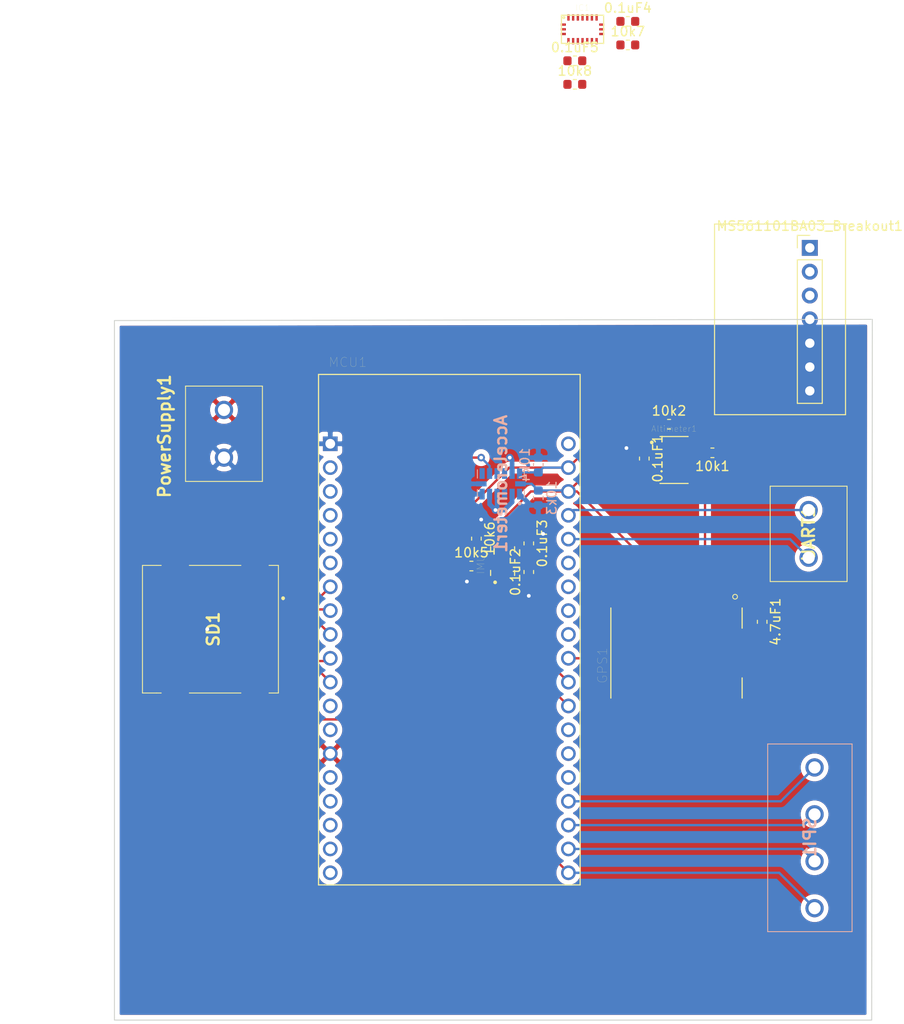
<source format=kicad_pcb>
(kicad_pcb (version 20171130) (host pcbnew "(5.1.6)-1")

  (general
    (thickness 1.6)
    (drawings 3)
    (tracks 133)
    (zones 0)
    (modules 25)
    (nets 70)
  )

  (page A4)
  (layers
    (0 F.Cu signal)
    (31 B.Cu signal)
    (32 B.Adhes user)
    (33 F.Adhes user)
    (34 B.Paste user)
    (35 F.Paste user)
    (36 B.SilkS user)
    (37 F.SilkS user)
    (38 B.Mask user)
    (39 F.Mask user)
    (40 Dwgs.User user)
    (41 Cmts.User user)
    (42 Eco1.User user)
    (43 Eco2.User user)
    (44 Edge.Cuts user)
    (45 Margin user)
    (46 B.CrtYd user)
    (47 F.CrtYd user)
    (48 B.Fab user)
    (49 F.Fab user)
  )

  (setup
    (last_trace_width 0.25)
    (trace_clearance 0.2)
    (zone_clearance 0.508)
    (zone_45_only no)
    (trace_min 0.2)
    (via_size 0.8)
    (via_drill 0.4)
    (via_min_size 0.4)
    (via_min_drill 0.3)
    (uvia_size 0.3)
    (uvia_drill 0.1)
    (uvias_allowed no)
    (uvia_min_size 0.2)
    (uvia_min_drill 0.1)
    (edge_width 0.05)
    (segment_width 0.2)
    (pcb_text_width 0.3)
    (pcb_text_size 1.5 1.5)
    (mod_edge_width 0.12)
    (mod_text_size 1 1)
    (mod_text_width 0.15)
    (pad_size 1.524 1.524)
    (pad_drill 0.762)
    (pad_to_mask_clearance 0.05)
    (aux_axis_origin 0 0)
    (visible_elements 7FFFF7FF)
    (pcbplotparams
      (layerselection 0x010fc_ffffffff)
      (usegerberextensions false)
      (usegerberattributes true)
      (usegerberadvancedattributes true)
      (creategerberjobfile true)
      (excludeedgelayer true)
      (linewidth 0.100000)
      (plotframeref false)
      (viasonmask false)
      (mode 1)
      (useauxorigin false)
      (hpglpennumber 1)
      (hpglpenspeed 20)
      (hpglpendiameter 15.000000)
      (psnegative false)
      (psa4output false)
      (plotreference true)
      (plotvalue true)
      (plotinvisibletext false)
      (padsonsilk false)
      (subtractmaskfromsilk false)
      (outputformat 1)
      (mirror false)
      (drillshape 1)
      (scaleselection 1)
      (outputdirectory ""))
  )

  (net 0 "")
  (net 1 GND)
  (net 2 +3V3)
  (net 3 SDA)
  (net 4 SCLK)
  (net 5 "Net-(Accelerometer1-Pad11)")
  (net 6 "Net-(Accelerometer1-Pad10)")
  (net 7 "Net-(Accelerometer1-Pad8)")
  (net 8 "Net-(Accelerometer1-Pad3)")
  (net 9 "Net-(Altimeter1-Pad6)")
  (net 10 "Net-(GPS1-Pad16)")
  (net 11 "Net-(GPS1-Pad20)")
  (net 12 "Net-(GPS1-Pad23)")
  (net 13 "Net-(GPS1-Pad24)")
  (net 14 GPS_READY)
  (net 15 "Net-(GPS1-Pad26)")
  (net 16 "Net-(GPS1-Pad7)")
  (net 17 "Net-(GPS1-Pad2)")
  (net 18 "Net-(GPS1-Pad30)")
  (net 19 "Net-(GPS1-Pad28)")
  (net 20 "Net-(GPS1-Pad29)")
  (net 21 "Net-(IMU1-Pad9)")
  (net 22 "Net-(IMU1-Pad1)")
  (net 23 CLK)
  (net 24 MOSI)
  (net 25 MISO)
  (net 26 CS)
  (net 27 "Net-(MCU1-Pad34)")
  (net 28 "Net-(MCU1-Pad33)")
  (net 29 "Net-(MCU1-Pad32)")
  (net 30 "Net-(MCU1-Pad28)")
  (net 31 "Net-(MCU1-Pad27)")
  (net 32 "Net-(MCU1-Pad26)")
  (net 33 "Net-(MCU1-Pad25)")
  (net 34 RX)
  (net 35 TX)
  (net 36 "Net-(MCU1-Pad20)")
  (net 37 "Net-(MCU1-Pad18)")
  (net 38 "Net-(MCU1-Pad17)")
  (net 39 "Net-(MCU1-Pad16)")
  (net 40 "Net-(MCU1-Pad15)")
  (net 41 "Net-(MCU1-Pad13)")
  (net 42 "Net-(MCU1-Pad12)")
  (net 43 "Net-(MCU1-Pad6)")
  (net 44 "Net-(MCU1-Pad5)")
  (net 45 "Net-(MCU1-Pad4)")
  (net 46 "Net-(MCU1-Pad3)")
  (net 47 "Net-(MCU1-Pad19)")
  (net 48 "Net-(MCU1-Pad2)")
  (net 49 ACCEL_READY)
  (net 50 IMU_READY)
  (net 51 CMD)
  (net 52 Dat1)
  (net 53 Dat0)
  (net 54 Dat2)
  (net 55 Dat3)
  (net 56 "Net-(0.1uF4-Pad2)")
  (net 57 "Net-(0.1uF5-Pad2)")
  (net 58 "Net-(4.7uF1-Pad1)")
  (net 59 "Net-(IC1-Pad17)")
  (net 60 "Net-(IC1-Pad16)")
  (net 61 "Net-(IC1-Pad15)")
  (net 62 "Net-(IC1-Pad14)")
  (net 63 "Net-(IC1-Pad12)")
  (net 64 "Net-(IC1-Pad1)")
  (net 65 "Net-(IC1-Pad2)")
  (net 66 "Net-(IC1-Pad5)")
  (net 67 "Net-(IC1-Pad19)")
  (net 68 "Net-(IC1-Pad20)")
  (net 69 "Net-(IC1-Pad10)")

  (net_class Default "This is the default net class."
    (clearance 0.2)
    (trace_width 0.25)
    (via_dia 0.8)
    (via_drill 0.4)
    (uvia_dia 0.3)
    (uvia_drill 0.1)
    (add_net ACCEL_READY)
    (add_net CLK)
    (add_net CMD)
    (add_net CS)
    (add_net Dat0)
    (add_net Dat1)
    (add_net Dat2)
    (add_net Dat3)
    (add_net GPS_READY)
    (add_net IMU_READY)
    (add_net MISO)
    (add_net MOSI)
    (add_net "Net-(0.1uF4-Pad2)")
    (add_net "Net-(0.1uF5-Pad2)")
    (add_net "Net-(4.7uF1-Pad1)")
    (add_net "Net-(Accelerometer1-Pad10)")
    (add_net "Net-(Accelerometer1-Pad11)")
    (add_net "Net-(Accelerometer1-Pad3)")
    (add_net "Net-(Accelerometer1-Pad8)")
    (add_net "Net-(Altimeter1-Pad6)")
    (add_net "Net-(GPS1-Pad16)")
    (add_net "Net-(GPS1-Pad2)")
    (add_net "Net-(GPS1-Pad20)")
    (add_net "Net-(GPS1-Pad23)")
    (add_net "Net-(GPS1-Pad24)")
    (add_net "Net-(GPS1-Pad26)")
    (add_net "Net-(GPS1-Pad28)")
    (add_net "Net-(GPS1-Pad29)")
    (add_net "Net-(GPS1-Pad30)")
    (add_net "Net-(GPS1-Pad7)")
    (add_net "Net-(IC1-Pad1)")
    (add_net "Net-(IC1-Pad10)")
    (add_net "Net-(IC1-Pad12)")
    (add_net "Net-(IC1-Pad14)")
    (add_net "Net-(IC1-Pad15)")
    (add_net "Net-(IC1-Pad16)")
    (add_net "Net-(IC1-Pad17)")
    (add_net "Net-(IC1-Pad19)")
    (add_net "Net-(IC1-Pad2)")
    (add_net "Net-(IC1-Pad20)")
    (add_net "Net-(IC1-Pad5)")
    (add_net "Net-(IMU1-Pad1)")
    (add_net "Net-(IMU1-Pad9)")
    (add_net "Net-(MCU1-Pad12)")
    (add_net "Net-(MCU1-Pad13)")
    (add_net "Net-(MCU1-Pad15)")
    (add_net "Net-(MCU1-Pad16)")
    (add_net "Net-(MCU1-Pad17)")
    (add_net "Net-(MCU1-Pad18)")
    (add_net "Net-(MCU1-Pad19)")
    (add_net "Net-(MCU1-Pad2)")
    (add_net "Net-(MCU1-Pad20)")
    (add_net "Net-(MCU1-Pad25)")
    (add_net "Net-(MCU1-Pad26)")
    (add_net "Net-(MCU1-Pad27)")
    (add_net "Net-(MCU1-Pad28)")
    (add_net "Net-(MCU1-Pad3)")
    (add_net "Net-(MCU1-Pad32)")
    (add_net "Net-(MCU1-Pad33)")
    (add_net "Net-(MCU1-Pad34)")
    (add_net "Net-(MCU1-Pad4)")
    (add_net "Net-(MCU1-Pad5)")
    (add_net "Net-(MCU1-Pad6)")
    (add_net RX)
    (add_net SCLK)
    (add_net SDA)
    (add_net TX)
  )

  (net_class Gnd ""
    (clearance 0.2)
    (trace_width 0.5)
    (via_dia 0.8)
    (via_drill 0.4)
    (uvia_dia 0.3)
    (uvia_drill 0.1)
    (add_net GND)
  )

  (net_class Power ""
    (clearance 0.2)
    (trace_width 0.5)
    (via_dia 0.8)
    (via_drill 0.4)
    (uvia_dia 0.3)
    (uvia_drill 0.1)
    (add_net +3V3)
  )

  (module MS561101BA03-50:Inexact_Altimeter_Breakout (layer F.Cu) (tedit 5F59C614) (tstamp 5F5A8582)
    (at 118.872 35.56)
    (descr "Through hole straight pin header, 1x07, 2.54mm pitch, single row")
    (tags "Through hole pin header THT 1x07 2.54mm single row")
    (path /5F599B15)
    (fp_text reference MS561101BA03_Breakout1 (at 0 -2.33) (layer F.SilkS)
      (effects (font (size 1 1) (thickness 0.15)))
    )
    (fp_text value Altimeter (at -1.27 -3.81) (layer F.Fab)
      (effects (font (size 1 1) (thickness 0.15)))
    )
    (fp_text user %R (at 0 7.62 90) (layer F.Fab)
      (effects (font (size 1 1) (thickness 0.15)))
    )
    (fp_line (start 1.8 -1.8) (end -1.8 -1.8) (layer F.CrtYd) (width 0.05))
    (fp_line (start 1.8 17.05) (end 1.8 -1.8) (layer F.CrtYd) (width 0.05))
    (fp_line (start -1.8 17.05) (end 1.8 17.05) (layer F.CrtYd) (width 0.05))
    (fp_line (start -1.8 -1.8) (end -1.8 17.05) (layer F.CrtYd) (width 0.05))
    (fp_line (start -1.33 -1.33) (end 0 -1.33) (layer F.SilkS) (width 0.12))
    (fp_line (start -1.33 0) (end -1.33 -1.33) (layer F.SilkS) (width 0.12))
    (fp_line (start -1.33 1.27) (end 1.33 1.27) (layer F.SilkS) (width 0.12))
    (fp_line (start 1.33 1.27) (end 1.33 16.57) (layer F.SilkS) (width 0.12))
    (fp_line (start -1.33 1.27) (end -1.33 16.57) (layer F.SilkS) (width 0.12))
    (fp_line (start -1.33 16.57) (end 1.33 16.57) (layer F.SilkS) (width 0.12))
    (fp_line (start -1.27 -0.635) (end -0.635 -1.27) (layer F.Fab) (width 0.1))
    (fp_line (start -1.27 16.51) (end -1.27 -0.635) (layer F.Fab) (width 0.1))
    (fp_line (start 1.27 16.51) (end -1.27 16.51) (layer F.Fab) (width 0.1))
    (fp_line (start 1.27 -1.27) (end 1.27 16.51) (layer F.Fab) (width 0.1))
    (fp_line (start -0.635 -1.27) (end 1.27 -1.27) (layer F.Fab) (width 0.1))
    (fp_line (start -10.16 -2.54) (end 3.81 -2.54) (layer F.SilkS) (width 0.12))
    (fp_line (start -10.16 17.78) (end 3.81 17.78) (layer F.SilkS) (width 0.12))
    (fp_line (start 3.81 -2.54) (end 3.81 17.78) (layer F.SilkS) (width 0.12))
    (fp_line (start -10.16 -2.54) (end -10.16 17.78) (layer F.SilkS) (width 0.12))
    (pad 7 thru_hole oval (at 0 15.24) (size 1.7 1.7) (drill 1) (layers *.Cu *.Mask))
    (pad 6 thru_hole oval (at 0 12.7) (size 1.7 1.7) (drill 1) (layers *.Cu *.Mask))
    (pad 5 thru_hole oval (at 0 10.16) (size 1.7 1.7) (drill 1) (layers *.Cu *.Mask))
    (pad 4 thru_hole oval (at 0 7.62) (size 1.7 1.7) (drill 1) (layers *.Cu *.Mask))
    (pad 3 thru_hole oval (at 0 5.08) (size 1.7 1.7) (drill 1) (layers *.Cu *.Mask))
    (pad 2 thru_hole oval (at 0 2.54) (size 1.7 1.7) (drill 1) (layers *.Cu *.Mask))
    (pad 1 thru_hole rect (at 0 0) (size 1.7 1.7) (drill 1) (layers *.Cu *.Mask))
    (model ${KISYS3DMOD}/Connector_PinHeader_2.54mm.3dshapes/PinHeader_1x07_P2.54mm_Vertical.wrl
      (at (xyz 0 0 0))
      (scale (xyz 1 1 1))
      (rotate (xyz 0 0 0))
    )
  )

  (module BMX055:BMX055 (layer F.Cu) (tedit 5F5941E5) (tstamp 5F5A84B7)
    (at 94.631 12.268)
    (path /5F5CAD38)
    (fp_text reference IC1 (at 0 -2.30034) (layer F.SilkS)
      (effects (font (size 0.640095 0.640095) (thickness 0.015)))
    )
    (fp_text value BMX055 (at 0 2.30364) (layer F.Fab)
      (effects (font (size 0.641013 0.641013) (thickness 0.015)))
    )
    (fp_line (start 2.25 -1.5) (end 2.25 1.5) (layer F.SilkS) (width 0.127))
    (fp_line (start 2.25 1.5) (end -2.25 1.5) (layer F.SilkS) (width 0.127))
    (fp_line (start -2.25 1.5) (end -2.25 -1.5) (layer F.SilkS) (width 0.127))
    (fp_line (start -2.25 -1.5) (end 2.25 -1.5) (layer F.SilkS) (width 0.127))
    (fp_circle (center -2 -1.25) (end -1.9 -1.25) (layer F.SilkS) (width 0.127))
    (pad 17 smd rect (at -1.5 1.2625) (size 0.25 0.675) (layers F.Cu F.Paste F.Mask)
      (net 59 "Net-(IC1-Pad17)"))
    (pad 16 smd rect (at -1 1.2625) (size 0.25 0.675) (layers F.Cu F.Paste F.Mask)
      (net 60 "Net-(IC1-Pad16)"))
    (pad 15 smd rect (at -0.5 1.2625) (size 0.25 0.675) (layers F.Cu F.Paste F.Mask)
      (net 61 "Net-(IC1-Pad15)"))
    (pad 14 smd rect (at 0 1.2625) (size 0.25 0.675) (layers F.Cu F.Paste F.Mask)
      (net 62 "Net-(IC1-Pad14)"))
    (pad 13 smd rect (at 0.5 1.2625) (size 0.25 0.675) (layers F.Cu F.Paste F.Mask)
      (net 2 +3V3))
    (pad 12 smd rect (at 1 1.2625) (size 0.25 0.675) (layers F.Cu F.Paste F.Mask)
      (net 63 "Net-(IC1-Pad12)"))
    (pad 11 smd rect (at 1.5 1.2625) (size 0.25 0.675) (layers F.Cu F.Paste F.Mask)
      (net 3 SDA))
    (pad 1 smd rect (at -1.5 -1.2625) (size 0.25 0.675) (layers F.Cu F.Paste F.Mask)
      (net 64 "Net-(IC1-Pad1)"))
    (pad 2 smd rect (at -1 -1.2625) (size 0.25 0.675) (layers F.Cu F.Paste F.Mask)
      (net 65 "Net-(IC1-Pad2)"))
    (pad 3 smd rect (at -0.5 -1.2625) (size 0.25 0.675) (layers F.Cu F.Paste F.Mask)
      (net 2 +3V3))
    (pad 4 smd rect (at 0 -1.2625) (size 0.25 0.675) (layers F.Cu F.Paste F.Mask)
      (net 56 "Net-(0.1uF4-Pad2)"))
    (pad 5 smd rect (at 0.5 -1.2625) (size 0.25 0.675) (layers F.Cu F.Paste F.Mask)
      (net 66 "Net-(IC1-Pad5)"))
    (pad 6 smd rect (at 1 -1.2625) (size 0.25 0.675) (layers F.Cu F.Paste F.Mask)
      (net 57 "Net-(0.1uF5-Pad2)"))
    (pad 7 smd rect (at 1.5 -1.2625) (size 0.25 0.675) (layers F.Cu F.Paste F.Mask)
      (net 2 +3V3))
    (pad 18 smd rect (at -2.05 0.5) (size 0.55 0.25) (layers F.Cu F.Paste F.Mask))
    (pad 19 smd rect (at -2.05 0) (size 0.55 0.25) (layers F.Cu F.Paste F.Mask)
      (net 67 "Net-(IC1-Pad19)"))
    (pad 20 smd rect (at -2.05 -0.5) (size 0.55 0.25) (layers F.Cu F.Paste F.Mask)
      (net 68 "Net-(IC1-Pad20)"))
    (pad 10 smd rect (at 2.05 0.5) (size 0.55 0.25) (layers F.Cu F.Paste F.Mask)
      (net 69 "Net-(IC1-Pad10)"))
    (pad 9 smd rect (at 2.05 0) (size 0.55 0.25) (layers F.Cu F.Paste F.Mask)
      (net 4 SCLK))
    (pad 8 smd rect (at 2.05 -0.5) (size 0.55 0.25) (layers F.Cu F.Paste F.Mask))
  )

  (module Resistor_SMD:R_0603_1608Metric (layer F.Cu) (tedit 5B301BBD) (tstamp 5F5A83A4)
    (at 93.811001 18.133001)
    (descr "Resistor SMD 0603 (1608 Metric), square (rectangular) end terminal, IPC_7351 nominal, (Body size source: http://www.tortai-tech.com/upload/download/2011102023233369053.pdf), generated with kicad-footprint-generator")
    (tags resistor)
    (path /5F5FE235)
    (attr smd)
    (fp_text reference 10k8 (at 0 -1.43) (layer F.SilkS)
      (effects (font (size 1 1) (thickness 0.15)))
    )
    (fp_text value R (at 0 1.43) (layer F.Fab)
      (effects (font (size 1 1) (thickness 0.15)))
    )
    (fp_text user %R (at 0 0) (layer F.Fab)
      (effects (font (size 0.4 0.4) (thickness 0.06)))
    )
    (fp_line (start -0.8 0.4) (end -0.8 -0.4) (layer F.Fab) (width 0.1))
    (fp_line (start -0.8 -0.4) (end 0.8 -0.4) (layer F.Fab) (width 0.1))
    (fp_line (start 0.8 -0.4) (end 0.8 0.4) (layer F.Fab) (width 0.1))
    (fp_line (start 0.8 0.4) (end -0.8 0.4) (layer F.Fab) (width 0.1))
    (fp_line (start -0.162779 -0.51) (end 0.162779 -0.51) (layer F.SilkS) (width 0.12))
    (fp_line (start -0.162779 0.51) (end 0.162779 0.51) (layer F.SilkS) (width 0.12))
    (fp_line (start -1.48 0.73) (end -1.48 -0.73) (layer F.CrtYd) (width 0.05))
    (fp_line (start -1.48 -0.73) (end 1.48 -0.73) (layer F.CrtYd) (width 0.05))
    (fp_line (start 1.48 -0.73) (end 1.48 0.73) (layer F.CrtYd) (width 0.05))
    (fp_line (start 1.48 0.73) (end -1.48 0.73) (layer F.CrtYd) (width 0.05))
    (pad 2 smd roundrect (at 0.7875 0) (size 0.875 0.95) (layers F.Cu F.Paste F.Mask) (roundrect_rratio 0.25)
      (net 3 SDA))
    (pad 1 smd roundrect (at -0.7875 0) (size 0.875 0.95) (layers F.Cu F.Paste F.Mask) (roundrect_rratio 0.25)
      (net 2 +3V3))
    (model ${KISYS3DMOD}/Resistor_SMD.3dshapes/R_0603_1608Metric.wrl
      (at (xyz 0 0 0))
      (scale (xyz 1 1 1))
      (rotate (xyz 0 0 0))
    )
  )

  (module Resistor_SMD:R_0603_1608Metric (layer F.Cu) (tedit 5B301BBD) (tstamp 5F5A8393)
    (at 99.461001 13.933001)
    (descr "Resistor SMD 0603 (1608 Metric), square (rectangular) end terminal, IPC_7351 nominal, (Body size source: http://www.tortai-tech.com/upload/download/2011102023233369053.pdf), generated with kicad-footprint-generator")
    (tags resistor)
    (path /5F5E96A1)
    (attr smd)
    (fp_text reference 10k7 (at 0 -1.43) (layer F.SilkS)
      (effects (font (size 1 1) (thickness 0.15)))
    )
    (fp_text value R (at 0 1.43) (layer F.Fab)
      (effects (font (size 1 1) (thickness 0.15)))
    )
    (fp_text user %R (at 0 0) (layer F.Fab)
      (effects (font (size 0.4 0.4) (thickness 0.06)))
    )
    (fp_line (start -0.8 0.4) (end -0.8 -0.4) (layer F.Fab) (width 0.1))
    (fp_line (start -0.8 -0.4) (end 0.8 -0.4) (layer F.Fab) (width 0.1))
    (fp_line (start 0.8 -0.4) (end 0.8 0.4) (layer F.Fab) (width 0.1))
    (fp_line (start 0.8 0.4) (end -0.8 0.4) (layer F.Fab) (width 0.1))
    (fp_line (start -0.162779 -0.51) (end 0.162779 -0.51) (layer F.SilkS) (width 0.12))
    (fp_line (start -0.162779 0.51) (end 0.162779 0.51) (layer F.SilkS) (width 0.12))
    (fp_line (start -1.48 0.73) (end -1.48 -0.73) (layer F.CrtYd) (width 0.05))
    (fp_line (start -1.48 -0.73) (end 1.48 -0.73) (layer F.CrtYd) (width 0.05))
    (fp_line (start 1.48 -0.73) (end 1.48 0.73) (layer F.CrtYd) (width 0.05))
    (fp_line (start 1.48 0.73) (end -1.48 0.73) (layer F.CrtYd) (width 0.05))
    (pad 2 smd roundrect (at 0.7875 0) (size 0.875 0.95) (layers F.Cu F.Paste F.Mask) (roundrect_rratio 0.25)
      (net 4 SCLK))
    (pad 1 smd roundrect (at -0.7875 0) (size 0.875 0.95) (layers F.Cu F.Paste F.Mask) (roundrect_rratio 0.25)
      (net 2 +3V3))
    (model ${KISYS3DMOD}/Resistor_SMD.3dshapes/R_0603_1608Metric.wrl
      (at (xyz 0 0 0))
      (scale (xyz 1 1 1))
      (rotate (xyz 0 0 0))
    )
  )

  (module Capacitor_SMD:C_0603_1608Metric (layer F.Cu) (tedit 5B301BBE) (tstamp 5F5A82C2)
    (at 93.811001 15.623001)
    (descr "Capacitor SMD 0603 (1608 Metric), square (rectangular) end terminal, IPC_7351 nominal, (Body size source: http://www.tortai-tech.com/upload/download/2011102023233369053.pdf), generated with kicad-footprint-generator")
    (tags capacitor)
    (path /5F607746)
    (attr smd)
    (fp_text reference 0.1uF5 (at 0 -1.43) (layer F.SilkS)
      (effects (font (size 1 1) (thickness 0.15)))
    )
    (fp_text value C (at 0 1.43) (layer F.Fab)
      (effects (font (size 1 1) (thickness 0.15)))
    )
    (fp_text user %R (at 0 0) (layer F.Fab)
      (effects (font (size 0.4 0.4) (thickness 0.06)))
    )
    (fp_line (start -0.8 0.4) (end -0.8 -0.4) (layer F.Fab) (width 0.1))
    (fp_line (start -0.8 -0.4) (end 0.8 -0.4) (layer F.Fab) (width 0.1))
    (fp_line (start 0.8 -0.4) (end 0.8 0.4) (layer F.Fab) (width 0.1))
    (fp_line (start 0.8 0.4) (end -0.8 0.4) (layer F.Fab) (width 0.1))
    (fp_line (start -0.162779 -0.51) (end 0.162779 -0.51) (layer F.SilkS) (width 0.12))
    (fp_line (start -0.162779 0.51) (end 0.162779 0.51) (layer F.SilkS) (width 0.12))
    (fp_line (start -1.48 0.73) (end -1.48 -0.73) (layer F.CrtYd) (width 0.05))
    (fp_line (start -1.48 -0.73) (end 1.48 -0.73) (layer F.CrtYd) (width 0.05))
    (fp_line (start 1.48 -0.73) (end 1.48 0.73) (layer F.CrtYd) (width 0.05))
    (fp_line (start 1.48 0.73) (end -1.48 0.73) (layer F.CrtYd) (width 0.05))
    (pad 2 smd roundrect (at 0.7875 0) (size 0.875 0.95) (layers F.Cu F.Paste F.Mask) (roundrect_rratio 0.25)
      (net 57 "Net-(0.1uF5-Pad2)"))
    (pad 1 smd roundrect (at -0.7875 0) (size 0.875 0.95) (layers F.Cu F.Paste F.Mask) (roundrect_rratio 0.25)
      (net 2 +3V3))
    (model ${KISYS3DMOD}/Capacitor_SMD.3dshapes/C_0603_1608Metric.wrl
      (at (xyz 0 0 0))
      (scale (xyz 1 1 1))
      (rotate (xyz 0 0 0))
    )
  )

  (module Capacitor_SMD:C_0603_1608Metric (layer F.Cu) (tedit 5B301BBE) (tstamp 5F5A82B1)
    (at 99.461001 11.423001)
    (descr "Capacitor SMD 0603 (1608 Metric), square (rectangular) end terminal, IPC_7351 nominal, (Body size source: http://www.tortai-tech.com/upload/download/2011102023233369053.pdf), generated with kicad-footprint-generator")
    (tags capacitor)
    (path /5F607740)
    (attr smd)
    (fp_text reference 0.1uF4 (at 0 -1.43) (layer F.SilkS)
      (effects (font (size 1 1) (thickness 0.15)))
    )
    (fp_text value C (at 0 1.43) (layer F.Fab)
      (effects (font (size 1 1) (thickness 0.15)))
    )
    (fp_text user %R (at 0 0) (layer F.Fab)
      (effects (font (size 0.4 0.4) (thickness 0.06)))
    )
    (fp_line (start -0.8 0.4) (end -0.8 -0.4) (layer F.Fab) (width 0.1))
    (fp_line (start -0.8 -0.4) (end 0.8 -0.4) (layer F.Fab) (width 0.1))
    (fp_line (start 0.8 -0.4) (end 0.8 0.4) (layer F.Fab) (width 0.1))
    (fp_line (start 0.8 0.4) (end -0.8 0.4) (layer F.Fab) (width 0.1))
    (fp_line (start -0.162779 -0.51) (end 0.162779 -0.51) (layer F.SilkS) (width 0.12))
    (fp_line (start -0.162779 0.51) (end 0.162779 0.51) (layer F.SilkS) (width 0.12))
    (fp_line (start -1.48 0.73) (end -1.48 -0.73) (layer F.CrtYd) (width 0.05))
    (fp_line (start -1.48 -0.73) (end 1.48 -0.73) (layer F.CrtYd) (width 0.05))
    (fp_line (start 1.48 -0.73) (end 1.48 0.73) (layer F.CrtYd) (width 0.05))
    (fp_line (start 1.48 0.73) (end -1.48 0.73) (layer F.CrtYd) (width 0.05))
    (pad 2 smd roundrect (at 0.7875 0) (size 0.875 0.95) (layers F.Cu F.Paste F.Mask) (roundrect_rratio 0.25)
      (net 56 "Net-(0.1uF4-Pad2)"))
    (pad 1 smd roundrect (at -0.7875 0) (size 0.875 0.95) (layers F.Cu F.Paste F.Mask) (roundrect_rratio 0.25)
      (net 2 +3V3))
    (model ${KISYS3DMOD}/Capacitor_SMD.3dshapes/C_0603_1608Metric.wrl
      (at (xyz 0 0 0))
      (scale (xyz 1 1 1))
      (rotate (xyz 0 0 0))
    )
  )

  (module ESP32-DEVKITC-32D:MODULE_ESP32-DEVKITC-32D (layer F.Cu) (tedit 5F33B3B4) (tstamp 5F5473DA)
    (at 80.425 76.2)
    (path /5F33B8B0)
    (fp_text reference MCU1 (at -10.829175 -28.446045) (layer F.SilkS)
      (effects (font (size 1.000386 1.000386) (thickness 0.015)))
    )
    (fp_text value ESP32-DEVKITC-32D (at 1.24136 28.294535) (layer F.Fab)
      (effects (font (size 1.001047 1.001047) (thickness 0.015)))
    )
    (fp_line (start -13.95 -27.15) (end 13.95 -27.15) (layer F.Fab) (width 0.127))
    (fp_line (start 13.95 -27.15) (end 13.95 27.25) (layer F.Fab) (width 0.127))
    (fp_line (start 13.95 27.25) (end -13.95 27.25) (layer F.Fab) (width 0.127))
    (fp_line (start -13.95 27.25) (end -13.95 -27.15) (layer F.Fab) (width 0.127))
    (fp_line (start -13.95 27.25) (end -13.95 -27.15) (layer F.SilkS) (width 0.127))
    (fp_line (start -13.95 -27.15) (end 13.95 -27.15) (layer F.SilkS) (width 0.127))
    (fp_line (start 13.95 -27.15) (end 13.95 27.25) (layer F.SilkS) (width 0.127))
    (fp_line (start 13.95 27.25) (end -13.95 27.25) (layer F.SilkS) (width 0.127))
    (fp_line (start -14.2 -27.4) (end 14.2 -27.4) (layer F.CrtYd) (width 0.05))
    (fp_line (start 14.2 -27.4) (end 14.2 27.5) (layer F.CrtYd) (width 0.05))
    (fp_line (start 14.2 27.5) (end -14.2 27.5) (layer F.CrtYd) (width 0.05))
    (fp_line (start -14.2 27.5) (end -14.2 -27.4) (layer F.CrtYd) (width 0.05))
    (fp_circle (center -14.6 -19.9) (end -14.46 -19.9) (layer F.Fab) (width 0.28))
    (fp_circle (center -14.6 -19.9) (end -14.46 -19.9) (layer F.Fab) (width 0.28))
    (pad 38 thru_hole circle (at 12.7 25.96) (size 1.56 1.56) (drill 1.04) (layers *.Cu *.Mask)
      (net 23 CLK))
    (pad 37 thru_hole circle (at 12.7 23.42) (size 1.56 1.56) (drill 1.04) (layers *.Cu *.Mask)
      (net 24 MOSI))
    (pad 36 thru_hole circle (at 12.7 20.88) (size 1.56 1.56) (drill 1.04) (layers *.Cu *.Mask)
      (net 25 MISO))
    (pad 35 thru_hole circle (at 12.7 18.34) (size 1.56 1.56) (drill 1.04) (layers *.Cu *.Mask)
      (net 26 CS))
    (pad 34 thru_hole circle (at 12.7 15.8) (size 1.56 1.56) (drill 1.04) (layers *.Cu *.Mask)
      (net 27 "Net-(MCU1-Pad34)"))
    (pad 33 thru_hole circle (at 12.7 13.26) (size 1.56 1.56) (drill 1.04) (layers *.Cu *.Mask)
      (net 28 "Net-(MCU1-Pad33)"))
    (pad 32 thru_hole circle (at 12.7 10.72) (size 1.56 1.56) (drill 1.04) (layers *.Cu *.Mask)
      (net 29 "Net-(MCU1-Pad32)"))
    (pad 31 thru_hole circle (at 12.7 8.18) (size 1.56 1.56) (drill 1.04) (layers *.Cu *.Mask)
      (net 49 ACCEL_READY))
    (pad 30 thru_hole circle (at 12.7 5.64) (size 1.56 1.56) (drill 1.04) (layers *.Cu *.Mask)
      (net 50 IMU_READY))
    (pad 29 thru_hole circle (at 12.7 3.1) (size 1.56 1.56) (drill 1.04) (layers *.Cu *.Mask)
      (net 14 GPS_READY))
    (pad 28 thru_hole circle (at 12.7 0.56) (size 1.56 1.56) (drill 1.04) (layers *.Cu *.Mask)
      (net 30 "Net-(MCU1-Pad28)"))
    (pad 27 thru_hole circle (at 12.7 -1.98) (size 1.56 1.56) (drill 1.04) (layers *.Cu *.Mask)
      (net 31 "Net-(MCU1-Pad27)"))
    (pad 26 thru_hole circle (at 12.7 -4.52) (size 1.56 1.56) (drill 1.04) (layers *.Cu *.Mask)
      (net 32 "Net-(MCU1-Pad26)"))
    (pad 25 thru_hole circle (at 12.7 -7.06) (size 1.56 1.56) (drill 1.04) (layers *.Cu *.Mask)
      (net 33 "Net-(MCU1-Pad25)"))
    (pad 24 thru_hole circle (at 12.7 -9.6) (size 1.56 1.56) (drill 1.04) (layers *.Cu *.Mask)
      (net 34 RX))
    (pad 23 thru_hole circle (at 12.7 -12.14) (size 1.56 1.56) (drill 1.04) (layers *.Cu *.Mask)
      (net 35 TX))
    (pad 22 thru_hole circle (at 12.7 -14.68) (size 1.56 1.56) (drill 1.04) (layers *.Cu *.Mask)
      (net 4 SCLK))
    (pad 21 thru_hole circle (at 12.7 -17.22) (size 1.56 1.56) (drill 1.04) (layers *.Cu *.Mask)
      (net 3 SDA))
    (pad 20 thru_hole circle (at 12.7 -19.76) (size 1.56 1.56) (drill 1.04) (layers *.Cu *.Mask)
      (net 36 "Net-(MCU1-Pad20)"))
    (pad 18 thru_hole circle (at -12.7 23.42) (size 1.56 1.56) (drill 1.04) (layers *.Cu *.Mask)
      (net 37 "Net-(MCU1-Pad18)"))
    (pad 17 thru_hole circle (at -12.7 20.88) (size 1.56 1.56) (drill 1.04) (layers *.Cu *.Mask)
      (net 38 "Net-(MCU1-Pad17)"))
    (pad 16 thru_hole circle (at -12.7 18.34) (size 1.56 1.56) (drill 1.04) (layers *.Cu *.Mask)
      (net 39 "Net-(MCU1-Pad16)"))
    (pad 15 thru_hole circle (at -12.7 15.8) (size 1.56 1.56) (drill 1.04) (layers *.Cu *.Mask)
      (net 40 "Net-(MCU1-Pad15)"))
    (pad 14 thru_hole circle (at -12.7 13.26) (size 1.56 1.56) (drill 1.04) (layers *.Cu *.Mask)
      (net 1 GND))
    (pad 13 thru_hole circle (at -12.7 10.72) (size 1.56 1.56) (drill 1.04) (layers *.Cu *.Mask)
      (net 41 "Net-(MCU1-Pad13)"))
    (pad 12 thru_hole circle (at -12.7 8.18) (size 1.56 1.56) (drill 1.04) (layers *.Cu *.Mask)
      (net 42 "Net-(MCU1-Pad12)"))
    (pad 11 thru_hole circle (at -12.7 5.64) (size 1.56 1.56) (drill 1.04) (layers *.Cu *.Mask)
      (net 52 Dat1))
    (pad 10 thru_hole circle (at -12.7 3.1) (size 1.56 1.56) (drill 1.04) (layers *.Cu *.Mask)
      (net 53 Dat0))
    (pad 9 thru_hole circle (at -12.7 0.56) (size 1.56 1.56) (drill 1.04) (layers *.Cu *.Mask)
      (net 51 CMD))
    (pad 8 thru_hole circle (at -12.7 -1.98) (size 1.56 1.56) (drill 1.04) (layers *.Cu *.Mask)
      (net 55 Dat3))
    (pad 7 thru_hole circle (at -12.7 -4.52) (size 1.56 1.56) (drill 1.04) (layers *.Cu *.Mask)
      (net 54 Dat2))
    (pad 6 thru_hole circle (at -12.7 -7.06) (size 1.56 1.56) (drill 1.04) (layers *.Cu *.Mask)
      (net 43 "Net-(MCU1-Pad6)"))
    (pad 5 thru_hole circle (at -12.7 -9.6) (size 1.56 1.56) (drill 1.04) (layers *.Cu *.Mask)
      (net 44 "Net-(MCU1-Pad5)"))
    (pad 4 thru_hole circle (at -12.7 -12.14) (size 1.56 1.56) (drill 1.04) (layers *.Cu *.Mask)
      (net 45 "Net-(MCU1-Pad4)"))
    (pad 3 thru_hole circle (at -12.7 -14.68) (size 1.56 1.56) (drill 1.04) (layers *.Cu *.Mask)
      (net 46 "Net-(MCU1-Pad3)"))
    (pad 19 thru_hole circle (at -12.7 25.96) (size 1.56 1.56) (drill 1.04) (layers *.Cu *.Mask)
      (net 47 "Net-(MCU1-Pad19)"))
    (pad 2 thru_hole circle (at -12.7 -17.22) (size 1.56 1.56) (drill 1.04) (layers *.Cu *.Mask)
      (net 48 "Net-(MCU1-Pad2)"))
    (pad 1 thru_hole rect (at -12.7 -19.76) (size 1.56 1.56) (drill 1.04) (layers *.Cu *.Mask)
      (net 2 +3V3))
  )

  (module SamacSys_Parts:TB00650802BE (layer F.Cu) (tedit 0) (tstamp 5F54432A)
    (at 118.745 63.5 270)
    (descr TB006-508-02BE-2)
    (tags Connector)
    (path /5F5421F0)
    (fp_text reference UART1 (at 2.54 0 90) (layer F.SilkS)
      (effects (font (size 1.27 1.27) (thickness 0.254)))
    )
    (fp_text value TB006-508-02BE (at 2.54 0 90) (layer F.SilkS) hide
      (effects (font (size 1.27 1.27) (thickness 0.254)))
    )
    (fp_line (start -2.54 -4.1) (end 7.62 -4.1) (layer F.Fab) (width 0.2))
    (fp_line (start 7.62 -4.1) (end 7.62 4.1) (layer F.Fab) (width 0.2))
    (fp_line (start 7.62 4.1) (end -2.54 4.1) (layer F.Fab) (width 0.2))
    (fp_line (start -2.54 4.1) (end -2.54 -4.1) (layer F.Fab) (width 0.2))
    (fp_line (start -2.54 -4.1) (end 7.62 -4.1) (layer F.SilkS) (width 0.1))
    (fp_line (start 7.62 -4.1) (end 7.62 4.1) (layer F.SilkS) (width 0.1))
    (fp_line (start 7.62 4.1) (end -2.54 4.1) (layer F.SilkS) (width 0.1))
    (fp_line (start -2.54 4.1) (end -2.54 -4.1) (layer F.SilkS) (width 0.1))
    (fp_line (start -3.54 -5.1) (end 8.62 -5.1) (layer F.CrtYd) (width 0.1))
    (fp_line (start 8.62 -5.1) (end 8.62 5.1) (layer F.CrtYd) (width 0.1))
    (fp_line (start 8.62 5.1) (end -3.54 5.1) (layer F.CrtYd) (width 0.1))
    (fp_line (start -3.54 5.1) (end -3.54 -5.1) (layer F.CrtYd) (width 0.1))
    (fp_text user %R (at 2.54 0 90) (layer F.Fab)
      (effects (font (size 1.27 1.27) (thickness 0.254)))
    )
    (pad 2 thru_hole circle (at 5.08 0 270) (size 1.95 1.95) (drill 1.3) (layers *.Cu *.Mask)
      (net 34 RX))
    (pad 1 thru_hole circle (at 0 0 270) (size 1.95 1.95) (drill 1.3) (layers *.Cu *.Mask)
      (net 35 TX))
    (model "C:\\Users\\Claire\\OneDrive\\Documents\\UCLA\\KiCAD\\Air Schematic v1\\Parts\\SamacSys_Parts.3dshapes\\TB006-508-02BE.stp"
      (at (xyz 0 0 0))
      (scale (xyz 1 1 1))
      (rotate (xyz 0 0 0))
    )
  )

  (module CAM-M8Q-0:LCC100P960X1400X210-31N (layer F.Cu) (tedit 5F39CFA9) (tstamp 5F5478EB)
    (at 104.652 78.74 90)
    (path /5F39FD2C)
    (fp_text reference GPS1 (at -1.326775 -7.895505 90) (layer F.SilkS)
      (effects (font (size 1.001331 1.001331) (thickness 0.015)))
    )
    (fp_text value CAM-M8Q-0 (at 10.113845 8.472375 90) (layer F.Fab)
      (effects (font (size 1.000874 1.000874) (thickness 0.015)))
    )
    (fp_circle (center 6 6.25) (end 6.25 6.25) (layer F.SilkS) (width 0.1))
    (fp_line (start -5.5 7.75) (end -5.5 -7.25) (layer F.CrtYd) (width 0.05))
    (fp_line (start 5.5 7.75) (end -5.5 7.75) (layer F.CrtYd) (width 0.05))
    (fp_line (start 5.5 -7.25) (end 5.5 7.75) (layer F.CrtYd) (width 0.05))
    (fp_line (start -5.5 -7.25) (end 5.5 -7.25) (layer F.CrtYd) (width 0.05))
    (fp_line (start -2.65 7) (end -4.8 7) (layer F.SilkS) (width 0.127))
    (fp_poly (pts (xy -2.40329 -8.2) (xy 2.4 -8.2) (xy 2.4 -1.00137) (xy -2.40329 -1.00137)) (layer Dwgs.User) (width 0.01))
    (fp_line (start 4.8 7) (end 2.65 7) (layer F.SilkS) (width 0.127))
    (fp_line (start 4.8 -7) (end 4.8 7) (layer F.Fab) (width 0.127))
    (fp_line (start -4.8 -7) (end 4.8 -7) (layer F.SilkS) (width 0.127))
    (fp_line (start -4.8 7) (end -4.8 -7) (layer F.Fab) (width 0.127))
    (pad 29 smd rect (at 0 6.6 90) (size 0.7 1.5) (layers F.Cu F.Paste F.Mask)
      (net 20 "Net-(GPS1-Pad29)"))
    (pad 28 smd rect (at -1 6.6 90) (size 0.7 1.5) (layers F.Cu F.Paste F.Mask)
      (net 19 "Net-(GPS1-Pad28)"))
    (pad 30 smd rect (at 1 6.6 90) (size 0.7 1.5) (layers F.Cu F.Paste F.Mask)
      (net 18 "Net-(GPS1-Pad30)"))
    (pad 31 smd rect (at 2 6.6 90) (size 0.7 1.5) (layers F.Cu F.Paste F.Mask)
      (net 1 GND))
    (pad 27 smd rect (at -2 6.6 90) (size 0.7 1.5) (layers F.Cu F.Paste F.Mask)
      (net 1 GND))
    (pad 1 smd rect (at 4.4 6.2 90) (size 1.5 0.7) (layers F.Cu F.Paste F.Mask)
      (net 2 +3V3))
    (pad 2 smd rect (at 4.4 5.2 90) (size 1.5 0.7) (layers F.Cu F.Paste F.Mask)
      (net 17 "Net-(GPS1-Pad2)"))
    (pad 3 smd rect (at 4.4 4.2 90) (size 1.5 0.7) (layers F.Cu F.Paste F.Mask)
      (net 3 SDA))
    (pad 4 smd rect (at 4.4 3.2 90) (size 1.5 0.7) (layers F.Cu F.Paste F.Mask)
      (net 1 GND))
    (pad 5 smd rect (at 4.4 2.2 90) (size 1.5 0.7) (layers F.Cu F.Paste F.Mask)
      (net 1 GND))
    (pad 6 smd rect (at 4.4 1.2 90) (size 1.5 0.7) (layers F.Cu F.Paste F.Mask)
      (net 4 SCLK))
    (pad 7 smd rect (at 4.4 0.2 90) (size 1.5 0.7) (layers F.Cu F.Paste F.Mask)
      (net 16 "Net-(GPS1-Pad7)"))
    (pad 8 smd rect (at 4.4 -0.8 90) (size 1.5 0.7) (layers F.Cu F.Paste F.Mask)
      (net 2 +3V3))
    (pad 9 smd rect (at 4.4 -1.8 90) (size 1.5 0.7) (layers F.Cu F.Paste F.Mask)
      (net 2 +3V3))
    (pad 10 smd rect (at 4.4 -2.8 90) (size 1.5 0.7) (layers F.Cu F.Paste F.Mask)
      (net 1 GND))
    (pad 11 smd rect (at 4.4 -3.8 90) (size 1.5 0.7) (layers F.Cu F.Paste F.Mask)
      (net 1 GND))
    (pad 12 smd rect (at 4.4 -4.8 90) (size 1.5 0.7) (layers F.Cu F.Paste F.Mask)
      (net 1 GND))
    (pad 26 smd rect (at -4.4 6.2 90) (size 1.5 0.7) (layers F.Cu F.Paste F.Mask)
      (net 15 "Net-(GPS1-Pad26)"))
    (pad 25 smd rect (at -4.4 5.2 90) (size 1.5 0.7) (layers F.Cu F.Paste F.Mask)
      (net 14 GPS_READY))
    (pad 24 smd rect (at -4.4 4.2 90) (size 1.5 0.7) (layers F.Cu F.Paste F.Mask)
      (net 13 "Net-(GPS1-Pad24)"))
    (pad 23 smd rect (at -4.4 3.2 90) (size 1.5 0.7) (layers F.Cu F.Paste F.Mask)
      (net 12 "Net-(GPS1-Pad23)"))
    (pad 22 smd rect (at -4.4 2.2 90) (size 1.5 0.7) (layers F.Cu F.Paste F.Mask)
      (net 1 GND))
    (pad 21 smd rect (at -4.4 1.2 90) (size 1.5 0.7) (layers F.Cu F.Paste F.Mask)
      (net 1 GND))
    (pad 20 smd rect (at -4.4 0.2 90) (size 1.5 0.7) (layers F.Cu F.Paste F.Mask)
      (net 11 "Net-(GPS1-Pad20)"))
    (pad 19 smd rect (at -4.4 -0.8 90) (size 1.5 0.7) (layers F.Cu F.Paste F.Mask)
      (net 1 GND))
    (pad 18 smd rect (at -4.4 -1.8 90) (size 1.5 0.7) (layers F.Cu F.Paste F.Mask)
      (net 1 GND))
    (pad 17 smd rect (at -4.4 -2.8 90) (size 1.5 0.7) (layers F.Cu F.Paste F.Mask)
      (net 10 "Net-(GPS1-Pad16)"))
    (pad 16 smd rect (at -4.4 -3.8 90) (size 1.5 0.7) (layers F.Cu F.Paste F.Mask)
      (net 10 "Net-(GPS1-Pad16)"))
    (pad 15 smd rect (at -4.4 -4.8 90) (size 1.5 0.7) (layers F.Cu F.Paste F.Mask)
      (net 1 GND))
    (pad 14 smd rect (at -4.4 -5.95 90) (size 1.5 1) (layers F.Cu F.Paste F.Mask)
      (net 1 GND))
    (pad 13 smd rect (at 4.4 -5.95 90) (size 1.5 1) (layers F.Cu F.Paste F.Mask)
      (net 1 GND))
  )

  (module SamacSys_Parts:TB00150004BE (layer B.Cu) (tedit 0) (tstamp 5F544317)
    (at 119.38 90.932 270)
    (descr TB001-500-04BE-3)
    (tags Connector)
    (path /5F541036)
    (fp_text reference SPI1 (at 7.5 0.5 270) (layer B.SilkS)
      (effects (font (size 1.27 1.27) (thickness 0.254)) (justify mirror))
    )
    (fp_text value TB001-500-04BE (at 7.5 0.5 270) (layer B.SilkS) hide
      (effects (font (size 1.27 1.27) (thickness 0.254)) (justify mirror))
    )
    (fp_line (start -2.5 5) (end 17.5 5) (layer B.Fab) (width 0.2))
    (fp_line (start 17.5 5) (end 17.5 -4) (layer B.Fab) (width 0.2))
    (fp_line (start 17.5 -4) (end -2.5 -4) (layer B.Fab) (width 0.2))
    (fp_line (start -2.5 -4) (end -2.5 5) (layer B.Fab) (width 0.2))
    (fp_line (start -2.5 5) (end 17.5 5) (layer B.SilkS) (width 0.1))
    (fp_line (start 17.5 5) (end 17.5 -4) (layer B.SilkS) (width 0.1))
    (fp_line (start 17.5 -4) (end -2.5 -4) (layer B.SilkS) (width 0.1))
    (fp_line (start -2.5 -4) (end -2.5 5) (layer B.SilkS) (width 0.1))
    (fp_line (start -3.5 6) (end 18.5 6) (layer B.CrtYd) (width 0.1))
    (fp_line (start 18.5 6) (end 18.5 -5) (layer B.CrtYd) (width 0.1))
    (fp_line (start 18.5 -5) (end -3.5 -5) (layer B.CrtYd) (width 0.1))
    (fp_line (start -3.5 -5) (end -3.5 6) (layer B.CrtYd) (width 0.1))
    (fp_text user %R (at 7.5 0.5 270) (layer B.Fab)
      (effects (font (size 1.27 1.27) (thickness 0.254)) (justify mirror))
    )
    (pad 4 thru_hole circle (at 15 0 270) (size 1.95 1.95) (drill 1.3) (layers *.Cu *.Mask)
      (net 23 CLK))
    (pad 3 thru_hole circle (at 10 0 270) (size 1.95 1.95) (drill 1.3) (layers *.Cu *.Mask)
      (net 24 MOSI))
    (pad 2 thru_hole circle (at 5 0 270) (size 1.95 1.95) (drill 1.3) (layers *.Cu *.Mask)
      (net 25 MISO))
    (pad 1 thru_hole circle (at 0 0 270) (size 1.95 1.95) (drill 1.3) (layers *.Cu *.Mask)
      (net 26 CS))
    (model "C:\\Users\\Claire\\OneDrive\\Documents\\UCLA\\KiCAD\\Air Schematic v1\\Parts\\SamacSys_Parts.3dshapes\\TB001-500-04BE.stp"
      (at (xyz 0 0 0))
      (scale (xyz 1 1 1))
      (rotate (xyz 0 0 0))
    )
  )

  (module SamacSys_Parts:472192001 (layer F.Cu) (tedit 0) (tstamp 5F544302)
    (at 55.245 76.2 90)
    (descr 47219-2001)
    (tags Connector)
    (path /5F4D7F0F)
    (attr smd)
    (fp_text reference SD1 (at 0 0 90) (layer F.SilkS)
      (effects (font (size 1.27 1.27) (thickness 0.254)))
    )
    (fp_text value 47219-2001 (at 0 0 90) (layer F.SilkS) hide
      (effects (font (size 1.27 1.27) (thickness 0.254)))
    )
    (fp_line (start -6.8 -7.55) (end 6.8 -7.55) (layer F.Fab) (width 0.2))
    (fp_line (start 6.8 -7.55) (end 6.8 6.95) (layer F.Fab) (width 0.2))
    (fp_line (start 6.8 6.95) (end -6.8 6.95) (layer F.Fab) (width 0.2))
    (fp_line (start -6.8 6.95) (end -6.8 -7.55) (layer F.Fab) (width 0.2))
    (fp_line (start -8.6 -8.55) (end 8.6 -8.55) (layer F.CrtYd) (width 0.1))
    (fp_line (start 8.6 -8.55) (end 8.6 8.55) (layer F.CrtYd) (width 0.1))
    (fp_line (start 8.6 8.55) (end -8.6 8.55) (layer F.CrtYd) (width 0.1))
    (fp_line (start -8.6 8.55) (end -8.6 -8.55) (layer F.CrtYd) (width 0.1))
    (fp_line (start -6.8 -6.05) (end -6.8 -7.55) (layer F.SilkS) (width 0.1))
    (fp_line (start -6.8 -7.55) (end 6.8 -7.55) (layer F.SilkS) (width 0.1))
    (fp_line (start 6.8 -7.55) (end 6.8 -6.05) (layer F.SilkS) (width 0.1))
    (fp_line (start -6.8 -6.05) (end -6.8 -5.55) (layer F.SilkS) (width 0.1))
    (fp_line (start 6.8 -6.05) (end 6.8 -5.55) (layer F.SilkS) (width 0.1))
    (fp_line (start -6.8 -2.55) (end -6.8 2.95) (layer F.SilkS) (width 0.1))
    (fp_line (start 6.8 -2.55) (end 6.8 2.95) (layer F.SilkS) (width 0.1))
    (fp_line (start -6.8 5.95) (end -6.8 6.95) (layer F.SilkS) (width 0.1))
    (fp_line (start -6.8 6.95) (end 6.8 6.95) (layer F.SilkS) (width 0.1))
    (fp_line (start 6.8 6.95) (end 6.8 5.95) (layer F.SilkS) (width 0.1))
    (fp_line (start 3.2 7.45) (end 3.2 7.45) (layer F.SilkS) (width 0.2))
    (fp_line (start 3.4 7.45) (end 3.4 7.45) (layer F.SilkS) (width 0.2))
    (fp_arc (start 3.3 7.45) (end 3.4 7.45) (angle 180) (layer F.SilkS) (width 0.2))
    (fp_arc (start 3.3 7.45) (end 3.2 7.45) (angle 180) (layer F.SilkS) (width 0.2))
    (fp_text user %R (at 0 0 90) (layer F.Fab)
      (effects (font (size 1.27 1.27) (thickness 0.254)))
    )
    (pad 12 smd rect (at 6.875 4.4 90) (size 1.45 2) (layers F.Cu F.Paste F.Mask)
      (net 1 GND))
    (pad 11 smd rect (at 6.875 -3.9 90) (size 1.45 2) (layers F.Cu F.Paste F.Mask)
      (net 1 GND))
    (pad 10 smd rect (at -6.875 -3.9 90) (size 1.45 2) (layers F.Cu F.Paste F.Mask)
      (net 1 GND))
    (pad 9 smd rect (at -6.875 4.4 90) (size 1.45 2) (layers F.Cu F.Paste F.Mask)
      (net 1 GND))
    (pad 8 smd rect (at -4.495 1.8 90) (size 0.8 1.5) (layers F.Cu F.Paste F.Mask)
      (net 52 Dat1))
    (pad 7 smd rect (at -3.395 1.8 90) (size 0.8 1.5) (layers F.Cu F.Paste F.Mask)
      (net 53 Dat0))
    (pad 6 smd rect (at -2.295 1.8 90) (size 0.8 1.5) (layers F.Cu F.Paste F.Mask)
      (net 1 GND))
    (pad 5 smd rect (at -1.195 1.8 90) (size 0.8 1.5) (layers F.Cu F.Paste F.Mask)
      (net 23 CLK))
    (pad 4 smd rect (at -0.095 1.8 90) (size 0.8 1.5) (layers F.Cu F.Paste F.Mask)
      (net 2 +3V3))
    (pad 3 smd rect (at 1.005 1.8 90) (size 0.8 1.5) (layers F.Cu F.Paste F.Mask)
      (net 51 CMD))
    (pad 2 smd rect (at 2.105 1.8 90) (size 0.8 1.5) (layers F.Cu F.Paste F.Mask)
      (net 55 Dat3))
    (pad 1 smd rect (at 3.205 1.8 90) (size 0.8 1.5) (layers F.Cu F.Paste F.Mask)
      (net 54 Dat2))
    (model "C:\\Users\\Claire\\OneDrive\\Documents\\UCLA\\KiCAD\\Air Schematic v1\\Parts\\SamacSys_Parts.3dshapes\\47219-2001.stp"
      (offset (xyz -0.07999999701038094 0.9100000125592219 0.8299999708453597))
      (scale (xyz 1 1 1))
      (rotate (xyz -90 0 0))
    )
  )

  (module SamacSys_Parts:TB00650802BE (layer F.Cu) (tedit 0) (tstamp 5F54842B)
    (at 56.388 57.912 90)
    (descr TB006-508-02BE-2)
    (tags Connector)
    (path /5F54DCFB)
    (fp_text reference PowerSupply1 (at 2.286 -6.35 90) (layer F.SilkS)
      (effects (font (size 1.27 1.27) (thickness 0.254)))
    )
    (fp_text value TB006-508-02BE (at -13.462 1.27 90) (layer F.SilkS) hide
      (effects (font (size 1.27 1.27) (thickness 0.254)))
    )
    (fp_line (start -2.54 -4.1) (end 7.62 -4.1) (layer F.Fab) (width 0.2))
    (fp_line (start 7.62 -4.1) (end 7.62 4.1) (layer F.Fab) (width 0.2))
    (fp_line (start 7.62 4.1) (end -2.54 4.1) (layer F.Fab) (width 0.2))
    (fp_line (start -2.54 4.1) (end -2.54 -4.1) (layer F.Fab) (width 0.2))
    (fp_line (start -2.54 -4.1) (end 7.62 -4.1) (layer F.SilkS) (width 0.1))
    (fp_line (start 7.62 -4.1) (end 7.62 4.1) (layer F.SilkS) (width 0.1))
    (fp_line (start 7.62 4.1) (end -2.54 4.1) (layer F.SilkS) (width 0.1))
    (fp_line (start -2.54 4.1) (end -2.54 -4.1) (layer F.SilkS) (width 0.1))
    (fp_line (start -3.54 -5.1) (end 8.62 -5.1) (layer F.CrtYd) (width 0.1))
    (fp_line (start 8.62 -5.1) (end 8.62 5.1) (layer F.CrtYd) (width 0.1))
    (fp_line (start 8.62 5.1) (end -3.54 5.1) (layer F.CrtYd) (width 0.1))
    (fp_line (start -3.54 5.1) (end -3.54 -5.1) (layer F.CrtYd) (width 0.1))
    (fp_text user %R (at 2.54 0 90) (layer F.Fab)
      (effects (font (size 1.27 1.27) (thickness 0.254)))
    )
    (pad 2 thru_hole circle (at 5.08 0 90) (size 1.95 1.95) (drill 1.3) (layers *.Cu *.Mask)
      (net 1 GND))
    (pad 1 thru_hole circle (at 0 0 90) (size 1.95 1.95) (drill 1.3) (layers *.Cu *.Mask)
      (net 2 +3V3))
    (model "C:\\Users\\Claire\\OneDrive\\Documents\\UCLA\\KiCAD\\Air Schematic v1\\Parts\\SamacSys_Parts.3dshapes\\TB006-508-02BE.stp"
      (at (xyz 0 0 0))
      (scale (xyz 1 1 1))
      (rotate (xyz 0 0 0))
    )
  )

  (module BMX160:PQFN50P250X300X100-14N (layer F.Cu) (tedit 5F3856E4) (tstamp 5F424F8A)
    (at 86.106 68.944 90)
    (path /5F39490B)
    (fp_text reference IMU1 (at 0.04 -2.328 90) (layer F.SilkS)
      (effects (font (size 0.8 0.8) (thickness 0.015)))
    )
    (fp_text value BMX160 (at 8.676 2.282 90) (layer F.Fab)
      (effects (font (size 0.8 0.8) (thickness 0.015)))
    )
    (fp_circle (center -2.26 -0.8) (end -2.16 -0.8) (layer F.SilkS) (width 0.2))
    (fp_circle (center -2.26 -0.8) (end -2.16 -0.8) (layer F.Fab) (width 0.2))
    (fp_line (start -1.53 -1.28) (end -1.53 1.28) (layer F.Fab) (width 0.127))
    (fp_line (start -1.53 1.28) (end 1.53 1.28) (layer F.Fab) (width 0.127))
    (fp_line (start 1.53 1.28) (end 1.53 -1.28) (layer F.Fab) (width 0.127))
    (fp_line (start 1.53 -1.28) (end -1.53 -1.28) (layer F.Fab) (width 0.127))
    (fp_line (start -1.53 -1.28) (end -0.99 -1.28) (layer F.SilkS) (width 0.127))
    (fp_line (start 1.53 -1.28) (end 0.99 -1.28) (layer F.SilkS) (width 0.127))
    (fp_line (start 1.53 1.28) (end 0.99 1.28) (layer F.SilkS) (width 0.127))
    (fp_line (start -1.53 1.28) (end -0.99 1.28) (layer F.SilkS) (width 0.127))
    (fp_line (start -1.78 -1.53) (end 1.78 -1.53) (layer F.CrtYd) (width 0.05))
    (fp_line (start 1.78 -1.53) (end 1.78 1.53) (layer F.CrtYd) (width 0.05))
    (fp_line (start 1.78 1.53) (end -1.78 1.53) (layer F.CrtYd) (width 0.05))
    (fp_line (start -1.78 1.53) (end -1.78 -1.53) (layer F.CrtYd) (width 0.05))
    (pad 14 smd rect (at -0.5 -0.91 90) (size 0.35 0.58) (layers F.Cu F.Paste F.Mask)
      (net 3 SDA))
    (pad 13 smd rect (at 0 -0.91 90) (size 0.35 0.58) (layers F.Cu F.Paste F.Mask)
      (net 4 SCLK))
    (pad 12 smd rect (at 0.5 -0.91 90) (size 0.35 0.58) (layers F.Cu F.Paste F.Mask)
      (net 2 +3V3))
    (pad 11 smd rect (at 1.16 -0.75 90) (size 0.58 0.35) (layers F.Cu F.Paste F.Mask))
    (pad 10 smd rect (at 1.16 -0.25 90) (size 0.58 0.35) (layers F.Cu F.Paste F.Mask))
    (pad 9 smd rect (at 1.16 0.25 90) (size 0.58 0.35) (layers F.Cu F.Paste F.Mask)
      (net 21 "Net-(IMU1-Pad9)"))
    (pad 8 smd rect (at 1.16 0.75 90) (size 0.58 0.35) (layers F.Cu F.Paste F.Mask)
      (net 2 +3V3))
    (pad 7 smd rect (at 0.5 0.91 90) (size 0.35 0.58) (layers F.Cu F.Paste F.Mask)
      (net 1 GND))
    (pad 6 smd rect (at 0 0.91 90) (size 0.35 0.58) (layers F.Cu F.Paste F.Mask)
      (net 1 GND))
    (pad 5 smd rect (at -0.5 0.91 90) (size 0.35 0.58) (layers F.Cu F.Paste F.Mask)
      (net 2 +3V3))
    (pad 4 smd rect (at -1.16 0.75 90) (size 0.58 0.35) (layers F.Cu F.Paste F.Mask)
      (net 50 IMU_READY))
    (pad 3 smd rect (at -1.16 0.25 90) (size 0.58 0.35) (layers F.Cu F.Paste F.Mask)
      (net 1 GND))
    (pad 2 smd rect (at -1.16 -0.25 90) (size 0.58 0.35) (layers F.Cu F.Paste F.Mask)
      (net 1 GND))
    (pad 1 smd rect (at -1.16 -0.75 90) (size 0.58 0.35) (layers F.Cu F.Paste F.Mask)
      (net 22 "Net-(IMU1-Pad1)"))
  )

  (module MS561101BA03-50:SON125P500X300X100-8N (layer F.Cu) (tedit 5F33B52C) (tstamp 5F424F3C)
    (at 104.394 58.166)
    (path /5F33E5F7)
    (fp_text reference Altimeter1 (at 0.000005 -3.328607) (layer F.SilkS)
      (effects (font (size 0.640231 0.640231) (thickness 0.015)))
    )
    (fp_text value MS561101BA03-50 (at 6.415445 3.357906) (layer F.Fab)
      (effects (font (size 0.641204 0.641204) (thickness 0.015)))
    )
    (fp_line (start -1.5 -2.5) (end -1.5 2.5) (layer F.Fab) (width 0.127))
    (fp_line (start -1.5 2.5) (end 1.5 2.5) (layer F.Fab) (width 0.127))
    (fp_line (start 1.5 2.5) (end 1.5 -2.5) (layer F.Fab) (width 0.127))
    (fp_line (start 1.5 -2.5) (end -1.5 -2.5) (layer F.Fab) (width 0.127))
    (fp_line (start -1.5 -2.5) (end 1.5 -2.5) (layer F.SilkS) (width 0.127))
    (fp_line (start -1.5 2.5) (end 1.5 2.5) (layer F.SilkS) (width 0.127))
    (fp_line (start -2.11 -2.78) (end -2.11 2.78) (layer F.CrtYd) (width 0.05))
    (fp_line (start -2.11 2.78) (end 2.11 2.78) (layer F.CrtYd) (width 0.05))
    (fp_line (start 2.11 2.78) (end 2.11 -2.78) (layer F.CrtYd) (width 0.05))
    (fp_line (start 2.11 -2.78) (end -2.11 -2.78) (layer F.CrtYd) (width 0.05))
    (fp_circle (center -2.377 -1.873) (end -2.277 -1.873) (layer F.SilkS) (width 0.2))
    (fp_poly (pts (xy -1.87537 -1.4375) (xy 1.875 -1.4375) (xy 1.875 -1.06271) (xy -1.87537 -1.06271)) (layer Dwgs.User) (width 0.01))
    (fp_poly (pts (xy -1.87796 -1.4375) (xy 1.875 -1.4375) (xy 1.875 -1.06418) (xy -1.87796 -1.06418)) (layer Dwgs.User) (width 0.01))
    (fp_poly (pts (xy -1.87578 -1.4375) (xy 1.875 -1.4375) (xy 1.875 -1.06294) (xy -1.87578 -1.06294)) (layer Dwgs.User) (width 0.01))
    (fp_poly (pts (xy -1.87846 -0.1875) (xy 1.875 -0.1875) (xy 1.875 0.187846) (xy -1.87846 0.187846)) (layer Dwgs.User) (width 0.01))
    (fp_poly (pts (xy -1.87801 -0.1875) (xy 1.875 -0.1875) (xy 1.875 0.187801) (xy -1.87801 0.187801)) (layer Dwgs.User) (width 0.01))
    (fp_poly (pts (xy -1.87722 -0.1875) (xy 1.875 -0.1875) (xy 1.875 0.187722) (xy -1.87722 0.187722)) (layer Dwgs.User) (width 0.01))
    (fp_poly (pts (xy -1.87797 1.0625) (xy 1.875 1.0625) (xy 1.875 1.43977) (xy -1.87797 1.43977)) (layer Dwgs.User) (width 0.01))
    (fp_poly (pts (xy -1.87834 1.0625) (xy 1.875 1.0625) (xy 1.875 1.44006) (xy -1.87834 1.44006)) (layer Dwgs.User) (width 0.01))
    (fp_poly (pts (xy -1.87749 1.0625) (xy 1.875 1.0625) (xy 1.875 1.43941) (xy -1.87749 1.43941)) (layer Dwgs.User) (width 0.01))
    (fp_poly (pts (xy -0.375208 -1.905) (xy 0.381 -1.905) (xy 0.381 1.93457) (xy -0.375208 1.93457)) (layer Dwgs.User) (width 0.01))
    (fp_poly (pts (xy -0.375314 -1.905) (xy 0.381 -1.905) (xy 0.381 1.93512) (xy -0.375314 1.93512)) (layer Dwgs.User) (width 0.01))
    (fp_poly (pts (xy -0.375263 -1.905) (xy 0.381 -1.905) (xy 0.381 1.93486) (xy -0.375263 1.93486)) (layer Dwgs.User) (width 0.01))
    (fp_circle (center -0.877 -1.873) (end -0.777 -1.873) (layer F.Fab) (width 0.2))
    (pad 7 smd rect (at 1.2 -0.625) (size 1.31 0.53) (layers F.Cu F.Paste F.Mask)
      (net 3 SDA))
    (pad 6 smd rect (at 1.2 0.625) (size 1.31 0.53) (layers F.Cu F.Paste F.Mask)
      (net 9 "Net-(Altimeter1-Pad6)"))
    (pad 5 smd rect (at 1.2 1.875) (size 1.31 0.53) (layers F.Cu F.Paste F.Mask)
      (net 1 GND))
    (pad 4 smd rect (at -1.2 1.875) (size 1.31 0.53) (layers F.Cu F.Paste F.Mask)
      (net 1 GND))
    (pad 3 smd rect (at -1.2 0.625) (size 1.31 0.53) (layers F.Cu F.Paste F.Mask)
      (net 1 GND))
    (pad 2 smd rect (at -1.2 -0.625) (size 1.31 0.53) (layers F.Cu F.Paste F.Mask)
      (net 2 +3V3))
    (pad 8 smd rect (at 1.2 -1.875) (size 1.31 0.53) (layers F.Cu F.Paste F.Mask)
      (net 4 SCLK))
    (pad 1 smd rect (at -1.2 -1.875) (size 1.31 0.53) (layers F.Cu F.Paste F.Mask)
      (net 2 +3V3))
  )

  (module ADXL375BCCZ-pcb-part-libraries:CC-14-1 (layer B.Cu) (tedit 0) (tstamp 5F424F18)
    (at 85.9175 60.706 90)
    (descr CC-14-1)
    (tags "Integrated Circuit")
    (path /5F349524)
    (attr smd)
    (fp_text reference Accelerometer1 (at 0 0 270) (layer B.SilkS)
      (effects (font (size 1.27 1.27) (thickness 0.254)) (justify mirror))
    )
    (fp_text value ADXL375BCCZ (at 0 0 270) (layer B.SilkS) hide
      (effects (font (size 1.27 1.27) (thickness 0.254)) (justify mirror))
    )
    (fp_line (start -1.5 2.5) (end 1.5 2.5) (layer B.Fab) (width 0.2))
    (fp_line (start 1.5 2.5) (end 1.5 -2.5) (layer B.Fab) (width 0.2))
    (fp_line (start 1.5 -2.5) (end -1.5 -2.5) (layer B.Fab) (width 0.2))
    (fp_line (start -1.5 -2.5) (end -1.5 2.5) (layer B.Fab) (width 0.2))
    (fp_line (start -1.5 2.5) (end -0.6065 2.5) (layer B.SilkS) (width 0.1))
    (fp_line (start 0.6065 2.5) (end 1.5 2.5) (layer B.SilkS) (width 0.1))
    (fp_line (start -1.5 -2.5) (end -0.6065 -2.5) (layer B.SilkS) (width 0.1))
    (fp_line (start 0.6065 -2.5) (end 1.5 -2.5) (layer B.SilkS) (width 0.1))
    (fp_circle (center -2.1 2) (end -2.1 1.9) (layer B.SilkS) (width 0.2))
    (fp_text user %R (at 0 0 270) (layer B.Fab)
      (effects (font (size 1.27 1.27) (thickness 0.254)) (justify mirror))
    )
    (pad 14 smd rect (at 0 2.0975 90) (size 0.55 1.145) (layers B.Cu B.Paste B.Mask)
      (net 4 SCLK))
    (pad 13 smd rect (at 1.0975 2) (size 0.55 1.145) (layers B.Cu B.Paste B.Mask)
      (net 3 SDA))
    (pad 12 smd rect (at 1.0975 1.2) (size 0.55 1.145) (layers B.Cu B.Paste B.Mask)
      (net 1 GND))
    (pad 11 smd rect (at 1.0975 0.4) (size 0.55 1.145) (layers B.Cu B.Paste B.Mask)
      (net 5 "Net-(Accelerometer1-Pad11)"))
    (pad 10 smd rect (at 1.0975 -0.4) (size 0.55 1.145) (layers B.Cu B.Paste B.Mask)
      (net 6 "Net-(Accelerometer1-Pad10)"))
    (pad 9 smd rect (at 1.0975 -1.2) (size 0.55 1.145) (layers B.Cu B.Paste B.Mask)
      (net 49 ACCEL_READY))
    (pad 8 smd rect (at 1.0975 -2) (size 0.55 1.145) (layers B.Cu B.Paste B.Mask)
      (net 7 "Net-(Accelerometer1-Pad8)"))
    (pad 7 smd rect (at 0 -2.0975 90) (size 0.55 1.145) (layers B.Cu B.Paste B.Mask)
      (net 2 +3V3))
    (pad 6 smd rect (at -1.0975 -2) (size 0.55 1.145) (layers B.Cu B.Paste B.Mask)
      (net 2 +3V3))
    (pad 5 smd rect (at -1.0975 -1.2) (size 0.55 1.145) (layers B.Cu B.Paste B.Mask)
      (net 1 GND))
    (pad 4 smd rect (at -1.0975 -0.4) (size 0.55 1.145) (layers B.Cu B.Paste B.Mask)
      (net 1 GND))
    (pad 3 smd rect (at -1.0975 0.4) (size 0.55 1.145) (layers B.Cu B.Paste B.Mask)
      (net 8 "Net-(Accelerometer1-Pad3)"))
    (pad 2 smd rect (at -1.0975 1.2) (size 0.55 1.145) (layers B.Cu B.Paste B.Mask)
      (net 1 GND))
    (pad 1 smd rect (at -1.0975 2) (size 0.55 1.145) (layers B.Cu B.Paste B.Mask)
      (net 2 +3V3))
  )

  (module Capacitor_SMD:C_0603_1608Metric (layer F.Cu) (tedit 5B301BBE) (tstamp 5F5480FC)
    (at 113.792 75.4125 270)
    (descr "Capacitor SMD 0603 (1608 Metric), square (rectangular) end terminal, IPC_7351 nominal, (Body size source: http://www.tortai-tech.com/upload/download/2011102023233369053.pdf), generated with kicad-footprint-generator")
    (tags capacitor)
    (path /5F3DCB86)
    (attr smd)
    (fp_text reference 4.7uF1 (at 0 -1.43 90) (layer F.SilkS)
      (effects (font (size 1 1) (thickness 0.15)))
    )
    (fp_text value C (at 0 1.43 90) (layer F.Fab)
      (effects (font (size 1 1) (thickness 0.15)))
    )
    (fp_line (start -0.8 0.4) (end -0.8 -0.4) (layer F.Fab) (width 0.1))
    (fp_line (start -0.8 -0.4) (end 0.8 -0.4) (layer F.Fab) (width 0.1))
    (fp_line (start 0.8 -0.4) (end 0.8 0.4) (layer F.Fab) (width 0.1))
    (fp_line (start 0.8 0.4) (end -0.8 0.4) (layer F.Fab) (width 0.1))
    (fp_line (start -0.162779 -0.51) (end 0.162779 -0.51) (layer F.SilkS) (width 0.12))
    (fp_line (start -0.162779 0.51) (end 0.162779 0.51) (layer F.SilkS) (width 0.12))
    (fp_line (start -1.48 0.73) (end -1.48 -0.73) (layer F.CrtYd) (width 0.05))
    (fp_line (start -1.48 -0.73) (end 1.48 -0.73) (layer F.CrtYd) (width 0.05))
    (fp_line (start 1.48 -0.73) (end 1.48 0.73) (layer F.CrtYd) (width 0.05))
    (fp_line (start 1.48 0.73) (end -1.48 0.73) (layer F.CrtYd) (width 0.05))
    (fp_text user %R (at 0 0 90) (layer F.Fab)
      (effects (font (size 0.4 0.4) (thickness 0.06)))
    )
    (pad 2 smd roundrect (at 0.7875 0 270) (size 0.875 0.95) (layers F.Cu F.Paste F.Mask) (roundrect_rratio 0.25)
      (net 1 GND))
    (pad 1 smd roundrect (at -0.7875 0 270) (size 0.875 0.95) (layers F.Cu F.Paste F.Mask) (roundrect_rratio 0.25)
      (net 58 "Net-(4.7uF1-Pad1)"))
    (model ${KISYS3DMOD}/Capacitor_SMD.3dshapes/C_0603_1608Metric.wrl
      (at (xyz 0 0 0))
      (scale (xyz 1 1 1))
      (rotate (xyz 0 0 0))
    )
  )

  (module Resistor_SMD:R_0603_1608Metric (layer F.Cu) (tedit 5B301BBD) (tstamp 5F54686E)
    (at 83.312 66.548 270)
    (descr "Resistor SMD 0603 (1608 Metric), square (rectangular) end terminal, IPC_7351 nominal, (Body size source: http://www.tortai-tech.com/upload/download/2011102023233369053.pdf), generated with kicad-footprint-generator")
    (tags resistor)
    (path /5F3A99BA)
    (attr smd)
    (fp_text reference 10k6 (at 0 -1.43 90) (layer F.SilkS)
      (effects (font (size 1 1) (thickness 0.15)))
    )
    (fp_text value R (at 0 1.43 90) (layer F.Fab)
      (effects (font (size 1 1) (thickness 0.15)))
    )
    (fp_line (start -0.8 0.4) (end -0.8 -0.4) (layer F.Fab) (width 0.1))
    (fp_line (start -0.8 -0.4) (end 0.8 -0.4) (layer F.Fab) (width 0.1))
    (fp_line (start 0.8 -0.4) (end 0.8 0.4) (layer F.Fab) (width 0.1))
    (fp_line (start 0.8 0.4) (end -0.8 0.4) (layer F.Fab) (width 0.1))
    (fp_line (start -0.162779 -0.51) (end 0.162779 -0.51) (layer F.SilkS) (width 0.12))
    (fp_line (start -0.162779 0.51) (end 0.162779 0.51) (layer F.SilkS) (width 0.12))
    (fp_line (start -1.48 0.73) (end -1.48 -0.73) (layer F.CrtYd) (width 0.05))
    (fp_line (start -1.48 -0.73) (end 1.48 -0.73) (layer F.CrtYd) (width 0.05))
    (fp_line (start 1.48 -0.73) (end 1.48 0.73) (layer F.CrtYd) (width 0.05))
    (fp_line (start 1.48 0.73) (end -1.48 0.73) (layer F.CrtYd) (width 0.05))
    (fp_text user %R (at 0 0 180) (layer F.Fab)
      (effects (font (size 0.4 0.4) (thickness 0.06)))
    )
    (pad 2 smd roundrect (at 0.7875 0 270) (size 0.875 0.95) (layers F.Cu F.Paste F.Mask) (roundrect_rratio 0.25)
      (net 4 SCLK))
    (pad 1 smd roundrect (at -0.7875 0 270) (size 0.875 0.95) (layers F.Cu F.Paste F.Mask) (roundrect_rratio 0.25)
      (net 2 +3V3))
    (model ${KISYS3DMOD}/Resistor_SMD.3dshapes/R_0603_1608Metric.wrl
      (at (xyz 0 0 0))
      (scale (xyz 1 1 1))
      (rotate (xyz 0 0 0))
    )
  )

  (module Resistor_SMD:R_0603_1608Metric (layer F.Cu) (tedit 5B301BBD) (tstamp 5F5465E3)
    (at 82.7785 69.469)
    (descr "Resistor SMD 0603 (1608 Metric), square (rectangular) end terminal, IPC_7351 nominal, (Body size source: http://www.tortai-tech.com/upload/download/2011102023233369053.pdf), generated with kicad-footprint-generator")
    (tags resistor)
    (path /5F3BFA76)
    (attr smd)
    (fp_text reference 10k5 (at 0 -1.43) (layer F.SilkS)
      (effects (font (size 1 1) (thickness 0.15)))
    )
    (fp_text value R (at 0 1.43) (layer F.Fab)
      (effects (font (size 1 1) (thickness 0.15)))
    )
    (fp_line (start -0.8 0.4) (end -0.8 -0.4) (layer F.Fab) (width 0.1))
    (fp_line (start -0.8 -0.4) (end 0.8 -0.4) (layer F.Fab) (width 0.1))
    (fp_line (start 0.8 -0.4) (end 0.8 0.4) (layer F.Fab) (width 0.1))
    (fp_line (start 0.8 0.4) (end -0.8 0.4) (layer F.Fab) (width 0.1))
    (fp_line (start -0.162779 -0.51) (end 0.162779 -0.51) (layer F.SilkS) (width 0.12))
    (fp_line (start -0.162779 0.51) (end 0.162779 0.51) (layer F.SilkS) (width 0.12))
    (fp_line (start -1.48 0.73) (end -1.48 -0.73) (layer F.CrtYd) (width 0.05))
    (fp_line (start -1.48 -0.73) (end 1.48 -0.73) (layer F.CrtYd) (width 0.05))
    (fp_line (start 1.48 -0.73) (end 1.48 0.73) (layer F.CrtYd) (width 0.05))
    (fp_line (start 1.48 0.73) (end -1.48 0.73) (layer F.CrtYd) (width 0.05))
    (fp_text user %R (at 0 0) (layer F.Fab)
      (effects (font (size 0.4 0.4) (thickness 0.06)))
    )
    (pad 2 smd roundrect (at 0.7875 0) (size 0.875 0.95) (layers F.Cu F.Paste F.Mask) (roundrect_rratio 0.25)
      (net 3 SDA))
    (pad 1 smd roundrect (at -0.7875 0) (size 0.875 0.95) (layers F.Cu F.Paste F.Mask) (roundrect_rratio 0.25)
      (net 2 +3V3))
    (model ${KISYS3DMOD}/Resistor_SMD.3dshapes/R_0603_1608Metric.wrl
      (at (xyz 0 0 0))
      (scale (xyz 1 1 1))
      (rotate (xyz 0 0 0))
    )
  )

  (module Resistor_SMD:R_0603_1608Metric (layer B.Cu) (tedit 5B301BBD) (tstamp 5F424EC9)
    (at 89.916 58.6995 270)
    (descr "Resistor SMD 0603 (1608 Metric), square (rectangular) end terminal, IPC_7351 nominal, (Body size source: http://www.tortai-tech.com/upload/download/2011102023233369053.pdf), generated with kicad-footprint-generator")
    (tags resistor)
    (path /5F3C2AC2)
    (attr smd)
    (fp_text reference 10k4 (at 0 1.43 90) (layer B.SilkS)
      (effects (font (size 1 1) (thickness 0.15)) (justify mirror))
    )
    (fp_text value R (at 0 -1.43 90) (layer B.Fab)
      (effects (font (size 1 1) (thickness 0.15)) (justify mirror))
    )
    (fp_line (start -0.8 -0.4) (end -0.8 0.4) (layer B.Fab) (width 0.1))
    (fp_line (start -0.8 0.4) (end 0.8 0.4) (layer B.Fab) (width 0.1))
    (fp_line (start 0.8 0.4) (end 0.8 -0.4) (layer B.Fab) (width 0.1))
    (fp_line (start 0.8 -0.4) (end -0.8 -0.4) (layer B.Fab) (width 0.1))
    (fp_line (start -0.162779 0.51) (end 0.162779 0.51) (layer B.SilkS) (width 0.12))
    (fp_line (start -0.162779 -0.51) (end 0.162779 -0.51) (layer B.SilkS) (width 0.12))
    (fp_line (start -1.48 -0.73) (end -1.48 0.73) (layer B.CrtYd) (width 0.05))
    (fp_line (start -1.48 0.73) (end 1.48 0.73) (layer B.CrtYd) (width 0.05))
    (fp_line (start 1.48 0.73) (end 1.48 -0.73) (layer B.CrtYd) (width 0.05))
    (fp_line (start 1.48 -0.73) (end -1.48 -0.73) (layer B.CrtYd) (width 0.05))
    (fp_text user %R (at 0 0 90) (layer B.Fab)
      (effects (font (size 0.4 0.4) (thickness 0.06)) (justify mirror))
    )
    (pad 2 smd roundrect (at 0.7875 0 270) (size 0.875 0.95) (layers B.Cu B.Paste B.Mask) (roundrect_rratio 0.25)
      (net 3 SDA))
    (pad 1 smd roundrect (at -0.7875 0 270) (size 0.875 0.95) (layers B.Cu B.Paste B.Mask) (roundrect_rratio 0.25)
      (net 2 +3V3))
    (model ${KISYS3DMOD}/Resistor_SMD.3dshapes/R_0603_1608Metric.wrl
      (at (xyz 0 0 0))
      (scale (xyz 1 1 1))
      (rotate (xyz 0 0 0))
    )
  )

  (module Resistor_SMD:R_0603_1608Metric (layer B.Cu) (tedit 5B301BBD) (tstamp 5F54029B)
    (at 89.916 62.2045 90)
    (descr "Resistor SMD 0603 (1608 Metric), square (rectangular) end terminal, IPC_7351 nominal, (Body size source: http://www.tortai-tech.com/upload/download/2011102023233369053.pdf), generated with kicad-footprint-generator")
    (tags resistor)
    (path /5F3C2ABC)
    (attr smd)
    (fp_text reference 10k3 (at 0 1.43 270) (layer B.SilkS)
      (effects (font (size 1 1) (thickness 0.15)) (justify mirror))
    )
    (fp_text value R (at 0 -1.43 270) (layer B.Fab)
      (effects (font (size 1 1) (thickness 0.15)) (justify mirror))
    )
    (fp_line (start -0.8 -0.4) (end -0.8 0.4) (layer B.Fab) (width 0.1))
    (fp_line (start -0.8 0.4) (end 0.8 0.4) (layer B.Fab) (width 0.1))
    (fp_line (start 0.8 0.4) (end 0.8 -0.4) (layer B.Fab) (width 0.1))
    (fp_line (start 0.8 -0.4) (end -0.8 -0.4) (layer B.Fab) (width 0.1))
    (fp_line (start -0.162779 0.51) (end 0.162779 0.51) (layer B.SilkS) (width 0.12))
    (fp_line (start -0.162779 -0.51) (end 0.162779 -0.51) (layer B.SilkS) (width 0.12))
    (fp_line (start -1.48 -0.73) (end -1.48 0.73) (layer B.CrtYd) (width 0.05))
    (fp_line (start -1.48 0.73) (end 1.48 0.73) (layer B.CrtYd) (width 0.05))
    (fp_line (start 1.48 0.73) (end 1.48 -0.73) (layer B.CrtYd) (width 0.05))
    (fp_line (start 1.48 -0.73) (end -1.48 -0.73) (layer B.CrtYd) (width 0.05))
    (fp_text user %R (at 0 0 270) (layer B.Fab)
      (effects (font (size 0.4 0.4) (thickness 0.06)) (justify mirror))
    )
    (pad 2 smd roundrect (at 0.7875 0 90) (size 0.875 0.95) (layers B.Cu B.Paste B.Mask) (roundrect_rratio 0.25)
      (net 4 SCLK))
    (pad 1 smd roundrect (at -0.7875 0 90) (size 0.875 0.95) (layers B.Cu B.Paste B.Mask) (roundrect_rratio 0.25)
      (net 2 +3V3))
    (model ${KISYS3DMOD}/Resistor_SMD.3dshapes/R_0603_1608Metric.wrl
      (at (xyz 0 0 0))
      (scale (xyz 1 1 1))
      (rotate (xyz 0 0 0))
    )
  )

  (module Resistor_SMD:R_0603_1608Metric (layer F.Cu) (tedit 5B301BBD) (tstamp 5F5472D8)
    (at 103.8605 54.356)
    (descr "Resistor SMD 0603 (1608 Metric), square (rectangular) end terminal, IPC_7351 nominal, (Body size source: http://www.tortai-tech.com/upload/download/2011102023233369053.pdf), generated with kicad-footprint-generator")
    (tags resistor)
    (path /5F3A9E2E)
    (attr smd)
    (fp_text reference 10k2 (at 0 -1.43) (layer F.SilkS)
      (effects (font (size 1 1) (thickness 0.15)))
    )
    (fp_text value R (at 0 1.43) (layer F.Fab)
      (effects (font (size 1 1) (thickness 0.15)))
    )
    (fp_line (start 1.48 0.73) (end -1.48 0.73) (layer F.CrtYd) (width 0.05))
    (fp_line (start 1.48 -0.73) (end 1.48 0.73) (layer F.CrtYd) (width 0.05))
    (fp_line (start -1.48 -0.73) (end 1.48 -0.73) (layer F.CrtYd) (width 0.05))
    (fp_line (start -1.48 0.73) (end -1.48 -0.73) (layer F.CrtYd) (width 0.05))
    (fp_line (start -0.162779 0.51) (end 0.162779 0.51) (layer F.SilkS) (width 0.12))
    (fp_line (start -0.162779 -0.51) (end 0.162779 -0.51) (layer F.SilkS) (width 0.12))
    (fp_line (start 0.8 0.4) (end -0.8 0.4) (layer F.Fab) (width 0.1))
    (fp_line (start 0.8 -0.4) (end 0.8 0.4) (layer F.Fab) (width 0.1))
    (fp_line (start -0.8 -0.4) (end 0.8 -0.4) (layer F.Fab) (width 0.1))
    (fp_line (start -0.8 0.4) (end -0.8 -0.4) (layer F.Fab) (width 0.1))
    (fp_text user %R (at 0 0) (layer F.Fab)
      (effects (font (size 0.4 0.4) (thickness 0.06)))
    )
    (pad 1 smd roundrect (at -0.7875 0) (size 0.875 0.95) (layers F.Cu F.Paste F.Mask) (roundrect_rratio 0.25)
      (net 2 +3V3))
    (pad 2 smd roundrect (at 0.7875 0) (size 0.875 0.95) (layers F.Cu F.Paste F.Mask) (roundrect_rratio 0.25)
      (net 4 SCLK))
    (model ${KISYS3DMOD}/Resistor_SMD.3dshapes/R_0603_1608Metric.wrl
      (at (xyz 0 0 0))
      (scale (xyz 1 1 1))
      (rotate (xyz 0 0 0))
    )
  )

  (module Resistor_SMD:R_0603_1608Metric (layer F.Cu) (tedit 5B301BBD) (tstamp 5F54038B)
    (at 108.4835 57.404 180)
    (descr "Resistor SMD 0603 (1608 Metric), square (rectangular) end terminal, IPC_7351 nominal, (Body size source: http://www.tortai-tech.com/upload/download/2011102023233369053.pdf), generated with kicad-footprint-generator")
    (tags resistor)
    (path /5F3AF5B2)
    (attr smd)
    (fp_text reference 10k1 (at 0 -1.43) (layer F.SilkS)
      (effects (font (size 1 1) (thickness 0.15)))
    )
    (fp_text value R (at 0 1.43) (layer F.Fab)
      (effects (font (size 1 1) (thickness 0.15)))
    )
    (fp_line (start 1.48 0.73) (end -1.48 0.73) (layer F.CrtYd) (width 0.05))
    (fp_line (start 1.48 -0.73) (end 1.48 0.73) (layer F.CrtYd) (width 0.05))
    (fp_line (start -1.48 -0.73) (end 1.48 -0.73) (layer F.CrtYd) (width 0.05))
    (fp_line (start -1.48 0.73) (end -1.48 -0.73) (layer F.CrtYd) (width 0.05))
    (fp_line (start -0.162779 0.51) (end 0.162779 0.51) (layer F.SilkS) (width 0.12))
    (fp_line (start -0.162779 -0.51) (end 0.162779 -0.51) (layer F.SilkS) (width 0.12))
    (fp_line (start 0.8 0.4) (end -0.8 0.4) (layer F.Fab) (width 0.1))
    (fp_line (start 0.8 -0.4) (end 0.8 0.4) (layer F.Fab) (width 0.1))
    (fp_line (start -0.8 -0.4) (end 0.8 -0.4) (layer F.Fab) (width 0.1))
    (fp_line (start -0.8 0.4) (end -0.8 -0.4) (layer F.Fab) (width 0.1))
    (fp_text user %R (at 0 0) (layer F.Fab)
      (effects (font (size 0.4 0.4) (thickness 0.06)))
    )
    (pad 1 smd roundrect (at -0.7875 0 180) (size 0.875 0.95) (layers F.Cu F.Paste F.Mask) (roundrect_rratio 0.25)
      (net 2 +3V3))
    (pad 2 smd roundrect (at 0.7875 0 180) (size 0.875 0.95) (layers F.Cu F.Paste F.Mask) (roundrect_rratio 0.25)
      (net 3 SDA))
    (model ${KISYS3DMOD}/Resistor_SMD.3dshapes/R_0603_1608Metric.wrl
      (at (xyz 0 0 0))
      (scale (xyz 1 1 1))
      (rotate (xyz 0 0 0))
    )
  )

  (module Capacitor_SMD:C_0603_1608Metric (layer F.Cu) (tedit 5B301BBE) (tstamp 5F540593)
    (at 88.9 67.056 270)
    (descr "Capacitor SMD 0603 (1608 Metric), square (rectangular) end terminal, IPC_7351 nominal, (Body size source: http://www.tortai-tech.com/upload/download/2011102023233369053.pdf), generated with kicad-footprint-generator")
    (tags capacitor)
    (path /5F3A8529)
    (attr smd)
    (fp_text reference 0.1uF3 (at 0 -1.43 90) (layer F.SilkS)
      (effects (font (size 1 1) (thickness 0.15)))
    )
    (fp_text value C (at 0 1.43 90) (layer F.Fab)
      (effects (font (size 1 1) (thickness 0.15)))
    )
    (fp_line (start -0.8 0.4) (end -0.8 -0.4) (layer F.Fab) (width 0.1))
    (fp_line (start -0.8 -0.4) (end 0.8 -0.4) (layer F.Fab) (width 0.1))
    (fp_line (start 0.8 -0.4) (end 0.8 0.4) (layer F.Fab) (width 0.1))
    (fp_line (start 0.8 0.4) (end -0.8 0.4) (layer F.Fab) (width 0.1))
    (fp_line (start -0.162779 -0.51) (end 0.162779 -0.51) (layer F.SilkS) (width 0.12))
    (fp_line (start -0.162779 0.51) (end 0.162779 0.51) (layer F.SilkS) (width 0.12))
    (fp_line (start -1.48 0.73) (end -1.48 -0.73) (layer F.CrtYd) (width 0.05))
    (fp_line (start -1.48 -0.73) (end 1.48 -0.73) (layer F.CrtYd) (width 0.05))
    (fp_line (start 1.48 -0.73) (end 1.48 0.73) (layer F.CrtYd) (width 0.05))
    (fp_line (start 1.48 0.73) (end -1.48 0.73) (layer F.CrtYd) (width 0.05))
    (fp_text user %R (at 0 0 90) (layer F.Fab)
      (effects (font (size 0.4 0.4) (thickness 0.06)))
    )
    (pad 2 smd roundrect (at 0.7875 0 270) (size 0.875 0.95) (layers F.Cu F.Paste F.Mask) (roundrect_rratio 0.25)
      (net 1 GND))
    (pad 1 smd roundrect (at -0.7875 0 270) (size 0.875 0.95) (layers F.Cu F.Paste F.Mask) (roundrect_rratio 0.25)
      (net 2 +3V3))
    (model ${KISYS3DMOD}/Capacitor_SMD.3dshapes/C_0603_1608Metric.wrl
      (at (xyz 0 0 0))
      (scale (xyz 1 1 1))
      (rotate (xyz 0 0 0))
    )
  )

  (module Capacitor_SMD:C_0603_1608Metric (layer F.Cu) (tedit 5B301BBE) (tstamp 5F5469FA)
    (at 88.9 70.104 90)
    (descr "Capacitor SMD 0603 (1608 Metric), square (rectangular) end terminal, IPC_7351 nominal, (Body size source: http://www.tortai-tech.com/upload/download/2011102023233369053.pdf), generated with kicad-footprint-generator")
    (tags capacitor)
    (path /5F3E0F9D)
    (attr smd)
    (fp_text reference 0.1uF2 (at 0 -1.43 90) (layer F.SilkS)
      (effects (font (size 1 1) (thickness 0.15)))
    )
    (fp_text value C (at 0 1.43 90) (layer F.Fab)
      (effects (font (size 1 1) (thickness 0.15)))
    )
    (fp_line (start -0.8 0.4) (end -0.8 -0.4) (layer F.Fab) (width 0.1))
    (fp_line (start -0.8 -0.4) (end 0.8 -0.4) (layer F.Fab) (width 0.1))
    (fp_line (start 0.8 -0.4) (end 0.8 0.4) (layer F.Fab) (width 0.1))
    (fp_line (start 0.8 0.4) (end -0.8 0.4) (layer F.Fab) (width 0.1))
    (fp_line (start -0.162779 -0.51) (end 0.162779 -0.51) (layer F.SilkS) (width 0.12))
    (fp_line (start -0.162779 0.51) (end 0.162779 0.51) (layer F.SilkS) (width 0.12))
    (fp_line (start -1.48 0.73) (end -1.48 -0.73) (layer F.CrtYd) (width 0.05))
    (fp_line (start -1.48 -0.73) (end 1.48 -0.73) (layer F.CrtYd) (width 0.05))
    (fp_line (start 1.48 -0.73) (end 1.48 0.73) (layer F.CrtYd) (width 0.05))
    (fp_line (start 1.48 0.73) (end -1.48 0.73) (layer F.CrtYd) (width 0.05))
    (fp_text user %R (at 0 0 90) (layer F.Fab)
      (effects (font (size 0.4 0.4) (thickness 0.06)))
    )
    (pad 2 smd roundrect (at 0.7875 0 90) (size 0.875 0.95) (layers F.Cu F.Paste F.Mask) (roundrect_rratio 0.25)
      (net 1 GND))
    (pad 1 smd roundrect (at -0.7875 0 90) (size 0.875 0.95) (layers F.Cu F.Paste F.Mask) (roundrect_rratio 0.25)
      (net 2 +3V3))
    (model ${KISYS3DMOD}/Capacitor_SMD.3dshapes/C_0603_1608Metric.wrl
      (at (xyz 0 0 0))
      (scale (xyz 1 1 1))
      (rotate (xyz 0 0 0))
    )
  )

  (module Capacitor_SMD:C_0603_1608Metric (layer F.Cu) (tedit 5B301BBE) (tstamp 5F5470C8)
    (at 101.219 58.0135 270)
    (descr "Capacitor SMD 0603 (1608 Metric), square (rectangular) end terminal, IPC_7351 nominal, (Body size source: http://www.tortai-tech.com/upload/download/2011102023233369053.pdf), generated with kicad-footprint-generator")
    (tags capacitor)
    (path /5F3A3883)
    (attr smd)
    (fp_text reference 0.1uF1 (at 0 -1.43 90) (layer F.SilkS)
      (effects (font (size 1 1) (thickness 0.15)))
    )
    (fp_text value C (at 0 1.43 90) (layer F.Fab)
      (effects (font (size 1 1) (thickness 0.15)))
    )
    (fp_line (start -0.8 0.4) (end -0.8 -0.4) (layer F.Fab) (width 0.1))
    (fp_line (start -0.8 -0.4) (end 0.8 -0.4) (layer F.Fab) (width 0.1))
    (fp_line (start 0.8 -0.4) (end 0.8 0.4) (layer F.Fab) (width 0.1))
    (fp_line (start 0.8 0.4) (end -0.8 0.4) (layer F.Fab) (width 0.1))
    (fp_line (start -0.162779 -0.51) (end 0.162779 -0.51) (layer F.SilkS) (width 0.12))
    (fp_line (start -0.162779 0.51) (end 0.162779 0.51) (layer F.SilkS) (width 0.12))
    (fp_line (start -1.48 0.73) (end -1.48 -0.73) (layer F.CrtYd) (width 0.05))
    (fp_line (start -1.48 -0.73) (end 1.48 -0.73) (layer F.CrtYd) (width 0.05))
    (fp_line (start 1.48 -0.73) (end 1.48 0.73) (layer F.CrtYd) (width 0.05))
    (fp_line (start 1.48 0.73) (end -1.48 0.73) (layer F.CrtYd) (width 0.05))
    (fp_text user %R (at 0 0 90) (layer F.Fab)
      (effects (font (size 0.4 0.4) (thickness 0.06)))
    )
    (pad 2 smd roundrect (at 0.7875 0 270) (size 0.875 0.95) (layers F.Cu F.Paste F.Mask) (roundrect_rratio 0.25)
      (net 1 GND))
    (pad 1 smd roundrect (at -0.7875 0 270) (size 0.875 0.95) (layers F.Cu F.Paste F.Mask) (roundrect_rratio 0.25)
      (net 2 +3V3))
    (model ${KISYS3DMOD}/Capacitor_SMD.3dshapes/C_0603_1608Metric.wrl
      (at (xyz 0 0 0))
      (scale (xyz 1 1 1))
      (rotate (xyz 0 0 0))
    )
  )

  (dimension 74.93 (width 0.15) (layer Dwgs.User)
    (gr_text "2.9500 in" (at 36.165 80.645 270) (layer Dwgs.User)
      (effects (font (size 1 1) (thickness 0.15)))
    )
    (feature1 (pts (xy 38.1 118.11) (xy 36.878579 118.11)))
    (feature2 (pts (xy 38.1 43.18) (xy 36.878579 43.18)))
    (crossbar (pts (xy 37.465 43.18) (xy 37.465 118.11)))
    (arrow1a (pts (xy 37.465 118.11) (xy 36.878579 116.983496)))
    (arrow1b (pts (xy 37.465 118.11) (xy 38.051421 116.983496)))
    (arrow2a (pts (xy 37.465 43.18) (xy 36.878579 44.306504)))
    (arrow2b (pts (xy 37.465 43.18) (xy 38.051421 44.306504)))
  )
  (dimension 81.788 (width 0.15) (layer Dwgs.User)
    (gr_text "3.2200 in" (at 84.582 26.7) (layer Dwgs.User)
      (effects (font (size 1 1) (thickness 0.15)))
    )
    (feature1 (pts (xy 125.476 24.765) (xy 125.476 25.986421)))
    (feature2 (pts (xy 43.688 24.765) (xy 43.688 25.986421)))
    (crossbar (pts (xy 43.688 25.4) (xy 125.476 25.4)))
    (arrow1a (pts (xy 125.476 25.4) (xy 124.349496 25.986421)))
    (arrow1b (pts (xy 125.476 25.4) (xy 124.349496 24.813579)))
    (arrow2a (pts (xy 43.688 25.4) (xy 44.814504 25.986421)))
    (arrow2b (pts (xy 43.688 25.4) (xy 44.814504 24.813579)))
  )
  (gr_poly (pts (xy 125.476 117.856) (xy 44.704 117.856) (xy 44.704 43.307) (xy 125.5395 43.18)) (layer Edge.Cuts) (width 0.1) (tstamp 5F5484F5))

  (segment (start 103.194 60.041) (end 103.194 58.791) (width 0.5) (layer F.Cu) (net 1))
  (segment (start 101.229 58.791) (end 101.219 58.801) (width 0.25) (layer F.Cu) (net 1))
  (segment (start 103.194 58.791) (end 101.229 58.791) (width 0.5) (layer F.Cu) (net 1))
  (segment (start 103.194 60.041) (end 105.594 60.041) (width 0.5) (layer F.Cu) (net 1))
  (segment (start 88.402499 68.818999) (end 87.016 68.818999) (width 0.25) (layer F.Cu) (net 1) (tstamp 5F5407F5))
  (segment (start 88.9 69.3165) (end 88.402499 68.818999) (width 0.25) (layer F.Cu) (net 1))
  (segment (start 87.884 68.072) (end 87.431999 68.524001) (width 0.25) (layer F.Cu) (net 1))
  (segment (start 88.9 67.8435) (end 88.6715 68.072) (width 0.25) (layer F.Cu) (net 1))
  (segment (start 87.431999 68.524001) (end 87.016 68.524001) (width 0.25) (layer F.Cu) (net 1) (tstamp 5F5407E0))
  (segment (start 88.6715 68.072) (end 87.884 68.072) (width 0.25) (layer F.Cu) (net 1))
  (segment (start 111.792 76.2) (end 111.252 76.74) (width 0.5) (layer F.Cu) (net 1))
  (segment (start 113.792 76.2) (end 111.792 76.2) (width 0.5) (layer F.Cu) (net 1))
  (via (at 85.344 63.5) (size 0.8) (drill 0.4) (layers F.Cu B.Cu) (net 1))
  (segment (start 85.5175 61.8035) (end 85.5175 63.3265) (width 0.5) (layer B.Cu) (net 1))
  (segment (start 85.5175 63.3265) (end 85.344 63.5) (width 0.5) (layer B.Cu) (net 1))
  (segment (start 84.7175 62.8735) (end 85.344 63.5) (width 0.5) (layer B.Cu) (net 1))
  (segment (start 84.7175 61.8035) (end 84.7175 62.8735) (width 0.5) (layer B.Cu) (net 1))
  (segment (start 86.278502 63.5) (end 85.344 63.5) (width 0.5) (layer B.Cu) (net 1))
  (segment (start 87.1175 62.661002) (end 86.278502 63.5) (width 0.5) (layer B.Cu) (net 1))
  (segment (start 87.1175 61.8035) (end 87.1175 62.661002) (width 0.5) (layer B.Cu) (net 1))
  (via (at 86.868 57.912) (size 0.8) (drill 0.4) (layers F.Cu B.Cu) (net 1))
  (segment (start 87.1175 59.6085) (end 87.1175 58.1615) (width 0.5) (layer B.Cu) (net 1))
  (segment (start 87.1175 58.1615) (end 86.868 57.912) (width 0.5) (layer B.Cu) (net 1))
  (via (at 54.61 76.2) (size 0.8) (drill 0.4) (layers F.Cu B.Cu) (net 2))
  (segment (start 57.045 76.295) (end 54.705 76.295) (width 0.5) (layer F.Cu) (net 2))
  (segment (start 54.705 76.295) (end 54.61 76.2) (width 0.25) (layer F.Cu) (net 2))
  (segment (start 103.194 56.291) (end 103.194 57.541) (width 0.5) (layer F.Cu) (net 2))
  (segment (start 101.534 57.541) (end 101.219 57.226) (width 0.5) (layer F.Cu) (net 2))
  (segment (start 103.194 57.541) (end 101.534 57.541) (width 0.5) (layer F.Cu) (net 2))
  (via (at 99.314 56.896) (size 0.8) (drill 0.4) (layers F.Cu B.Cu) (net 2) (tstamp 5F5471B0))
  (segment (start 101.219 57.226) (end 99.644 57.226) (width 0.5) (layer F.Cu) (net 2))
  (segment (start 99.644 57.226) (end 99.314 56.896) (width 0.5) (layer F.Cu) (net 2))
  (segment (start 103.073 56.17) (end 103.194 56.291) (width 0.5) (layer F.Cu) (net 2))
  (segment (start 103.073 54.356) (end 103.073 56.17) (width 0.5) (layer F.Cu) (net 2))
  (segment (start 89.106 62.992) (end 87.9175 61.8035) (width 0.5) (layer B.Cu) (net 2))
  (segment (start 89.916 62.992) (end 89.106 62.992) (width 0.5) (layer B.Cu) (net 2))
  (segment (start 86.981001 67.658999) (end 86.981001 67.784) (width 0.25) (layer F.Cu) (net 2))
  (segment (start 88.9 66.2685) (end 88.3715 66.2685) (width 0.25) (layer F.Cu) (net 2))
  (segment (start 88.3715 66.2685) (end 86.981001 67.658999) (width 0.25) (layer F.Cu) (net 2))
  (segment (start 87.4525 69.444) (end 87.016 69.444) (width 0.25) (layer F.Cu) (net 2))
  (segment (start 88.9 70.8915) (end 87.4525 69.444) (width 0.25) (layer F.Cu) (net 2))
  (segment (start 113.507 74.34) (end 113.792 74.625) (width 0.5) (layer F.Cu) (net 2))
  (segment (start 110.852 74.34) (end 113.507 74.34) (width 0.5) (layer F.Cu) (net 2))
  (via (at 83.82 64.516) (size 0.8) (drill 0.4) (layers F.Cu B.Cu) (net 2))
  (segment (start 83.312 65.7605) (end 83.312 65.024) (width 0.5) (layer F.Cu) (net 2))
  (segment (start 83.312 65.024) (end 83.82 64.516) (width 0.5) (layer F.Cu) (net 2))
  (via (at 90.424 66.04) (size 0.8) (drill 0.4) (layers F.Cu B.Cu) (net 2))
  (segment (start 88.9 66.2685) (end 90.1955 66.2685) (width 0.5) (layer F.Cu) (net 2))
  (segment (start 90.1955 66.2685) (end 90.424 66.04) (width 0.5) (layer F.Cu) (net 2))
  (via (at 88.9 72.644) (size 0.8) (drill 0.4) (layers F.Cu B.Cu) (net 2))
  (segment (start 88.9 70.8915) (end 88.9 72.644) (width 0.5) (layer F.Cu) (net 2))
  (via (at 82.296 71.12) (size 0.8) (drill 0.4) (layers F.Cu B.Cu) (net 2))
  (segment (start 81.991 69.469) (end 81.991 70.815) (width 0.5) (layer F.Cu) (net 2))
  (segment (start 81.991 70.815) (end 82.296 71.12) (width 0.5) (layer F.Cu) (net 2))
  (segment (start 105.731 57.404) (end 105.594 57.541) (width 0.25) (layer F.Cu) (net 3))
  (segment (start 107.696 57.404) (end 105.731 57.404) (width 0.25) (layer F.Cu) (net 3))
  (segment (start 99.781 52.324) (end 93.125 58.98) (width 0.25) (layer F.Cu) (net 3))
  (segment (start 104.648 52.324) (end 99.781 52.324) (width 0.25) (layer F.Cu) (net 3))
  (segment (start 107.696 57.404) (end 107.696 55.372) (width 0.25) (layer F.Cu) (net 3))
  (segment (start 107.696 55.372) (end 104.648 52.324) (width 0.25) (layer F.Cu) (net 3))
  (segment (start 90.423 58.98) (end 89.916 59.487) (width 0.25) (layer B.Cu) (net 3))
  (segment (start 93.125 58.98) (end 90.423 58.98) (width 0.25) (layer B.Cu) (net 3))
  (segment (start 88.039 59.487) (end 87.9175 59.6085) (width 0.25) (layer B.Cu) (net 3))
  (segment (start 89.916 59.487) (end 88.039 59.487) (width 0.25) (layer B.Cu) (net 3))
  (segment (start 83.591 69.444) (end 83.566 69.469) (width 0.25) (layer F.Cu) (net 3))
  (segment (start 85.196 69.444) (end 83.591 69.444) (width 0.25) (layer F.Cu) (net 3))
  (segment (start 107.696 72.184) (end 107.696 57.404) (width 0.25) (layer F.Cu) (net 3))
  (segment (start 108.852 73.34) (end 107.696 72.184) (width 0.25) (layer F.Cu) (net 3))
  (segment (start 108.852 74.34) (end 108.852 73.34) (width 0.25) (layer F.Cu) (net 3))
  (segment (start 82.296 68.199) (end 83.566 69.469) (width 0.25) (layer F.Cu) (net 3))
  (segment (start 82.296 63.5) (end 82.296 68.199) (width 0.25) (layer F.Cu) (net 3))
  (segment (start 93.125 58.98) (end 86.816 58.98) (width 0.25) (layer F.Cu) (net 3))
  (segment (start 86.816 58.98) (end 82.296 63.5) (width 0.25) (layer F.Cu) (net 3))
  (segment (start 105.594 55.302) (end 104.648 54.356) (width 0.25) (layer F.Cu) (net 4))
  (segment (start 105.594 56.291) (end 105.594 55.302) (width 0.25) (layer F.Cu) (net 4))
  (segment (start 101.305 53.34) (end 93.125 61.52) (width 0.25) (layer F.Cu) (net 4))
  (segment (start 104.648 54.356) (end 103.632 53.34) (width 0.25) (layer F.Cu) (net 4))
  (segment (start 103.632 53.34) (end 101.305 53.34) (width 0.25) (layer F.Cu) (net 4))
  (segment (start 89.205 60.706) (end 89.916 61.417) (width 0.25) (layer B.Cu) (net 4))
  (segment (start 88.015 60.706) (end 89.205 60.706) (width 0.25) (layer B.Cu) (net 4))
  (segment (start 93.022 61.417) (end 93.125 61.52) (width 0.25) (layer B.Cu) (net 4))
  (segment (start 89.916 61.417) (end 93.022 61.417) (width 0.25) (layer B.Cu) (net 4))
  (segment (start 84.483 68.944) (end 85.196 68.944) (width 0.25) (layer F.Cu) (net 4))
  (segment (start 83.312 67.773) (end 84.483 68.944) (width 0.25) (layer F.Cu) (net 4))
  (segment (start 83.312 67.3355) (end 83.312 67.773) (width 0.25) (layer F.Cu) (net 4))
  (segment (start 94.032 61.52) (end 93.125 61.52) (width 0.25) (layer F.Cu) (net 4))
  (segment (start 105.852 73.34) (end 94.032 61.52) (width 0.25) (layer F.Cu) (net 4))
  (segment (start 105.852 74.34) (end 105.852 73.34) (width 0.25) (layer F.Cu) (net 4))
  (segment (start 89.1275 61.52) (end 93.125 61.52) (width 0.25) (layer F.Cu) (net 4))
  (segment (start 83.312 67.3355) (end 89.1275 61.52) (width 0.25) (layer F.Cu) (net 4))
  (segment (start 109.852 82.454998) (end 109.852 83.14) (width 0.25) (layer F.Cu) (net 14))
  (segment (start 106.697002 79.3) (end 109.852 82.454998) (width 0.25) (layer F.Cu) (net 14))
  (segment (start 93.125 79.3) (end 106.697002 79.3) (width 0.25) (layer F.Cu) (net 14))
  (segment (start 115.608 102.16) (end 119.38 105.932) (width 0.25) (layer B.Cu) (net 23))
  (segment (start 93.125 102.16) (end 115.608 102.16) (width 0.25) (layer B.Cu) (net 23))
  (segment (start 76.779999 85.814999) (end 93.125 102.16) (width 0.25) (layer F.Cu) (net 23))
  (segment (start 60.074997 85.814999) (end 76.779999 85.814999) (width 0.25) (layer F.Cu) (net 23))
  (segment (start 55.969999 81.710001) (end 60.074997 85.814999) (width 0.25) (layer F.Cu) (net 23))
  (segment (start 55.969999 77.470001) (end 55.969999 81.710001) (width 0.25) (layer F.Cu) (net 23))
  (segment (start 56.045 77.395) (end 55.969999 77.470001) (width 0.25) (layer F.Cu) (net 23))
  (segment (start 57.045 77.395) (end 56.045 77.395) (width 0.25) (layer F.Cu) (net 23))
  (segment (start 118.068 99.62) (end 119.38 100.932) (width 0.25) (layer B.Cu) (net 24))
  (segment (start 93.125 99.62) (end 118.068 99.62) (width 0.25) (layer B.Cu) (net 24))
  (segment (start 118.232 97.08) (end 119.38 95.932) (width 0.25) (layer B.Cu) (net 25))
  (segment (start 93.125 97.08) (end 118.232 97.08) (width 0.25) (layer B.Cu) (net 25))
  (segment (start 115.772 94.54) (end 119.38 90.932) (width 0.25) (layer B.Cu) (net 26))
  (segment (start 93.125 94.54) (end 115.772 94.54) (width 0.25) (layer B.Cu) (net 26))
  (segment (start 116.765 66.6) (end 118.745 68.58) (width 0.25) (layer B.Cu) (net 34))
  (segment (start 93.125 66.6) (end 116.765 66.6) (width 0.25) (layer B.Cu) (net 34))
  (segment (start 93.685 63.5) (end 93.125 64.06) (width 0.25) (layer B.Cu) (net 35))
  (segment (start 118.745 63.5) (end 93.685 63.5) (width 0.25) (layer B.Cu) (net 35))
  (via (at 83.82 57.912) (size 0.8) (drill 0.4) (layers F.Cu B.Cu) (net 49))
  (segment (start 80.772 72.027) (end 93.125 84.38) (width 0.25) (layer F.Cu) (net 49))
  (segment (start 81.28 57.912) (end 80.772 58.42) (width 0.25) (layer F.Cu) (net 49))
  (segment (start 80.772 58.42) (end 80.772 72.027) (width 0.25) (layer F.Cu) (net 49))
  (segment (start 83.82 57.912) (end 84.7175 58.8095) (width 0.25) (layer B.Cu) (net 49))
  (segment (start 81.28 57.912) (end 83.82 57.912) (width 0.25) (layer F.Cu) (net 49))
  (segment (start 84.7175 59.6085) (end 84.7175 58.8095) (width 0.25) (layer B.Cu) (net 49))
  (segment (start 93.125 81.84) (end 86.856001 75.571001) (width 0.25) (layer F.Cu) (net 50))
  (segment (start 86.856 70.644) (end 86.856 70.104) (width 0.25) (layer F.Cu) (net 50))
  (segment (start 86.856001 75.571001) (end 86.856 69.12) (width 0.25) (layer F.Cu) (net 50))
  (segment (start 66.16 75.195) (end 67.725 76.76) (width 0.25) (layer F.Cu) (net 51))
  (segment (start 57.045 75.195) (end 66.16 75.195) (width 0.25) (layer F.Cu) (net 51))
  (segment (start 66.58 80.695) (end 67.725 81.84) (width 0.25) (layer F.Cu) (net 52))
  (segment (start 57.045 80.695) (end 66.58 80.695) (width 0.25) (layer F.Cu) (net 52))
  (segment (start 67.43 79.595) (end 67.725 79.3) (width 0.25) (layer F.Cu) (net 53))
  (segment (start 57.045 79.595) (end 67.43 79.595) (width 0.25) (layer F.Cu) (net 53))
  (segment (start 58.045 72.995) (end 58.075 73.025) (width 0.25) (layer F.Cu) (net 54))
  (segment (start 57.045 72.995) (end 58.045 72.995) (width 0.25) (layer F.Cu) (net 54))
  (segment (start 66.38 73.025) (end 67.725 71.68) (width 0.25) (layer F.Cu) (net 54))
  (segment (start 58.075 73.025) (end 66.38 73.025) (width 0.25) (layer F.Cu) (net 54))
  (segment (start 67.6 74.095) (end 67.725 74.22) (width 0.25) (layer F.Cu) (net 55))
  (segment (start 57.045 74.095) (end 67.6 74.095) (width 0.25) (layer F.Cu) (net 55))

  (zone (net 1) (net_name GND) (layer F.Cu) (tstamp 5F5484F0) (hatch edge 0.508)
    (connect_pads (clearance 0.508))
    (min_thickness 0.254)
    (fill yes (arc_segments 32) (thermal_gap 0.508) (thermal_bridge_width 0.508))
    (polygon
      (pts
        (xy 126.917557 117.983) (xy 42.462557 117.983) (xy 42.462557 28.448) (xy 126.917557 28.448)
      )
    )
    (filled_polygon
      (pts
        (xy 124.791583 117.171) (xy 45.389 117.171) (xy 45.389 105.773429) (xy 117.77 105.773429) (xy 117.77 106.090571)
        (xy 117.831871 106.40162) (xy 117.953237 106.694621) (xy 118.129431 106.958315) (xy 118.353685 107.182569) (xy 118.617379 107.358763)
        (xy 118.91038 107.480129) (xy 119.221429 107.542) (xy 119.538571 107.542) (xy 119.84962 107.480129) (xy 120.142621 107.358763)
        (xy 120.406315 107.182569) (xy 120.630569 106.958315) (xy 120.806763 106.694621) (xy 120.928129 106.40162) (xy 120.99 106.090571)
        (xy 120.99 105.773429) (xy 120.928129 105.46238) (xy 120.806763 105.169379) (xy 120.630569 104.905685) (xy 120.406315 104.681431)
        (xy 120.142621 104.505237) (xy 119.84962 104.383871) (xy 119.538571 104.322) (xy 119.221429 104.322) (xy 118.91038 104.383871)
        (xy 118.617379 104.505237) (xy 118.353685 104.681431) (xy 118.129431 104.905685) (xy 117.953237 105.169379) (xy 117.831871 105.46238)
        (xy 117.77 105.773429) (xy 45.389 105.773429) (xy 45.389 91.860635) (xy 66.31 91.860635) (xy 66.31 92.139365)
        (xy 66.364377 92.41274) (xy 66.471043 92.670254) (xy 66.625897 92.90201) (xy 66.82299 93.099103) (xy 67.054746 93.253957)
        (xy 67.093477 93.27) (xy 67.054746 93.286043) (xy 66.82299 93.440897) (xy 66.625897 93.63799) (xy 66.471043 93.869746)
        (xy 66.364377 94.12726) (xy 66.31 94.400635) (xy 66.31 94.679365) (xy 66.364377 94.95274) (xy 66.471043 95.210254)
        (xy 66.625897 95.44201) (xy 66.82299 95.639103) (xy 67.054746 95.793957) (xy 67.093477 95.81) (xy 67.054746 95.826043)
        (xy 66.82299 95.980897) (xy 66.625897 96.17799) (xy 66.471043 96.409746) (xy 66.364377 96.66726) (xy 66.31 96.940635)
        (xy 66.31 97.219365) (xy 66.364377 97.49274) (xy 66.471043 97.750254) (xy 66.625897 97.98201) (xy 66.82299 98.179103)
        (xy 67.054746 98.333957) (xy 67.093477 98.35) (xy 67.054746 98.366043) (xy 66.82299 98.520897) (xy 66.625897 98.71799)
        (xy 66.471043 98.949746) (xy 66.364377 99.20726) (xy 66.31 99.480635) (xy 66.31 99.759365) (xy 66.364377 100.03274)
        (xy 66.471043 100.290254) (xy 66.625897 100.52201) (xy 66.82299 100.719103) (xy 67.054746 100.873957) (xy 67.093477 100.89)
        (xy 67.054746 100.906043) (xy 66.82299 101.060897) (xy 66.625897 101.25799) (xy 66.471043 101.489746) (xy 66.364377 101.74726)
        (xy 66.31 102.020635) (xy 66.31 102.299365) (xy 66.364377 102.57274) (xy 66.471043 102.830254) (xy 66.625897 103.06201)
        (xy 66.82299 103.259103) (xy 67.054746 103.413957) (xy 67.31226 103.520623) (xy 67.585635 103.575) (xy 67.864365 103.575)
        (xy 68.13774 103.520623) (xy 68.395254 103.413957) (xy 68.62701 103.259103) (xy 68.824103 103.06201) (xy 68.978957 102.830254)
        (xy 69.085623 102.57274) (xy 69.14 102.299365) (xy 69.14 102.020635) (xy 69.085623 101.74726) (xy 68.978957 101.489746)
        (xy 68.824103 101.25799) (xy 68.62701 101.060897) (xy 68.395254 100.906043) (xy 68.356523 100.89) (xy 68.395254 100.873957)
        (xy 68.62701 100.719103) (xy 68.824103 100.52201) (xy 68.978957 100.290254) (xy 69.085623 100.03274) (xy 69.14 99.759365)
        (xy 69.14 99.480635) (xy 69.085623 99.20726) (xy 68.978957 98.949746) (xy 68.824103 98.71799) (xy 68.62701 98.520897)
        (xy 68.395254 98.366043) (xy 68.356523 98.35) (xy 68.395254 98.333957) (xy 68.62701 98.179103) (xy 68.824103 97.98201)
        (xy 68.978957 97.750254) (xy 69.085623 97.49274) (xy 69.14 97.219365) (xy 69.14 96.940635) (xy 69.085623 96.66726)
        (xy 68.978957 96.409746) (xy 68.824103 96.17799) (xy 68.62701 95.980897) (xy 68.395254 95.826043) (xy 68.356523 95.81)
        (xy 68.395254 95.793957) (xy 68.62701 95.639103) (xy 68.824103 95.44201) (xy 68.978957 95.210254) (xy 69.085623 94.95274)
        (xy 69.14 94.679365) (xy 69.14 94.400635) (xy 69.085623 94.12726) (xy 68.978957 93.869746) (xy 68.824103 93.63799)
        (xy 68.62701 93.440897) (xy 68.395254 93.286043) (xy 68.356523 93.27) (xy 68.395254 93.253957) (xy 68.62701 93.099103)
        (xy 68.824103 92.90201) (xy 68.978957 92.670254) (xy 69.085623 92.41274) (xy 69.14 92.139365) (xy 69.14 91.860635)
        (xy 69.085623 91.58726) (xy 68.978957 91.329746) (xy 68.824103 91.09799) (xy 68.62701 90.900897) (xy 68.395254 90.746043)
        (xy 68.359475 90.731223) (xy 68.454655 90.680349) (xy 68.523816 90.438421) (xy 67.725 89.639605) (xy 66.926184 90.438421)
        (xy 66.995345 90.680349) (xy 67.097279 90.728425) (xy 67.054746 90.746043) (xy 66.82299 90.900897) (xy 66.625897 91.09799)
        (xy 66.471043 91.329746) (xy 66.364377 91.58726) (xy 66.31 91.860635) (xy 45.389 91.860635) (xy 45.389 89.531303)
        (xy 66.304943 89.531303) (xy 66.34614 89.806972) (xy 66.440325 90.069308) (xy 66.504651 90.189655) (xy 66.746579 90.258816)
        (xy 67.545395 89.46) (xy 67.904605 89.46) (xy 68.703421 90.258816) (xy 68.945349 90.189655) (xy 69.064248 89.937557)
        (xy 69.131681 89.667106) (xy 69.145057 89.388697) (xy 69.10386 89.113028) (xy 69.009675 88.850692) (xy 68.945349 88.730345)
        (xy 68.703421 88.661184) (xy 67.904605 89.46) (xy 67.545395 89.46) (xy 66.746579 88.661184) (xy 66.504651 88.730345)
        (xy 66.385752 88.982443) (xy 66.318319 89.252894) (xy 66.304943 89.531303) (xy 45.389 89.531303) (xy 45.389 83.8)
        (xy 49.706928 83.8) (xy 49.719188 83.924482) (xy 49.755498 84.04418) (xy 49.814463 84.154494) (xy 49.893815 84.251185)
        (xy 49.990506 84.330537) (xy 50.10082 84.389502) (xy 50.220518 84.425812) (xy 50.345 84.438072) (xy 51.05925 84.435)
        (xy 51.218 84.27625) (xy 51.218 83.202) (xy 51.472 83.202) (xy 51.472 84.27625) (xy 51.63075 84.435)
        (xy 52.345 84.438072) (xy 52.469482 84.425812) (xy 52.58918 84.389502) (xy 52.699494 84.330537) (xy 52.796185 84.251185)
        (xy 52.875537 84.154494) (xy 52.934502 84.04418) (xy 52.970812 83.924482) (xy 52.983072 83.8) (xy 58.006928 83.8)
        (xy 58.019188 83.924482) (xy 58.055498 84.04418) (xy 58.114463 84.154494) (xy 58.193815 84.251185) (xy 58.290506 84.330537)
        (xy 58.40082 84.389502) (xy 58.520518 84.425812) (xy 58.645 84.438072) (xy 59.35925 84.435) (xy 59.518 84.27625)
        (xy 59.518 83.202) (xy 59.772 83.202) (xy 59.772 84.27625) (xy 59.93075 84.435) (xy 60.645 84.438072)
        (xy 60.769482 84.425812) (xy 60.88918 84.389502) (xy 60.999494 84.330537) (xy 61.096185 84.251185) (xy 61.175537 84.154494)
        (xy 61.234502 84.04418) (xy 61.270812 83.924482) (xy 61.283072 83.8) (xy 61.28 83.36075) (xy 61.12125 83.202)
        (xy 59.772 83.202) (xy 59.518 83.202) (xy 58.16875 83.202) (xy 58.01 83.36075) (xy 58.006928 83.8)
        (xy 52.983072 83.8) (xy 52.98 83.36075) (xy 52.82125 83.202) (xy 51.472 83.202) (xy 51.218 83.202)
        (xy 49.86875 83.202) (xy 49.71 83.36075) (xy 49.706928 83.8) (xy 45.389 83.8) (xy 45.389 82.35)
        (xy 49.706928 82.35) (xy 49.71 82.78925) (xy 49.86875 82.948) (xy 51.218 82.948) (xy 51.218 81.87375)
        (xy 51.472 81.87375) (xy 51.472 82.948) (xy 52.82125 82.948) (xy 52.98 82.78925) (xy 52.983072 82.35)
        (xy 58.006928 82.35) (xy 58.01 82.78925) (xy 58.16875 82.948) (xy 59.518 82.948) (xy 59.518 81.87375)
        (xy 59.772 81.87375) (xy 59.772 82.948) (xy 61.12125 82.948) (xy 61.28 82.78925) (xy 61.283072 82.35)
        (xy 61.270812 82.225518) (xy 61.234502 82.10582) (xy 61.175537 81.995506) (xy 61.096185 81.898815) (xy 60.999494 81.819463)
        (xy 60.88918 81.760498) (xy 60.769482 81.724188) (xy 60.645 81.711928) (xy 59.93075 81.715) (xy 59.772 81.87375)
        (xy 59.518 81.87375) (xy 59.35925 81.715) (xy 58.645 81.711928) (xy 58.520518 81.724188) (xy 58.40082 81.760498)
        (xy 58.290506 81.819463) (xy 58.193815 81.898815) (xy 58.114463 81.995506) (xy 58.055498 82.10582) (xy 58.019188 82.225518)
        (xy 58.006928 82.35) (xy 52.983072 82.35) (xy 52.970812 82.225518) (xy 52.934502 82.10582) (xy 52.875537 81.995506)
        (xy 52.796185 81.898815) (xy 52.699494 81.819463) (xy 52.58918 81.760498) (xy 52.469482 81.724188) (xy 52.345 81.711928)
        (xy 51.63075 81.715) (xy 51.472 81.87375) (xy 51.218 81.87375) (xy 51.05925 81.715) (xy 50.345 81.711928)
        (xy 50.220518 81.724188) (xy 50.10082 81.760498) (xy 49.990506 81.819463) (xy 49.893815 81.898815) (xy 49.814463 81.995506)
        (xy 49.755498 82.10582) (xy 49.719188 82.225518) (xy 49.706928 82.35) (xy 45.389 82.35) (xy 45.389 76.098061)
        (xy 53.575 76.098061) (xy 53.575 76.301939) (xy 53.614774 76.501898) (xy 53.692795 76.690256) (xy 53.806063 76.859774)
        (xy 53.950226 77.003937) (xy 54.119744 77.117205) (xy 54.308102 77.195226) (xy 54.508061 77.235) (xy 54.711939 77.235)
        (xy 54.911898 77.195226) (xy 54.948657 77.18) (xy 55.656928 77.18) (xy 55.656928 77.795) (xy 55.669188 77.919482)
        (xy 55.676929 77.945) (xy 55.669188 77.970518) (xy 55.656928 78.095) (xy 55.66 78.20925) (xy 55.81875 78.368)
        (xy 56.019947 78.368) (xy 56.05082 78.384502) (xy 56.170518 78.420812) (xy 56.295 78.433072) (xy 57.795 78.433072)
        (xy 57.919482 78.420812) (xy 58.03918 78.384502) (xy 58.070053 78.368) (xy 58.27125 78.368) (xy 58.43 78.20925)
        (xy 58.433072 78.095) (xy 58.420812 77.970518) (xy 58.413071 77.945) (xy 58.420812 77.919482) (xy 58.433072 77.795)
        (xy 58.433072 76.995) (xy 58.420812 76.870518) (xy 58.413071 76.845) (xy 58.420812 76.819482) (xy 58.433072 76.695)
        (xy 58.433072 75.955) (xy 65.845199 75.955) (xy 66.34332 76.453122) (xy 66.31 76.620635) (xy 66.31 76.899365)
        (xy 66.364377 77.17274) (xy 66.471043 77.430254) (xy 66.625897 77.66201) (xy 66.82299 77.859103) (xy 67.054746 78.013957)
        (xy 67.093477 78.03) (xy 67.054746 78.046043) (xy 66.82299 78.200897) (xy 66.625897 78.39799) (xy 66.471043 78.629746)
        (xy 66.386024 78.835) (xy 58.431459 78.835) (xy 58.43 78.78075) (xy 58.27125 78.622) (xy 58.070053 78.622)
        (xy 58.03918 78.605498) (xy 57.919482 78.569188) (xy 57.795 78.556928) (xy 56.295 78.556928) (xy 56.170518 78.569188)
        (xy 56.05082 78.605498) (xy 56.019947 78.622) (xy 55.81875 78.622) (xy 55.66 78.78075) (xy 55.656928 78.895)
        (xy 55.669188 79.019482) (xy 55.676929 79.045) (xy 55.669188 79.070518) (xy 55.656928 79.195) (xy 55.656928 79.995)
        (xy 55.669188 80.119482) (xy 55.676929 80.145) (xy 55.669188 80.170518) (xy 55.656928 80.295) (xy 55.656928 81.095)
        (xy 55.669188 81.219482) (xy 55.705498 81.33918) (xy 55.764463 81.449494) (xy 55.843815 81.546185) (xy 55.940506 81.625537)
        (xy 56.05082 81.684502) (xy 56.170518 81.720812) (xy 56.295 81.733072) (xy 57.795 81.733072) (xy 57.919482 81.720812)
        (xy 58.03918 81.684502) (xy 58.149494 81.625537) (xy 58.246185 81.546185) (xy 58.321018 81.455) (xy 66.265199 81.455)
        (xy 66.34332 81.533121) (xy 66.31 81.700635) (xy 66.31 81.979365) (xy 66.364377 82.25274) (xy 66.471043 82.510254)
        (xy 66.625897 82.74201) (xy 66.82299 82.939103) (xy 67.054746 83.093957) (xy 67.093477 83.11) (xy 67.054746 83.126043)
        (xy 66.82299 83.280897) (xy 66.625897 83.47799) (xy 66.471043 83.709746) (xy 66.364377 83.96726) (xy 66.31 84.240635)
        (xy 66.31 84.519365) (xy 66.364377 84.79274) (xy 66.471043 85.050254) (xy 66.625897 85.28201) (xy 66.82299 85.479103)
        (xy 67.054746 85.633957) (xy 67.093477 85.65) (xy 67.054746 85.666043) (xy 66.82299 85.820897) (xy 66.625897 86.01799)
        (xy 66.471043 86.249746) (xy 66.364377 86.50726) (xy 66.31 86.780635) (xy 66.31 87.059365) (xy 66.364377 87.33274)
        (xy 66.471043 87.590254) (xy 66.625897 87.82201) (xy 66.82299 88.019103) (xy 67.054746 88.173957) (xy 67.090525 88.188777)
        (xy 66.995345 88.239651) (xy 66.926184 88.481579) (xy 67.725 89.280395) (xy 68.523816 88.481579) (xy 68.454655 88.239651)
        (xy 68.352721 88.191575) (xy 68.395254 88.173957) (xy 68.62701 88.019103) (xy 68.824103 87.82201) (xy 68.978957 87.590254)
        (xy 69.085623 87.33274) (xy 69.14 87.059365) (xy 69.14 86.780635) (xy 69.085623 86.50726) (xy 68.978957 86.249746)
        (xy 68.824103 86.01799) (xy 68.62701 85.820897) (xy 68.395254 85.666043) (xy 68.356523 85.65) (xy 68.395254 85.633957)
        (xy 68.62701 85.479103) (xy 68.824103 85.28201) (xy 68.978957 85.050254) (xy 69.085623 84.79274) (xy 69.14 84.519365)
        (xy 69.14 84.240635) (xy 69.085623 83.96726) (xy 68.978957 83.709746) (xy 68.824103 83.47799) (xy 68.62701 83.280897)
        (xy 68.395254 83.126043) (xy 68.356523 83.11) (xy 68.395254 83.093957) (xy 68.62701 82.939103) (xy 68.824103 82.74201)
        (xy 68.978957 82.510254) (xy 69.085623 82.25274) (xy 69.14 81.979365) (xy 69.14 81.700635) (xy 69.085623 81.42726)
        (xy 68.978957 81.169746) (xy 68.824103 80.93799) (xy 68.62701 80.740897) (xy 68.395254 80.586043) (xy 68.356523 80.57)
        (xy 68.395254 80.553957) (xy 68.62701 80.399103) (xy 68.824103 80.20201) (xy 68.978957 79.970254) (xy 69.085623 79.71274)
        (xy 69.14 79.439365) (xy 69.14 79.160635) (xy 69.085623 78.88726) (xy 68.978957 78.629746) (xy 68.824103 78.39799)
        (xy 68.62701 78.200897) (xy 68.395254 78.046043) (xy 68.356523 78.03) (xy 68.395254 78.013957) (xy 68.62701 77.859103)
        (xy 68.824103 77.66201) (xy 68.978957 77.430254) (xy 69.085623 77.17274) (xy 69.14 76.899365) (xy 69.14 76.620635)
        (xy 69.085623 76.34726) (xy 68.978957 76.089746) (xy 68.824103 75.85799) (xy 68.62701 75.660897) (xy 68.395254 75.506043)
        (xy 68.356523 75.49) (xy 68.395254 75.473957) (xy 68.62701 75.319103) (xy 68.824103 75.12201) (xy 68.978957 74.890254)
        (xy 69.085623 74.63274) (xy 69.14 74.359365) (xy 69.14 74.080635) (xy 69.085623 73.80726) (xy 68.978957 73.549746)
        (xy 68.824103 73.31799) (xy 68.62701 73.120897) (xy 68.395254 72.966043) (xy 68.356523 72.95) (xy 68.395254 72.933957)
        (xy 68.62701 72.779103) (xy 68.824103 72.58201) (xy 68.978957 72.350254) (xy 69.085623 72.09274) (xy 69.14 71.819365)
        (xy 69.14 71.540635) (xy 69.085623 71.26726) (xy 68.978957 71.009746) (xy 68.824103 70.77799) (xy 68.62701 70.580897)
        (xy 68.395254 70.426043) (xy 68.356523 70.41) (xy 68.395254 70.393957) (xy 68.62701 70.239103) (xy 68.824103 70.04201)
        (xy 68.978957 69.810254) (xy 69.085623 69.55274) (xy 69.14 69.279365) (xy 69.14 69.000635) (xy 69.085623 68.72726)
        (xy 68.978957 68.469746) (xy 68.824103 68.23799) (xy 68.62701 68.040897) (xy 68.395254 67.886043) (xy 68.356523 67.87)
        (xy 68.395254 67.853957) (xy 68.62701 67.699103) (xy 68.824103 67.50201) (xy 68.978957 67.270254) (xy 69.085623 67.01274)
        (xy 69.14 66.739365) (xy 69.14 66.460635) (xy 69.085623 66.18726) (xy 68.978957 65.929746) (xy 68.824103 65.69799)
        (xy 68.62701 65.500897) (xy 68.395254 65.346043) (xy 68.356523 65.33) (xy 68.395254 65.313957) (xy 68.62701 65.159103)
        (xy 68.824103 64.96201) (xy 68.978957 64.730254) (xy 69.085623 64.47274) (xy 69.14 64.199365) (xy 69.14 63.920635)
        (xy 69.085623 63.64726) (xy 68.978957 63.389746) (xy 68.824103 63.15799) (xy 68.62701 62.960897) (xy 68.395254 62.806043)
        (xy 68.356523 62.79) (xy 68.395254 62.773957) (xy 68.62701 62.619103) (xy 68.824103 62.42201) (xy 68.978957 62.190254)
        (xy 69.085623 61.93274) (xy 69.14 61.659365) (xy 69.14 61.380635) (xy 69.085623 61.10726) (xy 68.978957 60.849746)
        (xy 68.824103 60.61799) (xy 68.62701 60.420897) (xy 68.395254 60.266043) (xy 68.356523 60.25) (xy 68.395254 60.233957)
        (xy 68.62701 60.079103) (xy 68.824103 59.88201) (xy 68.978957 59.650254) (xy 69.085623 59.39274) (xy 69.14 59.119365)
        (xy 69.14 58.840635) (xy 69.085623 58.56726) (xy 69.024626 58.42) (xy 80.008324 58.42) (xy 80.012 58.457322)
        (xy 80.012001 71.989668) (xy 80.008324 72.027) (xy 80.022998 72.175985) (xy 80.066454 72.319246) (xy 80.137026 72.451276)
        (xy 80.208201 72.538002) (xy 80.232 72.567001) (xy 80.260998 72.590799) (xy 91.74332 84.073122) (xy 91.71 84.240635)
        (xy 91.71 84.519365) (xy 91.764377 84.79274) (xy 91.871043 85.050254) (xy 92.025897 85.28201) (xy 92.22299 85.479103)
        (xy 92.454746 85.633957) (xy 92.493477 85.65) (xy 92.454746 85.666043) (xy 92.22299 85.820897) (xy 92.025897 86.01799)
        (xy 91.871043 86.249746) (xy 91.764377 86.50726) (xy 91.71 86.780635) (xy 91.71 87.059365) (xy 91.764377 87.33274)
        (xy 91.871043 87.590254) (xy 92.025897 87.82201) (xy 92.22299 88.019103) (xy 92.454746 88.173957) (xy 92.493477 88.19)
        (xy 92.454746 88.206043) (xy 92.22299 88.360897) (xy 92.025897 88.55799) (xy 91.871043 88.789746) (xy 91.764377 89.04726)
        (xy 91.71 89.320635) (xy 91.71 89.599365) (xy 91.764377 89.87274) (xy 91.871043 90.130254) (xy 92.025897 90.36201)
        (xy 92.22299 90.559103) (xy 92.454746 90.713957) (xy 92.493477 90.73) (xy 92.454746 90.746043) (xy 92.22299 90.900897)
        (xy 92.025897 91.09799) (xy 91.871043 91.329746) (xy 91.764377 91.58726) (xy 91.71 91.860635) (xy 91.71 92.139365)
        (xy 91.764377 92.41274) (xy 91.871043 92.670254) (xy 92.025897 92.90201) (xy 92.22299 93.099103) (xy 92.454746 93.253957)
        (xy 92.493477 93.27) (xy 92.454746 93.286043) (xy 92.22299 93.440897) (xy 92.025897 93.63799) (xy 91.871043 93.869746)
        (xy 91.764377 94.12726) (xy 91.71 94.400635) (xy 91.71 94.679365) (xy 91.764377 94.95274) (xy 91.871043 95.210254)
        (xy 92.025897 95.44201) (xy 92.22299 95.639103) (xy 92.454746 95.793957) (xy 92.493477 95.81) (xy 92.454746 95.826043)
        (xy 92.22299 95.980897) (xy 92.025897 96.17799) (xy 91.871043 96.409746) (xy 91.764377 96.66726) (xy 91.71 96.940635)
        (xy 91.71 97.219365) (xy 91.764377 97.49274) (xy 91.871043 97.750254) (xy 92.025897 97.98201) (xy 92.22299 98.179103)
        (xy 92.454746 98.333957) (xy 92.493477 98.35) (xy 92.454746 98.366043) (xy 92.22299 98.520897) (xy 92.025897 98.71799)
        (xy 91.871043 98.949746) (xy 91.764377 99.20726) (xy 91.71 99.480635) (xy 91.71 99.759365) (xy 91.764377 100.03274)
        (xy 91.871043 100.290254) (xy 92.025897 100.52201) (xy 92.22299 100.719103) (xy 92.454746 100.873957) (xy 92.493477 100.89)
        (xy 92.454746 100.906043) (xy 92.22299 101.060897) (xy 92.025897 101.25799) (xy 91.871043 101.489746) (xy 91.764377 101.74726)
        (xy 91.71 102.020635) (xy 91.71 102.299365) (xy 91.764377 102.57274) (xy 91.871043 102.830254) (xy 92.025897 103.06201)
        (xy 92.22299 103.259103) (xy 92.454746 103.413957) (xy 92.71226 103.520623) (xy 92.985635 103.575) (xy 93.264365 103.575)
        (xy 93.53774 103.520623) (xy 93.795254 103.413957) (xy 94.02701 103.259103) (xy 94.224103 103.06201) (xy 94.378957 102.830254)
        (xy 94.485623 102.57274) (xy 94.54 102.299365) (xy 94.54 102.020635) (xy 94.485623 101.74726) (xy 94.378957 101.489746)
        (xy 94.224103 101.25799) (xy 94.02701 101.060897) (xy 93.795254 100.906043) (xy 93.756523 100.89) (xy 93.795254 100.873957)
        (xy 93.945705 100.773429) (xy 117.77 100.773429) (xy 117.77 101.090571) (xy 117.831871 101.40162) (xy 117.953237 101.694621)
        (xy 118.129431 101.958315) (xy 118.353685 102.182569) (xy 118.617379 102.358763) (xy 118.91038 102.480129) (xy 119.221429 102.542)
        (xy 119.538571 102.542) (xy 119.84962 102.480129) (xy 120.142621 102.358763) (xy 120.406315 102.182569) (xy 120.630569 101.958315)
        (xy 120.806763 101.694621) (xy 120.928129 101.40162) (xy 120.99 101.090571) (xy 120.99 100.773429) (xy 120.928129 100.46238)
        (xy 120.806763 100.169379) (xy 120.630569 99.905685) (xy 120.406315 99.681431) (xy 120.142621 99.505237) (xy 119.84962 99.383871)
        (xy 119.538571 99.322) (xy 119.221429 99.322) (xy 118.91038 99.383871) (xy 118.617379 99.505237) (xy 118.353685 99.681431)
        (xy 118.129431 99.905685) (xy 117.953237 100.169379) (xy 117.831871 100.46238) (xy 117.77 100.773429) (xy 93.945705 100.773429)
        (xy 94.02701 100.719103) (xy 94.224103 100.52201) (xy 94.378957 100.290254) (xy 94.485623 100.03274) (xy 94.54 99.759365)
        (xy 94.54 99.480635) (xy 94.485623 99.20726) (xy 94.378957 98.949746) (xy 94.224103 98.71799) (xy 94.02701 98.520897)
        (xy 93.795254 98.366043) (xy 93.756523 98.35) (xy 93.795254 98.333957) (xy 94.02701 98.179103) (xy 94.224103 97.98201)
        (xy 94.378957 97.750254) (xy 94.485623 97.49274) (xy 94.54 97.219365) (xy 94.54 96.940635) (xy 94.485623 96.66726)
        (xy 94.378957 96.409746) (xy 94.224103 96.17799) (xy 94.02701 95.980897) (xy 93.795254 95.826043) (xy 93.756523 95.81)
        (xy 93.795254 95.793957) (xy 93.825976 95.773429) (xy 117.77 95.773429) (xy 117.77 96.090571) (xy 117.831871 96.40162)
        (xy 117.953237 96.694621) (xy 118.129431 96.958315) (xy 118.353685 97.182569) (xy 118.617379 97.358763) (xy 118.91038 97.480129)
        (xy 119.221429 97.542) (xy 119.538571 97.542) (xy 119.84962 97.480129) (xy 120.142621 97.358763) (xy 120.406315 97.182569)
        (xy 120.630569 96.958315) (xy 120.806763 96.694621) (xy 120.928129 96.40162) (xy 120.99 96.090571) (xy 120.99 95.773429)
        (xy 120.928129 95.46238) (xy 120.806763 95.169379) (xy 120.630569 94.905685) (xy 120.406315 94.681431) (xy 120.142621 94.505237)
        (xy 119.84962 94.383871) (xy 119.538571 94.322) (xy 119.221429 94.322) (xy 118.91038 94.383871) (xy 118.617379 94.505237)
        (xy 118.353685 94.681431) (xy 118.129431 94.905685) (xy 117.953237 95.169379) (xy 117.831871 95.46238) (xy 117.77 95.773429)
        (xy 93.825976 95.773429) (xy 94.02701 95.639103) (xy 94.224103 95.44201) (xy 94.378957 95.210254) (xy 94.485623 94.95274)
        (xy 94.54 94.679365) (xy 94.54 94.400635) (xy 94.485623 94.12726) (xy 94.378957 93.869746) (xy 94.224103 93.63799)
        (xy 94.02701 93.440897) (xy 93.795254 93.286043) (xy 93.756523 93.27) (xy 93.795254 93.253957) (xy 94.02701 93.099103)
        (xy 94.224103 92.90201) (xy 94.378957 92.670254) (xy 94.485623 92.41274) (xy 94.54 92.139365) (xy 94.54 91.860635)
        (xy 94.485623 91.58726) (xy 94.378957 91.329746) (xy 94.224103 91.09799) (xy 94.02701 90.900897) (xy 93.836241 90.773429)
        (xy 117.77 90.773429) (xy 117.77 91.090571) (xy 117.831871 91.40162) (xy 117.953237 91.694621) (xy 118.129431 91.958315)
        (xy 118.353685 92.182569) (xy 118.617379 92.358763) (xy 118.91038 92.480129) (xy 119.221429 92.542) (xy 119.538571 92.542)
        (xy 119.84962 92.480129) (xy 120.142621 92.358763) (xy 120.406315 92.182569) (xy 120.630569 91.958315) (xy 120.806763 91.694621)
        (xy 120.928129 91.40162) (xy 120.99 91.090571) (xy 120.99 90.773429) (xy 120.928129 90.46238) (xy 120.806763 90.169379)
        (xy 120.630569 89.905685) (xy 120.406315 89.681431) (xy 120.142621 89.505237) (xy 119.84962 89.383871) (xy 119.538571 89.322)
        (xy 119.221429 89.322) (xy 118.91038 89.383871) (xy 118.617379 89.505237) (xy 118.353685 89.681431) (xy 118.129431 89.905685)
        (xy 117.953237 90.169379) (xy 117.831871 90.46238) (xy 117.77 90.773429) (xy 93.836241 90.773429) (xy 93.795254 90.746043)
        (xy 93.756523 90.73) (xy 93.795254 90.713957) (xy 94.02701 90.559103) (xy 94.224103 90.36201) (xy 94.378957 90.130254)
        (xy 94.485623 89.87274) (xy 94.54 89.599365) (xy 94.54 89.320635) (xy 94.485623 89.04726) (xy 94.378957 88.789746)
        (xy 94.224103 88.55799) (xy 94.02701 88.360897) (xy 93.795254 88.206043) (xy 93.756523 88.19) (xy 93.795254 88.173957)
        (xy 94.02701 88.019103) (xy 94.224103 87.82201) (xy 94.378957 87.590254) (xy 94.485623 87.33274) (xy 94.54 87.059365)
        (xy 94.54 86.780635) (xy 94.485623 86.50726) (xy 94.378957 86.249746) (xy 94.224103 86.01799) (xy 94.02701 85.820897)
        (xy 93.795254 85.666043) (xy 93.756523 85.65) (xy 93.795254 85.633957) (xy 94.02701 85.479103) (xy 94.224103 85.28201)
        (xy 94.378957 85.050254) (xy 94.485623 84.79274) (xy 94.54 84.519365) (xy 94.54 84.240635) (xy 94.485623 83.96726)
        (xy 94.453621 83.89) (xy 97.563928 83.89) (xy 97.576188 84.014482) (xy 97.612498 84.13418) (xy 97.671463 84.244494)
        (xy 97.750815 84.341185) (xy 97.847506 84.420537) (xy 97.95782 84.479502) (xy 98.077518 84.515812) (xy 98.202 84.528072)
        (xy 98.41625 84.525) (xy 98.575 84.36625) (xy 98.575 83.267) (xy 98.829 83.267) (xy 98.829 84.36625)
        (xy 98.98775 84.525) (xy 99.202 84.528072) (xy 99.326482 84.515812) (xy 99.352 84.508071) (xy 99.377518 84.515812)
        (xy 99.502 84.528072) (xy 99.56625 84.525) (xy 99.725 84.36625) (xy 99.725 84.253678) (xy 99.732537 84.244494)
        (xy 99.791502 84.13418) (xy 99.827812 84.014482) (xy 99.840072 83.89) (xy 99.837 83.42575) (xy 99.725 83.31375)
        (xy 99.725 83.267) (xy 98.829 83.267) (xy 98.575 83.267) (xy 97.72575 83.267) (xy 97.567 83.42575)
        (xy 97.563928 83.89) (xy 94.453621 83.89) (xy 94.378957 83.709746) (xy 94.224103 83.47799) (xy 94.02701 83.280897)
        (xy 93.795254 83.126043) (xy 93.756523 83.11) (xy 93.795254 83.093957) (xy 94.02701 82.939103) (xy 94.224103 82.74201)
        (xy 94.378957 82.510254) (xy 94.428767 82.39) (xy 97.563928 82.39) (xy 97.567 82.85425) (xy 97.72575 83.013)
        (xy 98.575 83.013) (xy 98.575 81.91375) (xy 98.829 81.91375) (xy 98.829 83.013) (xy 99.725 83.013)
        (xy 99.725 82.96625) (xy 99.837 82.85425) (xy 99.840072 82.39) (xy 99.863928 82.39) (xy 99.863928 83.89)
        (xy 99.876188 84.014482) (xy 99.912498 84.13418) (xy 99.971463 84.244494) (xy 99.979 84.253678) (xy 99.979 84.36625)
        (xy 100.13775 84.525) (xy 100.202 84.528072) (xy 100.326482 84.515812) (xy 100.352 84.508071) (xy 100.377518 84.515812)
        (xy 100.502 84.528072) (xy 101.202 84.528072) (xy 101.326482 84.515812) (xy 101.352 84.508071) (xy 101.377518 84.515812)
        (xy 101.502 84.528072) (xy 102.202 84.528072) (xy 102.326482 84.515812) (xy 102.352 84.508071) (xy 102.377518 84.515812)
        (xy 102.502 84.528072) (xy 102.56625 84.525) (xy 102.725 84.36625) (xy 102.725 84.253678) (xy 102.732537 84.244494)
        (xy 102.791502 84.13418) (xy 102.827812 84.014482) (xy 102.840072 83.89) (xy 102.863928 83.89) (xy 102.876188 84.014482)
        (xy 102.912498 84.13418) (xy 102.971463 84.244494) (xy 102.979 84.253678) (xy 102.979 84.36625) (xy 103.13775 84.525)
        (xy 103.202 84.528072) (xy 103.326482 84.515812) (xy 103.352 84.508071) (xy 103.377518 84.515812) (xy 103.502 84.528072)
        (xy 103.56625 84.525) (xy 103.725 84.36625) (xy 103.725 84.253678) (xy 103.732537 84.244494) (xy 103.791502 84.13418)
        (xy 103.827812 84.014482) (xy 103.840072 83.89) (xy 103.837 83.42575) (xy 103.725 83.31375) (xy 103.725 83.267)
        (xy 102.979 83.267) (xy 102.979 83.31375) (xy 102.867 83.42575) (xy 102.863928 83.89) (xy 102.840072 83.89)
        (xy 102.840072 82.39) (xy 102.863928 82.39) (xy 102.867 82.85425) (xy 102.979 82.96625) (xy 102.979 83.013)
        (xy 103.725 83.013) (xy 103.725 82.96625) (xy 103.837 82.85425) (xy 103.840072 82.39) (xy 103.863928 82.39)
        (xy 103.863928 83.89) (xy 103.876188 84.014482) (xy 103.912498 84.13418) (xy 103.971463 84.244494) (xy 103.979 84.253678)
        (xy 103.979 84.36625) (xy 104.13775 84.525) (xy 104.202 84.528072) (xy 104.326482 84.515812) (xy 104.352 84.508071)
        (xy 104.377518 84.515812) (xy 104.502 84.528072) (xy 105.202 84.528072) (xy 105.326482 84.515812) (xy 105.352 84.508071)
        (xy 105.377518 84.515812) (xy 105.502 84.528072) (xy 105.56625 84.525) (xy 105.725 84.36625) (xy 105.725 84.253678)
        (xy 105.732537 84.244494) (xy 105.791502 84.13418) (xy 105.827812 84.014482) (xy 105.840072 83.89) (xy 105.863928 83.89)
        (xy 105.876188 84.014482) (xy 105.912498 84.13418) (xy 105.971463 84.244494) (xy 105.979 84.253678) (xy 105.979 84.36625)
        (xy 106.13775 84.525) (xy 106.202 84.528072) (xy 106.326482 84.515812) (xy 106.352 84.508071) (xy 106.377518 84.515812)
        (xy 106.502 84.528072) (xy 106.56625 84.525) (xy 106.725 84.36625) (xy 106.725 84.253678) (xy 106.732537 84.244494)
        (xy 106.791502 84.13418) (xy 106.827812 84.014482) (xy 106.840072 83.89) (xy 106.837 83.42575) (xy 106.725 83.31375)
        (xy 106.725 83.267) (xy 105.979 83.267) (xy 105.979 83.31375) (xy 105.867 83.42575) (xy 105.863928 83.89)
        (xy 105.840072 83.89) (xy 105.840072 82.39) (xy 105.863928 82.39) (xy 105.867 82.85425) (xy 105.979 82.96625)
        (xy 105.979 83.013) (xy 106.725 83.013) (xy 106.725 82.96625) (xy 106.837 82.85425) (xy 106.840072 82.39)
        (xy 106.827812 82.265518) (xy 106.791502 82.14582) (xy 106.732537 82.035506) (xy 106.725 82.026322) (xy 106.725 81.91375)
        (xy 106.56625 81.755) (xy 106.502 81.751928) (xy 106.377518 81.764188) (xy 106.352 81.771929) (xy 106.326482 81.764188)
        (xy 106.202 81.751928) (xy 106.13775 81.755) (xy 105.979 81.91375) (xy 105.979 82.026322) (xy 105.971463 82.035506)
        (xy 105.912498 82.14582) (xy 105.876188 82.265518) (xy 105.863928 82.39) (xy 105.840072 82.39) (xy 105.827812 82.265518)
        (xy 105.791502 82.14582) (xy 105.732537 82.035506) (xy 105.725 82.026322) (xy 105.725 81.91375) (xy 105.56625 81.755)
        (xy 105.502 81.751928) (xy 105.377518 81.764188) (xy 105.352 81.771929) (xy 105.326482 81.764188) (xy 105.202 81.751928)
        (xy 104.502 81.751928) (xy 104.377518 81.764188) (xy 104.352 81.771929) (xy 104.326482 81.764188) (xy 104.202 81.751928)
        (xy 104.13775 81.755) (xy 103.979 81.91375) (xy 103.979 82.026322) (xy 103.971463 82.035506) (xy 103.912498 82.14582)
        (xy 103.876188 82.265518) (xy 103.863928 82.39) (xy 103.840072 82.39) (xy 103.827812 82.265518) (xy 103.791502 82.14582)
        (xy 103.732537 82.035506) (xy 103.725 82.026322) (xy 103.725 81.91375) (xy 103.56625 81.755) (xy 103.502 81.751928)
        (xy 103.377518 81.764188) (xy 103.352 81.771929) (xy 103.326482 81.764188) (xy 103.202 81.751928) (xy 103.13775 81.755)
        (xy 102.979 81.91375) (xy 102.979 82.026322) (xy 102.971463 82.035506) (xy 102.912498 82.14582) (xy 102.876188 82.265518)
        (xy 102.863928 82.39) (xy 102.840072 82.39) (xy 102.827812 82.265518) (xy 102.791502 82.14582) (xy 102.732537 82.035506)
        (xy 102.725 82.026322) (xy 102.725 81.91375) (xy 102.56625 81.755) (xy 102.502 81.751928) (xy 102.377518 81.764188)
        (xy 102.352 81.771929) (xy 102.326482 81.764188) (xy 102.202 81.751928) (xy 101.502 81.751928) (xy 101.377518 81.764188)
        (xy 101.352 81.771929) (xy 101.326482 81.764188) (xy 101.202 81.751928) (xy 100.502 81.751928) (xy 100.377518 81.764188)
        (xy 100.352 81.771929) (xy 100.326482 81.764188) (xy 100.202 81.751928) (xy 100.13775 81.755) (xy 99.979 81.91375)
        (xy 99.979 82.026322) (xy 99.971463 82.035506) (xy 99.912498 82.14582) (xy 99.876188 82.265518) (xy 99.863928 82.39)
        (xy 99.840072 82.39) (xy 99.827812 82.265518) (xy 99.791502 82.14582) (xy 99.732537 82.035506) (xy 99.725 82.026322)
        (xy 99.725 81.91375) (xy 99.56625 81.755) (xy 99.502 81.751928) (xy 99.377518 81.764188) (xy 99.352 81.771929)
        (xy 99.326482 81.764188) (xy 99.202 81.751928) (xy 98.98775 81.755) (xy 98.829 81.91375) (xy 98.575 81.91375)
        (xy 98.41625 81.755) (xy 98.202 81.751928) (xy 98.077518 81.764188) (xy 97.95782 81.800498) (xy 97.847506 81.859463)
        (xy 97.750815 81.938815) (xy 97.671463 82.035506) (xy 97.612498 82.14582) (xy 97.576188 82.265518) (xy 97.563928 82.39)
        (xy 94.428767 82.39) (xy 94.485623 82.25274) (xy 94.54 81.979365) (xy 94.54 81.700635) (xy 94.485623 81.42726)
        (xy 94.378957 81.169746) (xy 94.224103 80.93799) (xy 94.02701 80.740897) (xy 93.795254 80.586043) (xy 93.756523 80.57)
        (xy 93.795254 80.553957) (xy 94.02701 80.399103) (xy 94.224103 80.20201) (xy 94.318991 80.06) (xy 106.382201 80.06)
        (xy 108.074128 81.751928) (xy 107.502 81.751928) (xy 107.377518 81.764188) (xy 107.352 81.771929) (xy 107.326482 81.764188)
        (xy 107.202 81.751928) (xy 107.13775 81.755) (xy 106.979 81.91375) (xy 106.979 82.026322) (xy 106.971463 82.035506)
        (xy 106.912498 82.14582) (xy 106.876188 82.265518) (xy 106.863928 82.39) (xy 106.863928 83.89) (xy 106.876188 84.014482)
        (xy 106.912498 84.13418) (xy 106.971463 84.244494) (xy 106.979 84.253678) (xy 106.979 84.36625) (xy 107.13775 84.525)
        (xy 107.202 84.528072) (xy 107.326482 84.515812) (xy 107.352 84.508071) (xy 107.377518 84.515812) (xy 107.502 84.528072)
        (xy 108.202 84.528072) (xy 108.326482 84.515812) (xy 108.352 84.508071) (xy 108.377518 84.515812) (xy 108.502 84.528072)
        (xy 109.202 84.528072) (xy 109.326482 84.515812) (xy 109.352 84.508071) (xy 109.377518 84.515812) (xy 109.502 84.528072)
        (xy 110.202 84.528072) (xy 110.326482 84.515812) (xy 110.352 84.508071) (xy 110.377518 84.515812) (xy 110.502 84.528072)
        (xy 111.202 84.528072) (xy 111.326482 84.515812) (xy 111.44618 84.479502) (xy 111.556494 84.420537) (xy 111.653185 84.341185)
        (xy 111.732537 84.244494) (xy 111.791502 84.13418) (xy 111.827812 84.014482) (xy 111.840072 83.89) (xy 111.840072 82.39)
        (xy 111.827812 82.265518) (xy 111.791502 82.14582) (xy 111.732537 82.035506) (xy 111.653185 81.938815) (xy 111.556494 81.859463)
        (xy 111.44618 81.800498) (xy 111.326482 81.764188) (xy 111.202 81.751928) (xy 110.502 81.751928) (xy 110.377518 81.764188)
        (xy 110.352 81.771929) (xy 110.326482 81.764188) (xy 110.226106 81.754302) (xy 109.561804 81.09) (xy 109.863928 81.09)
        (xy 109.876188 81.214482) (xy 109.912498 81.33418) (xy 109.971463 81.444494) (xy 110.050815 81.541185) (xy 110.147506 81.620537)
        (xy 110.25782 81.679502) (xy 110.377518 81.715812) (xy 110.502 81.728072) (xy 110.96625 81.725) (xy 111.125 81.56625)
        (xy 111.125 80.867) (xy 111.379 80.867) (xy 111.379 81.56625) (xy 111.53775 81.725) (xy 112.002 81.728072)
        (xy 112.126482 81.715812) (xy 112.24618 81.679502) (xy 112.356494 81.620537) (xy 112.453185 81.541185) (xy 112.532537 81.444494)
        (xy 112.591502 81.33418) (xy 112.627812 81.214482) (xy 112.640072 81.09) (xy 112.637 81.02575) (xy 112.47825 80.867)
        (xy 111.379 80.867) (xy 111.125 80.867) (xy 110.02575 80.867) (xy 109.867 81.02575) (xy 109.863928 81.09)
        (xy 109.561804 81.09) (xy 107.260806 78.789003) (xy 107.237003 78.759999) (xy 107.121278 78.665026) (xy 106.989249 78.594454)
        (xy 106.845988 78.550997) (xy 106.734335 78.54) (xy 106.734324 78.54) (xy 106.697002 78.536324) (xy 106.65968 78.54)
        (xy 94.318991 78.54) (xy 94.224103 78.39799) (xy 94.02701 78.200897) (xy 93.795254 78.046043) (xy 93.756523 78.03)
        (xy 93.795254 78.013957) (xy 94.02701 77.859103) (xy 94.224103 77.66201) (xy 94.378957 77.430254) (xy 94.485623 77.17274)
        (xy 94.50208 77.09) (xy 109.863928 77.09) (xy 109.876188 77.214482) (xy 109.883929 77.24) (xy 109.876188 77.265518)
        (xy 109.863928 77.39) (xy 109.863928 78.09) (xy 109.876188 78.214482) (xy 109.883929 78.24) (xy 109.876188 78.265518)
        (xy 109.863928 78.39) (xy 109.863928 79.09) (xy 109.876188 79.214482) (xy 109.883929 79.24) (xy 109.876188 79.265518)
        (xy 109.863928 79.39) (xy 109.863928 80.09) (xy 109.876188 80.214482) (xy 109.883929 80.24) (xy 109.876188 80.265518)
        (xy 109.863928 80.39) (xy 109.867 80.45425) (xy 110.02575 80.613) (xy 110.138322 80.613) (xy 110.147506 80.620537)
        (xy 110.25782 80.679502) (xy 110.377518 80.715812) (xy 110.502 80.728072) (xy 112.002 80.728072) (xy 112.126482 80.715812)
        (xy 112.24618 80.679502) (xy 112.356494 80.620537) (xy 112.365678 80.613) (xy 112.47825 80.613) (xy 112.637 80.45425)
        (xy 112.640072 80.39) (xy 112.627812 80.265518) (xy 112.620071 80.24) (xy 112.627812 80.214482) (xy 112.640072 80.09)
        (xy 112.640072 79.39) (xy 112.627812 79.265518) (xy 112.620071 79.24) (xy 112.627812 79.214482) (xy 112.640072 79.09)
        (xy 112.640072 78.39) (xy 112.627812 78.265518) (xy 112.620071 78.24) (xy 112.627812 78.214482) (xy 112.640072 78.09)
        (xy 112.640072 77.39) (xy 112.627812 77.265518) (xy 112.620071 77.24) (xy 112.627812 77.214482) (xy 112.640072 77.09)
        (xy 112.637 77.02575) (xy 112.47825 76.867) (xy 112.365678 76.867) (xy 112.356494 76.859463) (xy 112.24618 76.800498)
        (xy 112.126482 76.764188) (xy 112.002 76.751928) (xy 110.502 76.751928) (xy 110.377518 76.764188) (xy 110.25782 76.800498)
        (xy 110.147506 76.859463) (xy 110.138322 76.867) (xy 110.02575 76.867) (xy 109.867 77.02575) (xy 109.863928 77.09)
        (xy 94.50208 77.09) (xy 94.54 76.899365) (xy 94.54 76.6375) (xy 112.678928 76.6375) (xy 112.691188 76.761982)
        (xy 112.727498 76.88168) (xy 112.786463 76.991994) (xy 112.865815 77.088685) (xy 112.962506 77.168037) (xy 113.07282 77.227002)
        (xy 113.192518 77.263312) (xy 113.317 77.275572) (xy 113.50625 77.2725) (xy 113.665 77.11375) (xy 113.665 76.327)
        (xy 113.919 76.327) (xy 113.919 77.11375) (xy 114.07775 77.2725) (xy 114.267 77.275572) (xy 114.391482 77.263312)
        (xy 114.51118 77.227002) (xy 114.621494 77.168037) (xy 114.718185 77.088685) (xy 114.797537 76.991994) (xy 114.856502 76.88168)
        (xy 114.892812 76.761982) (xy 114.905072 76.6375) (xy 114.902 76.48575) (xy 114.74325 76.327) (xy 113.919 76.327)
        (xy 113.665 76.327) (xy 112.84075 76.327) (xy 112.682 76.48575) (xy 112.678928 76.6375) (xy 94.54 76.6375)
        (xy 94.54 76.620635) (xy 94.494125 76.39) (xy 109.863928 76.39) (xy 109.867 76.45425) (xy 110.02575 76.613)
        (xy 111.125 76.613) (xy 111.125 75.91375) (xy 111.379 75.91375) (xy 111.379 76.613) (xy 112.47825 76.613)
        (xy 112.637 76.45425) (xy 112.640072 76.39) (xy 112.627812 76.265518) (xy 112.591502 76.14582) (xy 112.532537 76.035506)
        (xy 112.453185 75.938815) (xy 112.356494 75.859463) (xy 112.24618 75.800498) (xy 112.126482 75.764188) (xy 112.002 75.751928)
        (xy 111.53775 75.755) (xy 111.379 75.91375) (xy 111.125 75.91375) (xy 110.96625 75.755) (xy 110.502 75.751928)
        (xy 110.377518 75.764188) (xy 110.25782 75.800498) (xy 110.147506 75.859463) (xy 110.050815 75.938815) (xy 109.971463 76.035506)
        (xy 109.912498 76.14582) (xy 109.876188 76.265518) (xy 109.863928 76.39) (xy 94.494125 76.39) (xy 94.485623 76.34726)
        (xy 94.378957 76.089746) (xy 94.224103 75.85799) (xy 94.02701 75.660897) (xy 93.795254 75.506043) (xy 93.756523 75.49)
        (xy 93.795254 75.473957) (xy 94.02701 75.319103) (xy 94.224103 75.12201) (xy 94.245491 75.09) (xy 97.563928 75.09)
        (xy 97.576188 75.214482) (xy 97.612498 75.33418) (xy 97.671463 75.444494) (xy 97.750815 75.541185) (xy 97.847506 75.620537)
        (xy 97.95782 75.679502) (xy 98.077518 75.715812) (xy 98.202 75.728072) (xy 98.41625 75.725) (xy 98.575 75.56625)
        (xy 98.575 74.467) (xy 98.829 74.467) (xy 98.829 75.56625) (xy 98.98775 75.725) (xy 99.202 75.728072)
        (xy 99.326482 75.715812) (xy 99.352 75.708071) (xy 99.377518 75.715812) (xy 99.502 75.728072) (xy 99.56625 75.725)
        (xy 99.725 75.56625) (xy 99.725 75.453678) (xy 99.732537 75.444494) (xy 99.791502 75.33418) (xy 99.827812 75.214482)
        (xy 99.840072 75.09) (xy 99.863928 75.09) (xy 99.876188 75.214482) (xy 99.912498 75.33418) (xy 99.971463 75.444494)
        (xy 99.979 75.453678) (xy 99.979 75.56625) (xy 100.13775 75.725) (xy 100.202 75.728072) (xy 100.326482 75.715812)
        (xy 100.352 75.708071) (xy 100.377518 75.715812) (xy 100.502 75.728072) (xy 100.56625 75.725) (xy 100.725 75.56625)
        (xy 100.725 75.453678) (xy 100.732537 75.444494) (xy 100.791502 75.33418) (xy 100.827812 75.214482) (xy 100.840072 75.09)
        (xy 100.863928 75.09) (xy 100.876188 75.214482) (xy 100.912498 75.33418) (xy 100.971463 75.444494) (xy 100.979 75.453678)
        (xy 100.979 75.56625) (xy 101.13775 75.725) (xy 101.202 75.728072) (xy 101.326482 75.715812) (xy 101.352 75.708071)
        (xy 101.377518 75.715812) (xy 101.502 75.728072) (xy 101.56625 75.725) (xy 101.725 75.56625) (xy 101.725 75.453678)
        (xy 101.732537 75.444494) (xy 101.791502 75.33418) (xy 101.827812 75.214482) (xy 101.840072 75.09) (xy 101.837 74.62575)
        (xy 101.725 74.51375) (xy 101.725 74.467) (xy 100.979 74.467) (xy 100.979 74.51375) (xy 100.867 74.62575)
        (xy 100.863928 75.09) (xy 100.840072 75.09) (xy 100.837 74.62575) (xy 100.725 74.51375) (xy 100.725 74.467)
        (xy 99.979 74.467) (xy 99.979 74.51375) (xy 99.867 74.62575) (xy 99.863928 75.09) (xy 99.840072 75.09)
        (xy 99.837 74.62575) (xy 99.725 74.51375) (xy 99.725 74.467) (xy 98.829 74.467) (xy 98.575 74.467)
        (xy 97.72575 74.467) (xy 97.567 74.62575) (xy 97.563928 75.09) (xy 94.245491 75.09) (xy 94.378957 74.890254)
        (xy 94.485623 74.63274) (xy 94.54 74.359365) (xy 94.54 74.080635) (xy 94.485623 73.80726) (xy 94.395631 73.59)
        (xy 97.563928 73.59) (xy 97.567 74.05425) (xy 97.72575 74.213) (xy 98.575 74.213) (xy 98.575 73.11375)
        (xy 98.829 73.11375) (xy 98.829 74.213) (xy 99.725 74.213) (xy 99.725 74.16625) (xy 99.837 74.05425)
        (xy 99.840072 73.59) (xy 99.863928 73.59) (xy 99.867 74.05425) (xy 99.979 74.16625) (xy 99.979 74.213)
        (xy 100.725 74.213) (xy 100.725 74.16625) (xy 100.837 74.05425) (xy 100.840072 73.59) (xy 100.863928 73.59)
        (xy 100.867 74.05425) (xy 100.979 74.16625) (xy 100.979 74.213) (xy 101.725 74.213) (xy 101.725 74.16625)
        (xy 101.837 74.05425) (xy 101.840072 73.59) (xy 101.827812 73.465518) (xy 101.791502 73.34582) (xy 101.732537 73.235506)
        (xy 101.725 73.226322) (xy 101.725 73.11375) (xy 101.56625 72.955) (xy 101.502 72.951928) (xy 101.377518 72.964188)
        (xy 101.352 72.971929) (xy 101.326482 72.964188) (xy 101.202 72.951928) (xy 101.13775 72.955) (xy 100.979 73.11375)
        (xy 100.979 73.226322) (xy 100.971463 73.235506) (xy 100.912498 73.34582) (xy 100.876188 73.465518) (xy 100.863928 73.59)
        (xy 100.840072 73.59) (xy 100.827812 73.465518) (xy 100.791502 73.34582) (xy 100.732537 73.235506) (xy 100.725 73.226322)
        (xy 100.725 73.11375) (xy 100.56625 72.955) (xy 100.502 72.951928) (xy 100.377518 72.964188) (xy 100.352 72.971929)
        (xy 100.326482 72.964188) (xy 100.202 72.951928) (xy 100.13775 72.955) (xy 99.979 73.11375) (xy 99.979 73.226322)
        (xy 99.971463 73.235506) (xy 99.912498 73.34582) (xy 99.876188 73.465518) (xy 99.863928 73.59) (xy 99.840072 73.59)
        (xy 99.827812 73.465518) (xy 99.791502 73.34582) (xy 99.732537 73.235506) (xy 99.725 73.226322) (xy 99.725 73.11375)
        (xy 99.56625 72.955) (xy 99.502 72.951928) (xy 99.377518 72.964188) (xy 99.352 72.971929) (xy 99.326482 72.964188)
        (xy 99.202 72.951928) (xy 98.98775 72.955) (xy 98.829 73.11375) (xy 98.575 73.11375) (xy 98.41625 72.955)
        (xy 98.202 72.951928) (xy 98.077518 72.964188) (xy 97.95782 73.000498) (xy 97.847506 73.059463) (xy 97.750815 73.138815)
        (xy 97.671463 73.235506) (xy 97.612498 73.34582) (xy 97.576188 73.465518) (xy 97.563928 73.59) (xy 94.395631 73.59)
        (xy 94.378957 73.549746) (xy 94.224103 73.31799) (xy 94.02701 73.120897) (xy 93.795254 72.966043) (xy 93.756523 72.95)
        (xy 93.795254 72.933957) (xy 94.02701 72.779103) (xy 94.224103 72.58201) (xy 94.378957 72.350254) (xy 94.485623 72.09274)
        (xy 94.54 71.819365) (xy 94.54 71.540635) (xy 94.485623 71.26726) (xy 94.378957 71.009746) (xy 94.224103 70.77799)
        (xy 94.02701 70.580897) (xy 93.795254 70.426043) (xy 93.756523 70.41) (xy 93.795254 70.393957) (xy 94.02701 70.239103)
        (xy 94.224103 70.04201) (xy 94.378957 69.810254) (xy 94.485623 69.55274) (xy 94.54 69.279365) (xy 94.54 69.000635)
        (xy 94.485623 68.72726) (xy 94.378957 68.469746) (xy 94.224103 68.23799) (xy 94.02701 68.040897) (xy 93.795254 67.886043)
        (xy 93.756523 67.87) (xy 93.795254 67.853957) (xy 94.02701 67.699103) (xy 94.224103 67.50201) (xy 94.378957 67.270254)
        (xy 94.485623 67.01274) (xy 94.54 66.739365) (xy 94.54 66.460635) (xy 94.485623 66.18726) (xy 94.378957 65.929746)
        (xy 94.224103 65.69799) (xy 94.02701 65.500897) (xy 93.795254 65.346043) (xy 93.756523 65.33) (xy 93.795254 65.313957)
        (xy 94.02701 65.159103) (xy 94.224103 64.96201) (xy 94.378957 64.730254) (xy 94.485623 64.47274) (xy 94.54 64.199365)
        (xy 94.54 63.920635) (xy 94.485623 63.64726) (xy 94.378957 63.389746) (xy 94.224103 63.15799) (xy 94.02701 62.960897)
        (xy 93.795254 62.806043) (xy 93.756523 62.79) (xy 93.795254 62.773957) (xy 94.02701 62.619103) (xy 94.041656 62.604457)
        (xy 104.399246 72.962048) (xy 104.377518 72.964188) (xy 104.352 72.971929) (xy 104.326482 72.964188) (xy 104.202 72.951928)
        (xy 103.502 72.951928) (xy 103.377518 72.964188) (xy 103.352 72.971929) (xy 103.326482 72.964188) (xy 103.202 72.951928)
        (xy 102.502 72.951928) (xy 102.377518 72.964188) (xy 102.352 72.971929) (xy 102.326482 72.964188) (xy 102.202 72.951928)
        (xy 102.13775 72.955) (xy 101.979 73.11375) (xy 101.979 73.226322) (xy 101.971463 73.235506) (xy 101.912498 73.34582)
        (xy 101.876188 73.465518) (xy 101.863928 73.59) (xy 101.863928 75.09) (xy 101.876188 75.214482) (xy 101.912498 75.33418)
        (xy 101.971463 75.444494) (xy 101.979 75.453678) (xy 101.979 75.56625) (xy 102.13775 75.725) (xy 102.202 75.728072)
        (xy 102.326482 75.715812) (xy 102.352 75.708071) (xy 102.377518 75.715812) (xy 102.502 75.728072) (xy 103.202 75.728072)
        (xy 103.326482 75.715812) (xy 103.352 75.708071) (xy 103.377518 75.715812) (xy 103.502 75.728072) (xy 104.202 75.728072)
        (xy 104.326482 75.715812) (xy 104.352 75.708071) (xy 104.377518 75.715812) (xy 104.502 75.728072) (xy 105.202 75.728072)
        (xy 105.326482 75.715812) (xy 105.352 75.708071) (xy 105.377518 75.715812) (xy 105.502 75.728072) (xy 106.202 75.728072)
        (xy 106.326482 75.715812) (xy 106.352 75.708071) (xy 106.377518 75.715812) (xy 106.502 75.728072) (xy 106.56625 75.725)
        (xy 106.725 75.56625) (xy 106.725 75.453678) (xy 106.732537 75.444494) (xy 106.791502 75.33418) (xy 106.827812 75.214482)
        (xy 106.840072 75.09) (xy 106.863928 75.09) (xy 106.876188 75.214482) (xy 106.912498 75.33418) (xy 106.971463 75.444494)
        (xy 106.979 75.453678) (xy 106.979 75.56625) (xy 107.13775 75.725) (xy 107.202 75.728072) (xy 107.326482 75.715812)
        (xy 107.352 75.708071) (xy 107.377518 75.715812) (xy 107.502 75.728072) (xy 107.56625 75.725) (xy 107.725 75.56625)
        (xy 107.725 75.453678) (xy 107.732537 75.444494) (xy 107.791502 75.33418) (xy 107.827812 75.214482) (xy 107.840072 75.09)
        (xy 107.837 74.62575) (xy 107.725 74.51375) (xy 107.725 74.467) (xy 106.979 74.467) (xy 106.979 74.51375)
        (xy 106.867 74.62575) (xy 106.863928 75.09) (xy 106.840072 75.09) (xy 106.840072 73.59) (xy 106.827812 73.465518)
        (xy 106.791502 73.34582) (xy 106.732537 73.235506) (xy 106.725 73.226322) (xy 106.725 73.11375) (xy 106.56625 72.955)
        (xy 106.506439 72.95214) (xy 106.486974 72.915724) (xy 106.392001 72.799999) (xy 106.363003 72.776201) (xy 94.653301 61.0665)
        (xy 95.393051 60.32675) (xy 101.904 60.32675) (xy 101.914552 60.437151) (xy 101.952137 60.556454) (xy 102.012274 60.666133)
        (xy 102.092654 60.761973) (xy 102.190186 60.840289) (xy 102.301123 60.898073) (xy 102.421201 60.933104) (xy 102.545807 60.944036)
        (xy 102.90825 60.941) (xy 103.067 60.78225) (xy 103.067 60.168) (xy 103.321 60.168) (xy 103.321 60.78225)
        (xy 103.47975 60.941) (xy 103.842193 60.944036) (xy 103.966799 60.933104) (xy 104.086877 60.898073) (xy 104.197814 60.840289)
        (xy 104.295346 60.761973) (xy 104.375726 60.666133) (xy 104.394 60.632805) (xy 104.412274 60.666133) (xy 104.492654 60.761973)
        (xy 104.590186 60.840289) (xy 104.701123 60.898073) (xy 104.821201 60.933104) (xy 104.945807 60.944036) (xy 105.30825 60.941)
        (xy 105.467 60.78225) (xy 105.467 60.168) (xy 105.721 60.168) (xy 105.721 60.78225) (xy 105.87975 60.941)
        (xy 106.242193 60.944036) (xy 106.366799 60.933104) (xy 106.486877 60.898073) (xy 106.597814 60.840289) (xy 106.695346 60.761973)
        (xy 106.775726 60.666133) (xy 106.835863 60.556454) (xy 106.873448 60.437151) (xy 106.884 60.32675) (xy 106.72525 60.168)
        (xy 105.721 60.168) (xy 105.467 60.168) (xy 104.46275 60.168) (xy 104.394 60.23675) (xy 104.32525 60.168)
        (xy 103.321 60.168) (xy 103.067 60.168) (xy 102.06275 60.168) (xy 101.904 60.32675) (xy 95.393051 60.32675)
        (xy 96.481301 59.2385) (xy 100.105928 59.2385) (xy 100.118188 59.362982) (xy 100.154498 59.48268) (xy 100.213463 59.592994)
        (xy 100.292815 59.689685) (xy 100.389506 59.769037) (xy 100.49982 59.828002) (xy 100.619518 59.864312) (xy 100.744 59.876572)
        (xy 100.93325 59.8735) (xy 101.092 59.71475) (xy 101.092 58.928) (xy 101.346 58.928) (xy 101.346 59.71475)
        (xy 101.50475 59.8735) (xy 101.694 59.876572) (xy 101.818482 59.864312) (xy 101.93818 59.828002) (xy 101.963316 59.814566)
        (xy 102.06275 59.914) (xy 103.067 59.914) (xy 103.067 58.918) (xy 102.06275 58.918) (xy 102.05275 58.928)
        (xy 101.346 58.928) (xy 101.092 58.928) (xy 100.26775 58.928) (xy 100.109 59.08675) (xy 100.105928 59.2385)
        (xy 96.481301 59.2385) (xy 98.37827 57.341532) (xy 98.396795 57.386256) (xy 98.510063 57.555774) (xy 98.654226 57.699937)
        (xy 98.823744 57.813205) (xy 99.012102 57.891226) (xy 99.074725 57.903682) (xy 99.149941 57.965411) (xy 99.303687 58.047589)
        (xy 99.47051 58.098195) (xy 99.600523 58.111) (xy 99.600533 58.111) (xy 99.643999 58.115281) (xy 99.687465 58.111)
        (xy 100.158945 58.111) (xy 100.154498 58.11932) (xy 100.118188 58.239018) (xy 100.105928 58.3635) (xy 100.109 58.51525)
        (xy 100.26775 58.674) (xy 101.092 58.674) (xy 101.092 58.654) (xy 101.346 58.654) (xy 101.346 58.674)
        (xy 102.17025 58.674) (xy 102.18025 58.664) (xy 103.067 58.664) (xy 103.067 58.644) (xy 103.321 58.644)
        (xy 103.321 58.664) (xy 103.341 58.664) (xy 103.341 58.918) (xy 103.321 58.918) (xy 103.321 59.914)
        (xy 104.32525 59.914) (xy 104.394 59.84525) (xy 104.46275 59.914) (xy 105.467 59.914) (xy 105.467 59.894)
        (xy 105.721 59.894) (xy 105.721 59.914) (xy 106.72525 59.914) (xy 106.884 59.75525) (xy 106.873448 59.644849)
        (xy 106.835863 59.525546) (xy 106.775726 59.415867) (xy 106.775424 59.415506) (xy 106.779537 59.410494) (xy 106.838502 59.30018)
        (xy 106.874812 59.180482) (xy 106.887072 59.056) (xy 106.887072 58.526) (xy 106.874812 58.401518) (xy 106.838502 58.28182)
        (xy 106.779537 58.171506) (xy 106.775018 58.166) (xy 106.77666 58.164) (xy 106.787582 58.164) (xy 106.871385 58.266115)
        (xy 106.936001 58.319143) (xy 106.936 72.146678) (xy 106.932324 72.184) (xy 106.936 72.221322) (xy 106.936 72.221332)
        (xy 106.946997 72.332985) (xy 106.990454 72.476246) (xy 107.061026 72.608276) (xy 107.08251 72.634454) (xy 107.155999 72.724001)
        (xy 107.185003 72.747804) (xy 107.399247 72.962048) (xy 107.377518 72.964188) (xy 107.352 72.971929) (xy 107.326482 72.964188)
        (xy 107.202 72.951928) (xy 107.13775 72.955) (xy 106.979 73.11375) (xy 106.979 73.226322) (xy 106.971463 73.235506)
        (xy 106.912498 73.34582) (xy 106.876188 73.465518) (xy 106.863928 73.59) (xy 106.867 74.05425) (xy 106.979 74.16625)
        (xy 106.979 74.213) (xy 107.725 74.213) (xy 107.725 74.193) (xy 107.863928 74.193) (xy 107.863928 75.09)
        (xy 107.876188 75.214482) (xy 107.912498 75.33418) (xy 107.971463 75.444494) (xy 107.979 75.453678) (xy 107.979 75.56625)
        (xy 108.13775 75.725) (xy 108.202 75.728072) (xy 108.326482 75.715812) (xy 108.352 75.708071) (xy 108.377518 75.715812)
        (xy 108.502 75.728072) (xy 109.202 75.728072) (xy 109.326482 75.715812) (xy 109.352 75.708071) (xy 109.377518 75.715812)
        (xy 109.502 75.728072) (xy 110.202 75.728072) (xy 110.326482 75.715812) (xy 110.352 75.708071) (xy 110.377518 75.715812)
        (xy 110.502 75.728072) (xy 111.202 75.728072) (xy 111.326482 75.715812) (xy 111.44618 75.679502) (xy 111.556494 75.620537)
        (xy 111.653185 75.541185) (xy 111.732537 75.444494) (xy 111.791502 75.33418) (xy 111.824621 75.225) (xy 112.772671 75.225)
        (xy 112.823329 75.319775) (xy 112.8411 75.34143) (xy 112.786463 75.408006) (xy 112.727498 75.51832) (xy 112.691188 75.638018)
        (xy 112.678928 75.7625) (xy 112.682 75.91425) (xy 112.84075 76.073) (xy 113.665 76.073) (xy 113.665 76.053)
        (xy 113.919 76.053) (xy 113.919 76.073) (xy 114.74325 76.073) (xy 114.902 75.91425) (xy 114.905072 75.7625)
        (xy 114.892812 75.638018) (xy 114.856502 75.51832) (xy 114.797537 75.408006) (xy 114.7429 75.34143) (xy 114.760671 75.319775)
        (xy 114.83985 75.171642) (xy 114.888608 75.010908) (xy 114.905072 74.84375) (xy 114.905072 74.40625) (xy 114.888608 74.239092)
        (xy 114.83985 74.078358) (xy 114.760671 73.930225) (xy 114.654115 73.800385) (xy 114.524275 73.693829) (xy 114.376142 73.61465)
        (xy 114.215408 73.565892) (xy 114.04825 73.549428) (xy 113.905342 73.549428) (xy 113.847313 73.518411) (xy 113.68049 73.467805)
        (xy 113.550477 73.455) (xy 113.550469 73.455) (xy 113.507 73.450719) (xy 113.463531 73.455) (xy 111.824621 73.455)
        (xy 111.791502 73.34582) (xy 111.732537 73.235506) (xy 111.653185 73.138815) (xy 111.556494 73.059463) (xy 111.44618 73.000498)
        (xy 111.326482 72.964188) (xy 111.202 72.951928) (xy 110.502 72.951928) (xy 110.377518 72.964188) (xy 110.352 72.971929)
        (xy 110.326482 72.964188) (xy 110.202 72.951928) (xy 109.506326 72.951928) (xy 109.486974 72.915723) (xy 109.415799 72.828997)
        (xy 109.392001 72.799999) (xy 109.363003 72.776201) (xy 108.456 71.869199) (xy 108.456 68.421429) (xy 117.135 68.421429)
        (xy 117.135 68.738571) (xy 117.196871 69.04962) (xy 117.318237 69.342621) (xy 117.494431 69.606315) (xy 117.718685 69.830569)
        (xy 117.982379 70.006763) (xy 118.27538 70.128129) (xy 118.586429 70.19) (xy 118.903571 70.19) (xy 119.21462 70.128129)
        (xy 119.507621 70.006763) (xy 119.771315 69.830569) (xy 119.995569 69.606315) (xy 120.171763 69.342621) (xy 120.293129 69.04962)
        (xy 120.355 68.738571) (xy 120.355 68.421429) (xy 120.293129 68.11038) (xy 120.171763 67.817379) (xy 119.995569 67.553685)
        (xy 119.771315 67.329431) (xy 119.507621 67.153237) (xy 119.21462 67.031871) (xy 118.903571 66.97) (xy 118.586429 66.97)
        (xy 118.27538 67.031871) (xy 117.982379 67.153237) (xy 117.718685 67.329431) (xy 117.494431 67.553685) (xy 117.318237 67.817379)
        (xy 117.196871 68.11038) (xy 117.135 68.421429) (xy 108.456 68.421429) (xy 108.456 63.341429) (xy 117.135 63.341429)
        (xy 117.135 63.658571) (xy 117.196871 63.96962) (xy 117.318237 64.262621) (xy 117.494431 64.526315) (xy 117.718685 64.750569)
        (xy 117.982379 64.926763) (xy 118.27538 65.048129) (xy 118.586429 65.11) (xy 118.903571 65.11) (xy 119.21462 65.048129)
        (xy 119.507621 64.926763) (xy 119.771315 64.750569) (xy 119.995569 64.526315) (xy 120.171763 64.262621) (xy 120.293129 63.96962)
        (xy 120.355 63.658571) (xy 120.355 63.341429) (xy 120.293129 63.03038) (xy 120.171763 62.737379) (xy 119.995569 62.473685)
        (xy 119.771315 62.249431) (xy 119.507621 62.073237) (xy 119.21462 61.951871) (xy 118.903571 61.89) (xy 118.586429 61.89)
        (xy 118.27538 61.951871) (xy 117.982379 62.073237) (xy 117.718685 62.249431) (xy 117.494431 62.473685) (xy 117.318237 62.737379)
        (xy 117.196871 63.03038) (xy 117.135 63.341429) (xy 108.456 63.341429) (xy 108.456 58.319143) (xy 108.4835 58.296574)
        (xy 108.576225 58.372671) (xy 108.724358 58.45185) (xy 108.885092 58.500608) (xy 109.05225 58.517072) (xy 109.48975 58.517072)
        (xy 109.656908 58.500608) (xy 109.817642 58.45185) (xy 109.965775 58.372671) (xy 110.095615 58.266115) (xy 110.202171 58.136275)
        (xy 110.28135 57.988142) (xy 110.330108 57.827408) (xy 110.346572 57.66025) (xy 110.346572 57.14775) (xy 110.330108 56.980592)
        (xy 110.28135 56.819858) (xy 110.202171 56.671725) (xy 110.095615 56.541885) (xy 109.965775 56.435329) (xy 109.817642 56.35615)
        (xy 109.656908 56.307392) (xy 109.48975 56.290928) (xy 109.05225 56.290928) (xy 108.885092 56.307392) (xy 108.724358 56.35615)
        (xy 108.576225 56.435329) (xy 108.4835 56.511426) (xy 108.456 56.488857) (xy 108.456 55.409323) (xy 108.459676 55.372)
        (xy 108.456 55.334677) (xy 108.456 55.334667) (xy 108.445003 55.223014) (xy 108.401546 55.079753) (xy 108.377191 55.034188)
        (xy 108.330974 54.947723) (xy 108.259799 54.860997) (xy 108.236001 54.831999) (xy 108.207003 54.808201) (xy 105.211804 51.813003)
        (xy 105.188001 51.783999) (xy 105.072276 51.689026) (xy 104.940247 51.618454) (xy 104.796986 51.574997) (xy 104.685333 51.564)
        (xy 104.685322 51.564) (xy 104.648 51.560324) (xy 104.610678 51.564) (xy 99.818322 51.564) (xy 99.780999 51.560324)
        (xy 99.743676 51.564) (xy 99.743667 51.564) (xy 99.632014 51.574997) (xy 99.488753 51.618454) (xy 99.356724 51.689026)
        (xy 99.356722 51.689027) (xy 99.356723 51.689027) (xy 99.269996 51.760201) (xy 99.269992 51.760205) (xy 99.240999 51.783999)
        (xy 99.217205 51.812992) (xy 94.54 56.490198) (xy 94.54 56.300635) (xy 94.485623 56.02726) (xy 94.378957 55.769746)
        (xy 94.224103 55.53799) (xy 94.02701 55.340897) (xy 93.795254 55.186043) (xy 93.53774 55.079377) (xy 93.264365 55.025)
        (xy 92.985635 55.025) (xy 92.71226 55.079377) (xy 92.454746 55.186043) (xy 92.22299 55.340897) (xy 92.025897 55.53799)
        (xy 91.871043 55.769746) (xy 91.764377 56.02726) (xy 91.71 56.300635) (xy 91.71 56.579365) (xy 91.764377 56.85274)
        (xy 91.871043 57.110254) (xy 92.025897 57.34201) (xy 92.22299 57.539103) (xy 92.454746 57.693957) (xy 92.493477 57.71)
        (xy 92.454746 57.726043) (xy 92.22299 57.880897) (xy 92.025897 58.07799) (xy 91.931009 58.22) (xy 86.853322 58.22)
        (xy 86.815999 58.216324) (xy 86.778676 58.22) (xy 86.778667 58.22) (xy 86.667014 58.230997) (xy 86.523753 58.274454)
        (xy 86.391724 58.345026) (xy 86.275999 58.439999) (xy 86.252201 58.468997) (xy 81.785003 62.936196) (xy 81.755999 62.959999)
        (xy 81.700871 63.027174) (xy 81.661026 63.075724) (xy 81.617054 63.15799) (xy 81.590454 63.207754) (xy 81.546997 63.351015)
        (xy 81.536 63.462668) (xy 81.536 63.462678) (xy 81.532324 63.5) (xy 81.536 63.537323) (xy 81.536001 68.161668)
        (xy 81.532324 68.199) (xy 81.536001 68.236333) (xy 81.546998 68.347986) (xy 81.554401 68.372392) (xy 81.558673 68.386473)
        (xy 81.532 68.394564) (xy 81.532 58.734801) (xy 81.594802 58.672) (xy 83.116289 58.672) (xy 83.160226 58.715937)
        (xy 83.329744 58.829205) (xy 83.518102 58.907226) (xy 83.718061 58.947) (xy 83.921939 58.947) (xy 84.121898 58.907226)
        (xy 84.310256 58.829205) (xy 84.479774 58.715937) (xy 84.623937 58.571774) (xy 84.737205 58.402256) (xy 84.815226 58.213898)
        (xy 84.855 58.013939) (xy 84.855 57.810061) (xy 84.815226 57.610102) (xy 84.737205 57.421744) (xy 84.623937 57.252226)
        (xy 84.479774 57.108063) (xy 84.310256 56.994795) (xy 84.121898 56.916774) (xy 83.921939 56.877) (xy 83.718061 56.877)
        (xy 83.518102 56.916774) (xy 83.329744 56.994795) (xy 83.160226 57.108063) (xy 83.116289 57.152) (xy 81.317322 57.152)
        (xy 81.279999 57.148324) (xy 81.242676 57.152) (xy 81.242667 57.152) (xy 81.131014 57.162997) (xy 80.987753 57.206454)
        (xy 80.855724 57.277026) (xy 80.739999 57.371999) (xy 80.7162 57.400998) (xy 80.261002 57.856197) (xy 80.231999 57.879999)
        (xy 80.190569 57.930482) (xy 80.137026 57.995724) (xy 80.075409 58.111) (xy 80.066454 58.127754) (xy 80.022997 58.271015)
        (xy 80.012 58.382668) (xy 80.012 58.382678) (xy 80.008324 58.42) (xy 69.024626 58.42) (xy 68.978957 58.309746)
        (xy 68.824103 58.07799) (xy 68.62701 57.880897) (xy 68.581564 57.850531) (xy 68.629482 57.845812) (xy 68.74918 57.809502)
        (xy 68.859494 57.750537) (xy 68.956185 57.671185) (xy 69.035537 57.574494) (xy 69.094502 57.46418) (xy 69.130812 57.344482)
        (xy 69.143072 57.22) (xy 69.143072 55.66) (xy 69.130812 55.535518) (xy 69.094502 55.41582) (xy 69.035537 55.305506)
        (xy 68.956185 55.208815) (xy 68.859494 55.129463) (xy 68.74918 55.070498) (xy 68.629482 55.034188) (xy 68.505 55.021928)
        (xy 66.945 55.021928) (xy 66.820518 55.034188) (xy 66.70082 55.070498) (xy 66.590506 55.129463) (xy 66.493815 55.208815)
        (xy 66.414463 55.305506) (xy 66.355498 55.41582) (xy 66.319188 55.535518) (xy 66.306928 55.66) (xy 66.306928 57.22)
        (xy 66.319188 57.344482) (xy 66.355498 57.46418) (xy 66.414463 57.574494) (xy 66.493815 57.671185) (xy 66.590506 57.750537)
        (xy 66.70082 57.809502) (xy 66.820518 57.845812) (xy 66.868436 57.850531) (xy 66.82299 57.880897) (xy 66.625897 58.07799)
        (xy 66.471043 58.309746) (xy 66.364377 58.56726) (xy 66.31 58.840635) (xy 66.31 59.119365) (xy 66.364377 59.39274)
        (xy 66.471043 59.650254) (xy 66.625897 59.88201) (xy 66.82299 60.079103) (xy 67.054746 60.233957) (xy 67.093477 60.25)
        (xy 67.054746 60.266043) (xy 66.82299 60.420897) (xy 66.625897 60.61799) (xy 66.471043 60.849746) (xy 66.364377 61.10726)
        (xy 66.31 61.380635) (xy 66.31 61.659365) (xy 66.364377 61.93274) (xy 66.471043 62.190254) (xy 66.625897 62.42201)
        (xy 66.82299 62.619103) (xy 67.054746 62.773957) (xy 67.093477 62.79) (xy 67.054746 62.806043) (xy 66.82299 62.960897)
        (xy 66.625897 63.15799) (xy 66.471043 63.389746) (xy 66.364377 63.64726) (xy 66.31 63.920635) (xy 66.31 64.199365)
        (xy 66.364377 64.47274) (xy 66.471043 64.730254) (xy 66.625897 64.96201) (xy 66.82299 65.159103) (xy 67.054746 65.313957)
        (xy 67.093477 65.33) (xy 67.054746 65.346043) (xy 66.82299 65.500897) (xy 66.625897 65.69799) (xy 66.471043 65.929746)
        (xy 66.364377 66.18726) (xy 66.31 66.460635) (xy 66.31 66.739365) (xy 66.364377 67.01274) (xy 66.471043 67.270254)
        (xy 66.625897 67.50201) (xy 66.82299 67.699103) (xy 67.054746 67.853957) (xy 67.093477 67.87) (xy 67.054746 67.886043)
        (xy 66.82299 68.040897) (xy 66.625897 68.23799) (xy 66.471043 68.469746) (xy 66.364377 68.72726) (xy 66.31 69.000635)
        (xy 66.31 69.279365) (xy 66.364377 69.55274) (xy 66.471043 69.810254) (xy 66.625897 70.04201) (xy 66.82299 70.239103)
        (xy 67.054746 70.393957) (xy 67.093477 70.41) (xy 67.054746 70.426043) (xy 66.82299 70.580897) (xy 66.625897 70.77799)
        (xy 66.471043 71.009746) (xy 66.364377 71.26726) (xy 66.31 71.540635) (xy 66.31 71.819365) (xy 66.34332 71.986879)
        (xy 66.065199 72.265) (xy 58.33863 72.265) (xy 58.325537 72.240506) (xy 58.246185 72.143815) (xy 58.149494 72.064463)
        (xy 58.03918 72.005498) (xy 57.919482 71.969188) (xy 57.795 71.956928) (xy 56.295 71.956928) (xy 56.170518 71.969188)
        (xy 56.05082 72.005498) (xy 55.940506 72.064463) (xy 55.843815 72.143815) (xy 55.764463 72.240506) (xy 55.705498 72.35082)
        (xy 55.669188 72.470518) (xy 55.656928 72.595) (xy 55.656928 73.395) (xy 55.669188 73.519482) (xy 55.676929 73.545)
        (xy 55.669188 73.570518) (xy 55.656928 73.695) (xy 55.656928 74.495) (xy 55.669188 74.619482) (xy 55.676929 74.645)
        (xy 55.669188 74.670518) (xy 55.656928 74.795) (xy 55.656928 75.41) (xy 55.283711 75.41) (xy 55.269774 75.396063)
        (xy 55.100256 75.282795) (xy 54.911898 75.204774) (xy 54.711939 75.165) (xy 54.508061 75.165) (xy 54.308102 75.204774)
        (xy 54.119744 75.282795) (xy 53.950226 75.396063) (xy 53.806063 75.540226) (xy 53.692795 75.709744) (xy 53.614774 75.898102)
        (xy 53.575 76.098061) (xy 45.389 76.098061) (xy 45.389 70.05) (xy 49.706928 70.05) (xy 49.719188 70.174482)
        (xy 49.755498 70.29418) (xy 49.814463 70.404494) (xy 49.893815 70.501185) (xy 49.990506 70.580537) (xy 50.10082 70.639502)
        (xy 50.220518 70.675812) (xy 50.345 70.688072) (xy 51.05925 70.685) (xy 51.218 70.52625) (xy 51.218 69.452)
        (xy 51.472 69.452) (xy 51.472 70.52625) (xy 51.63075 70.685) (xy 52.345 70.688072) (xy 52.469482 70.675812)
        (xy 52.58918 70.639502) (xy 52.699494 70.580537) (xy 52.796185 70.501185) (xy 52.875537 70.404494) (xy 52.934502 70.29418)
        (xy 52.970812 70.174482) (xy 52.983072 70.05) (xy 58.006928 70.05) (xy 58.019188 70.174482) (xy 58.055498 70.29418)
        (xy 58.114463 70.404494) (xy 58.193815 70.501185) (xy 58.290506 70.580537) (xy 58.40082 70.639502) (xy 58.520518 70.675812)
        (xy 58.645 70.688072) (xy 59.35925 70.685) (xy 59.518 70.52625) (xy 59.518 69.452) (xy 59.772 69.452)
        (xy 59.772 70.52625) (xy 59.93075 70.685) (xy 60.645 70.688072) (xy 60.769482 70.675812) (xy 60.88918 70.639502)
        (xy 60.999494 70.580537) (xy 61.096185 70.501185) (xy 61.175537 70.404494) (xy 61.234502 70.29418) (xy 61.270812 70.174482)
        (xy 61.283072 70.05) (xy 61.28 69.61075) (xy 61.12125 69.452) (xy 59.772 69.452) (xy 59.518 69.452)
        (xy 58.16875 69.452) (xy 58.01 69.61075) (xy 58.006928 70.05) (xy 52.983072 70.05) (xy 52.98 69.61075)
        (xy 52.82125 69.452) (xy 51.472 69.452) (xy 51.218 69.452) (xy 49.86875 69.452) (xy 49.71 69.61075)
        (xy 49.706928 70.05) (xy 45.389 70.05) (xy 45.389 68.6) (xy 49.706928 68.6) (xy 49.71 69.03925)
        (xy 49.86875 69.198) (xy 51.218 69.198) (xy 51.218 68.12375) (xy 51.472 68.12375) (xy 51.472 69.198)
        (xy 52.82125 69.198) (xy 52.98 69.03925) (xy 52.983072 68.6) (xy 58.006928 68.6) (xy 58.01 69.03925)
        (xy 58.16875 69.198) (xy 59.518 69.198) (xy 59.518 68.12375) (xy 59.772 68.12375) (xy 59.772 69.198)
        (xy 61.12125 69.198) (xy 61.28 69.03925) (xy 61.283072 68.6) (xy 61.270812 68.475518) (xy 61.234502 68.35582)
        (xy 61.175537 68.245506) (xy 61.096185 68.148815) (xy 60.999494 68.069463) (xy 60.88918 68.010498) (xy 60.769482 67.974188)
        (xy 60.645 67.961928) (xy 59.93075 67.965) (xy 59.772 68.12375) (xy 59.518 68.12375) (xy 59.35925 67.965)
        (xy 58.645 67.961928) (xy 58.520518 67.974188) (xy 58.40082 68.010498) (xy 58.290506 68.069463) (xy 58.193815 68.148815)
        (xy 58.114463 68.245506) (xy 58.055498 68.35582) (xy 58.019188 68.475518) (xy 58.006928 68.6) (xy 52.983072 68.6)
        (xy 52.970812 68.475518) (xy 52.934502 68.35582) (xy 52.875537 68.245506) (xy 52.796185 68.148815) (xy 52.699494 68.069463)
        (xy 52.58918 68.010498) (xy 52.469482 67.974188) (xy 52.345 67.961928) (xy 51.63075 67.965) (xy 51.472 68.12375)
        (xy 51.218 68.12375) (xy 51.05925 67.965) (xy 50.345 67.961928) (xy 50.220518 67.974188) (xy 50.10082 68.010498)
        (xy 49.990506 68.069463) (xy 49.893815 68.148815) (xy 49.814463 68.245506) (xy 49.755498 68.35582) (xy 49.719188 68.475518)
        (xy 49.706928 68.6) (xy 45.389 68.6) (xy 45.389 57.753429) (xy 54.778 57.753429) (xy 54.778 58.070571)
        (xy 54.839871 58.38162) (xy 54.961237 58.674621) (xy 55.137431 58.938315) (xy 55.361685 59.162569) (xy 55.625379 59.338763)
        (xy 55.91838 59.460129) (xy 56.229429 59.522) (xy 56.546571 59.522) (xy 56.85762 59.460129) (xy 57.150621 59.338763)
        (xy 57.414315 59.162569) (xy 57.638569 58.938315) (xy 57.814763 58.674621) (xy 57.936129 58.38162) (xy 57.998 58.070571)
        (xy 57.998 57.753429) (xy 57.936129 57.44238) (xy 57.814763 57.149379) (xy 57.638569 56.885685) (xy 57.414315 56.661431)
        (xy 57.150621 56.485237) (xy 56.85762 56.363871) (xy 56.546571 56.302) (xy 56.229429 56.302) (xy 55.91838 56.363871)
        (xy 55.625379 56.485237) (xy 55.361685 56.661431) (xy 55.137431 56.885685) (xy 54.961237 57.149379) (xy 54.839871 57.44238)
        (xy 54.778 57.753429) (xy 45.389 57.753429) (xy 45.389 53.949584) (xy 55.450021 53.949584) (xy 55.542766 54.211429)
        (xy 55.82812 54.34982) (xy 56.13499 54.429883) (xy 56.451584 54.44854) (xy 56.765733 54.405074) (xy 57.065367 54.301156)
        (xy 57.233234 54.211429) (xy 57.325979 53.949584) (xy 56.388 53.011605) (xy 55.450021 53.949584) (xy 45.389 53.949584)
        (xy 45.389 52.895584) (xy 54.77146 52.895584) (xy 54.814926 53.209733) (xy 54.918844 53.509367) (xy 55.008571 53.677234)
        (xy 55.270416 53.769979) (xy 56.208395 52.832) (xy 56.567605 52.832) (xy 57.505584 53.769979) (xy 57.767429 53.677234)
        (xy 57.90582 53.39188) (xy 57.985883 53.08501) (xy 58.00454 52.768416) (xy 57.961074 52.454267) (xy 57.857156 52.154633)
        (xy 57.767429 51.986766) (xy 57.505584 51.894021) (xy 56.567605 52.832) (xy 56.208395 52.832) (xy 55.270416 51.894021)
        (xy 55.008571 51.986766) (xy 54.87018 52.27212) (xy 54.790117 52.57899) (xy 54.77146 52.895584) (xy 45.389 52.895584)
        (xy 45.389 51.714416) (xy 55.450021 51.714416) (xy 56.388 52.652395) (xy 57.325979 51.714416) (xy 57.233234 51.452571)
        (xy 56.94788 51.31418) (xy 56.64101 51.234117) (xy 56.324416 51.21546) (xy 56.010267 51.258926) (xy 55.710633 51.362844)
        (xy 55.542766 51.452571) (xy 55.450021 51.714416) (xy 45.389 51.714416) (xy 45.389 43.990925) (xy 124.853916 43.866078)
      )
    )
    (filled_polygon
      (pts
        (xy 92.025897 62.42201) (xy 92.22299 62.619103) (xy 92.454746 62.773957) (xy 92.493477 62.79) (xy 92.454746 62.806043)
        (xy 92.22299 62.960897) (xy 92.025897 63.15799) (xy 91.871043 63.389746) (xy 91.764377 63.64726) (xy 91.71 63.920635)
        (xy 91.71 64.199365) (xy 91.764377 64.47274) (xy 91.871043 64.730254) (xy 92.025897 64.96201) (xy 92.22299 65.159103)
        (xy 92.454746 65.313957) (xy 92.493477 65.33) (xy 92.454746 65.346043) (xy 92.22299 65.500897) (xy 92.025897 65.69799)
        (xy 91.871043 65.929746) (xy 91.764377 66.18726) (xy 91.71 66.460635) (xy 91.71 66.739365) (xy 91.764377 67.01274)
        (xy 91.871043 67.270254) (xy 92.025897 67.50201) (xy 92.22299 67.699103) (xy 92.454746 67.853957) (xy 92.493477 67.87)
        (xy 92.454746 67.886043) (xy 92.22299 68.040897) (xy 92.025897 68.23799) (xy 91.871043 68.469746) (xy 91.764377 68.72726)
        (xy 91.71 69.000635) (xy 91.71 69.279365) (xy 91.764377 69.55274) (xy 91.871043 69.810254) (xy 92.025897 70.04201)
        (xy 92.22299 70.239103) (xy 92.454746 70.393957) (xy 92.493477 70.41) (xy 92.454746 70.426043) (xy 92.22299 70.580897)
        (xy 92.025897 70.77799) (xy 91.871043 71.009746) (xy 91.764377 71.26726) (xy 91.71 71.540635) (xy 91.71 71.819365)
        (xy 91.764377 72.09274) (xy 91.871043 72.350254) (xy 92.025897 72.58201) (xy 92.22299 72.779103) (xy 92.454746 72.933957)
        (xy 92.493477 72.95) (xy 92.454746 72.966043) (xy 92.22299 73.120897) (xy 92.025897 73.31799) (xy 91.871043 73.549746)
        (xy 91.764377 73.80726) (xy 91.71 74.080635) (xy 91.71 74.359365) (xy 91.764377 74.63274) (xy 91.871043 74.890254)
        (xy 92.025897 75.12201) (xy 92.22299 75.319103) (xy 92.454746 75.473957) (xy 92.493477 75.49) (xy 92.454746 75.506043)
        (xy 92.22299 75.660897) (xy 92.025897 75.85799) (xy 91.871043 76.089746) (xy 91.764377 76.34726) (xy 91.71 76.620635)
        (xy 91.71 76.899365) (xy 91.764377 77.17274) (xy 91.871043 77.430254) (xy 92.025897 77.66201) (xy 92.22299 77.859103)
        (xy 92.454746 78.013957) (xy 92.493477 78.03) (xy 92.454746 78.046043) (xy 92.22299 78.200897) (xy 92.025897 78.39799)
        (xy 91.871043 78.629746) (xy 91.764377 78.88726) (xy 91.71 79.160635) (xy 91.71 79.350198) (xy 87.616001 75.2562)
        (xy 87.615999 70.682301) (xy 87.786928 70.85323) (xy 87.786928 71.11025) (xy 87.803392 71.277408) (xy 87.85215 71.438142)
        (xy 87.931329 71.586275) (xy 88.015 71.68823) (xy 88.015001 72.105545) (xy 87.982795 72.153744) (xy 87.904774 72.342102)
        (xy 87.865 72.542061) (xy 87.865 72.745939) (xy 87.904774 72.945898) (xy 87.982795 73.134256) (xy 88.096063 73.303774)
        (xy 88.240226 73.447937) (xy 88.409744 73.561205) (xy 88.598102 73.639226) (xy 88.798061 73.679) (xy 89.001939 73.679)
        (xy 89.201898 73.639226) (xy 89.390256 73.561205) (xy 89.559774 73.447937) (xy 89.703937 73.303774) (xy 89.817205 73.134256)
        (xy 89.895226 72.945898) (xy 89.935 72.745939) (xy 89.935 72.542061) (xy 89.895226 72.342102) (xy 89.817205 72.153744)
        (xy 89.785 72.105546) (xy 89.785 71.688229) (xy 89.868671 71.586275) (xy 89.94785 71.438142) (xy 89.996608 71.277408)
        (xy 90.013072 71.11025) (xy 90.013072 70.67275) (xy 89.996608 70.505592) (xy 89.94785 70.344858) (xy 89.868671 70.196725)
        (xy 89.8509 70.17507) (xy 89.905537 70.108494) (xy 89.964502 69.99818) (xy 90.000812 69.878482) (xy 90.013072 69.754)
        (xy 90.01 69.60225) (xy 89.85125 69.4435) (xy 89.027 69.4435) (xy 89.027 69.4635) (xy 88.773 69.4635)
        (xy 88.773 69.4435) (xy 88.753 69.4435) (xy 88.753 69.1895) (xy 88.773 69.1895) (xy 88.773 67.9705)
        (xy 89.027 67.9705) (xy 89.027 69.1895) (xy 89.85125 69.1895) (xy 90.01 69.03075) (xy 90.013072 68.879)
        (xy 90.000812 68.754518) (xy 89.964502 68.63482) (xy 89.9352 68.58) (xy 89.964502 68.52518) (xy 90.000812 68.405482)
        (xy 90.013072 68.281) (xy 90.01 68.12925) (xy 89.85125 67.9705) (xy 89.027 67.9705) (xy 88.773 67.9705)
        (xy 88.753 67.9705) (xy 88.753 67.7165) (xy 88.773 67.7165) (xy 88.773 67.6965) (xy 89.027 67.6965)
        (xy 89.027 67.7165) (xy 89.85125 67.7165) (xy 90.01 67.55775) (xy 90.013072 67.406) (xy 90.000812 67.281518)
        (xy 89.964502 67.16182) (xy 89.960055 67.1535) (xy 90.152031 67.1535) (xy 90.1955 67.157781) (xy 90.238969 67.1535)
        (xy 90.238977 67.1535) (xy 90.36899 67.140695) (xy 90.535813 67.090089) (xy 90.586627 67.062928) (xy 90.725898 67.035226)
        (xy 90.914256 66.957205) (xy 91.083774 66.843937) (xy 91.227937 66.699774) (xy 91.341205 66.530256) (xy 91.419226 66.341898)
        (xy 91.459 66.141939) (xy 91.459 65.938061) (xy 91.419226 65.738102) (xy 91.341205 65.549744) (xy 91.227937 65.380226)
        (xy 91.083774 65.236063) (xy 90.914256 65.122795) (xy 90.725898 65.044774) (xy 90.525939 65.005) (xy 90.322061 65.005)
        (xy 90.122102 65.044774) (xy 89.933744 65.122795) (xy 89.764226 65.236063) (xy 89.649129 65.35116) (xy 89.632275 65.337329)
        (xy 89.484142 65.25815) (xy 89.323408 65.209392) (xy 89.15625 65.192928) (xy 88.64375 65.192928) (xy 88.476592 65.209392)
        (xy 88.315858 65.25815) (xy 88.167725 65.337329) (xy 88.037885 65.443885) (xy 87.931329 65.573725) (xy 87.861964 65.703497)
        (xy 87.831499 65.728499) (xy 87.807701 65.757497) (xy 86.709271 66.855928) (xy 86.681 66.855928) (xy 86.606 66.863315)
        (xy 86.531 66.855928) (xy 86.181 66.855928) (xy 86.106 66.863315) (xy 86.031 66.855928) (xy 85.681 66.855928)
        (xy 85.606 66.863315) (xy 85.531 66.855928) (xy 85.181 66.855928) (xy 85.056518 66.868188) (xy 84.93682 66.904498)
        (xy 84.826506 66.963463) (xy 84.729815 67.042815) (xy 84.650463 67.139506) (xy 84.591498 67.24982) (xy 84.555188 67.369518)
        (xy 84.542928 67.494) (xy 84.542928 67.745503) (xy 84.454815 67.817815) (xy 84.444358 67.830557) (xy 84.391525 67.777723)
        (xy 84.408608 67.721408) (xy 84.425072 67.55425) (xy 84.425072 67.297229) (xy 89.442302 62.28) (xy 91.931009 62.28)
      )
    )
    (filled_polygon
      (pts
        (xy 87.894114 68.025136) (xy 87.888922 68.009504) (xy 87.866746 67.970502) (xy 87.948748 67.970502)
      )
    )
    (filled_polygon
      (pts
        (xy 92.025897 59.88201) (xy 92.22299 60.079103) (xy 92.454746 60.233957) (xy 92.493477 60.25) (xy 92.454746 60.266043)
        (xy 92.22299 60.420897) (xy 92.025897 60.61799) (xy 91.931009 60.76) (xy 89.164823 60.76) (xy 89.1275 60.756324)
        (xy 89.090177 60.76) (xy 89.090167 60.76) (xy 88.978514 60.770997) (xy 88.835253 60.814454) (xy 88.703223 60.885026)
        (xy 88.635019 60.941) (xy 88.587499 60.979999) (xy 88.563701 61.008997) (xy 84.83023 64.742469) (xy 84.855 64.617939)
        (xy 84.855 64.414061) (xy 84.815226 64.214102) (xy 84.737205 64.025744) (xy 84.623937 63.856226) (xy 84.479774 63.712063)
        (xy 84.310256 63.598795) (xy 84.121898 63.520774) (xy 83.921939 63.481) (xy 83.718061 63.481) (xy 83.518102 63.520774)
        (xy 83.329744 63.598795) (xy 83.160226 63.712063) (xy 83.056 63.816289) (xy 83.056 63.814801) (xy 87.130802 59.74)
        (xy 91.931009 59.74)
      )
    )
  )
  (zone (net 2) (net_name +3V3) (layer B.Cu) (tstamp 0) (hatch edge 0.508)
    (connect_pads (clearance 0.508))
    (min_thickness 0.254)
    (fill yes (arc_segments 32) (thermal_gap 0.508) (thermal_bridge_width 0.508))
    (polygon
      (pts
        (xy 127 30.020343) (xy 43.18 30.020343) (xy 43.18 118.285343) (xy 127 118.285343)
      )
    )
    (filled_polygon
      (pts
        (xy 124.791583 117.171) (xy 45.389 117.171) (xy 45.389 59.029584) (xy 55.450021 59.029584) (xy 55.542766 59.291429)
        (xy 55.82812 59.42982) (xy 56.13499 59.509883) (xy 56.451584 59.52854) (xy 56.765733 59.485074) (xy 57.065367 59.381156)
        (xy 57.233234 59.291429) (xy 57.325979 59.029584) (xy 56.388 58.091605) (xy 55.450021 59.029584) (xy 45.389 59.029584)
        (xy 45.389 57.975584) (xy 54.77146 57.975584) (xy 54.814926 58.289733) (xy 54.918844 58.589367) (xy 55.008571 58.757234)
        (xy 55.270416 58.849979) (xy 56.208395 57.912) (xy 56.567605 57.912) (xy 57.505584 58.849979) (xy 57.767429 58.757234)
        (xy 57.90582 58.47188) (xy 57.985883 58.16501) (xy 58.00454 57.848416) (xy 57.961074 57.534267) (xy 57.857156 57.234633)
        (xy 57.849335 57.22) (xy 66.306928 57.22) (xy 66.319188 57.344482) (xy 66.355498 57.46418) (xy 66.414463 57.574494)
        (xy 66.493815 57.671185) (xy 66.590506 57.750537) (xy 66.70082 57.809502) (xy 66.820518 57.845812) (xy 66.868436 57.850531)
        (xy 66.82299 57.880897) (xy 66.625897 58.07799) (xy 66.471043 58.309746) (xy 66.364377 58.56726) (xy 66.31 58.840635)
        (xy 66.31 59.119365) (xy 66.364377 59.39274) (xy 66.471043 59.650254) (xy 66.625897 59.88201) (xy 66.82299 60.079103)
        (xy 67.054746 60.233957) (xy 67.093477 60.25) (xy 67.054746 60.266043) (xy 66.82299 60.420897) (xy 66.625897 60.61799)
        (xy 66.471043 60.849746) (xy 66.364377 61.10726) (xy 66.31 61.380635) (xy 66.31 61.659365) (xy 66.364377 61.93274)
        (xy 66.471043 62.190254) (xy 66.625897 62.42201) (xy 66.82299 62.619103) (xy 67.054746 62.773957) (xy 67.093477 62.79)
        (xy 67.054746 62.806043) (xy 66.82299 62.960897) (xy 66.625897 63.15799) (xy 66.471043 63.389746) (xy 66.364377 63.64726)
        (xy 66.31 63.920635) (xy 66.31 64.199365) (xy 66.364377 64.47274) (xy 66.471043 64.730254) (xy 66.625897 64.96201)
        (xy 66.82299 65.159103) (xy 67.054746 65.313957) (xy 67.093477 65.33) (xy 67.054746 65.346043) (xy 66.82299 65.500897)
        (xy 66.625897 65.69799) (xy 66.471043 65.929746) (xy 66.364377 66.18726) (xy 66.31 66.460635) (xy 66.31 66.739365)
        (xy 66.364377 67.01274) (xy 66.471043 67.270254) (xy 66.625897 67.50201) (xy 66.82299 67.699103) (xy 67.054746 67.853957)
        (xy 67.093477 67.87) (xy 67.054746 67.886043) (xy 66.82299 68.040897) (xy 66.625897 68.23799) (xy 66.471043 68.469746)
        (xy 66.364377 68.72726) (xy 66.31 69.000635) (xy 66.31 69.279365) (xy 66.364377 69.55274) (xy 66.471043 69.810254)
        (xy 66.625897 70.04201) (xy 66.82299 70.239103) (xy 67.054746 70.393957) (xy 67.093477 70.41) (xy 67.054746 70.426043)
        (xy 66.82299 70.580897) (xy 66.625897 70.77799) (xy 66.471043 71.009746) (xy 66.364377 71.26726) (xy 66.31 71.540635)
        (xy 66.31 71.819365) (xy 66.364377 72.09274) (xy 66.471043 72.350254) (xy 66.625897 72.58201) (xy 66.82299 72.779103)
        (xy 67.054746 72.933957) (xy 67.093477 72.95) (xy 67.054746 72.966043) (xy 66.82299 73.120897) (xy 66.625897 73.31799)
        (xy 66.471043 73.549746) (xy 66.364377 73.80726) (xy 66.31 74.080635) (xy 66.31 74.359365) (xy 66.364377 74.63274)
        (xy 66.471043 74.890254) (xy 66.625897 75.12201) (xy 66.82299 75.319103) (xy 67.054746 75.473957) (xy 67.093477 75.49)
        (xy 67.054746 75.506043) (xy 66.82299 75.660897) (xy 66.625897 75.85799) (xy 66.471043 76.089746) (xy 66.364377 76.34726)
        (xy 66.31 76.620635) (xy 66.31 76.899365) (xy 66.364377 77.17274) (xy 66.471043 77.430254) (xy 66.625897 77.66201)
        (xy 66.82299 77.859103) (xy 67.054746 78.013957) (xy 67.093477 78.03) (xy 67.054746 78.046043) (xy 66.82299 78.200897)
        (xy 66.625897 78.39799) (xy 66.471043 78.629746) (xy 66.364377 78.88726) (xy 66.31 79.160635) (xy 66.31 79.439365)
        (xy 66.364377 79.71274) (xy 66.471043 79.970254) (xy 66.625897 80.20201) (xy 66.82299 80.399103) (xy 67.054746 80.553957)
        (xy 67.093477 80.57) (xy 67.054746 80.586043) (xy 66.82299 80.740897) (xy 66.625897 80.93799) (xy 66.471043 81.169746)
        (xy 66.364377 81.42726) (xy 66.31 81.700635) (xy 66.31 81.979365) (xy 66.364377 82.25274) (xy 66.471043 82.510254)
        (xy 66.625897 82.74201) (xy 66.82299 82.939103) (xy 67.054746 83.093957) (xy 67.093477 83.11) (xy 67.054746 83.126043)
        (xy 66.82299 83.280897) (xy 66.625897 83.47799) (xy 66.471043 83.709746) (xy 66.364377 83.96726) (xy 66.31 84.240635)
        (xy 66.31 84.519365) (xy 66.364377 84.79274) (xy 66.471043 85.050254) (xy 66.625897 85.28201) (xy 66.82299 85.479103)
        (xy 67.054746 85.633957) (xy 67.093477 85.65) (xy 67.054746 85.666043) (xy 66.82299 85.820897) (xy 66.625897 86.01799)
        (xy 66.471043 86.249746) (xy 66.364377 86.50726) (xy 66.31 86.780635) (xy 66.31 87.059365) (xy 66.364377 87.33274)
        (xy 66.471043 87.590254) (xy 66.625897 87.82201) (xy 66.82299 88.019103) (xy 67.054746 88.173957) (xy 67.093477 88.19)
        (xy 67.054746 88.206043) (xy 66.82299 88.360897) (xy 66.625897 88.55799) (xy 66.471043 88.789746) (xy 66.364377 89.04726)
        (xy 66.31 89.320635) (xy 66.31 89.599365) (xy 66.364377 89.87274) (xy 66.471043 90.130254) (xy 66.625897 90.36201)
        (xy 66.82299 90.559103) (xy 67.054746 90.713957) (xy 67.093477 90.73) (xy 67.054746 90.746043) (xy 66.82299 90.900897)
        (xy 66.625897 91.09799) (xy 66.471043 91.329746) (xy 66.364377 91.58726) (xy 66.31 91.860635) (xy 66.31 92.139365)
        (xy 66.364377 92.41274) (xy 66.471043 92.670254) (xy 66.625897 92.90201) (xy 66.82299 93.099103) (xy 67.054746 93.253957)
        (xy 67.093477 93.27) (xy 67.054746 93.286043) (xy 66.82299 93.440897) (xy 66.625897 93.63799) (xy 66.471043 93.869746)
        (xy 66.364377 94.12726) (xy 66.31 94.400635) (xy 66.31 94.679365) (xy 66.364377 94.95274) (xy 66.471043 95.210254)
        (xy 66.625897 95.44201) (xy 66.82299 95.639103) (xy 67.054746 95.793957) (xy 67.093477 95.81) (xy 67.054746 95.826043)
        (xy 66.82299 95.980897) (xy 66.625897 96.17799) (xy 66.471043 96.409746) (xy 66.364377 96.66726) (xy 66.31 96.940635)
        (xy 66.31 97.219365) (xy 66.364377 97.49274) (xy 66.471043 97.750254) (xy 66.625897 97.98201) (xy 66.82299 98.179103)
        (xy 67.054746 98.333957) (xy 67.093477 98.35) (xy 67.054746 98.366043) (xy 66.82299 98.520897) (xy 66.625897 98.71799)
        (xy 66.471043 98.949746) (xy 66.364377 99.20726) (xy 66.31 99.480635) (xy 66.31 99.759365) (xy 66.364377 100.03274)
        (xy 66.471043 100.290254) (xy 66.625897 100.52201) (xy 66.82299 100.719103) (xy 67.054746 100.873957) (xy 67.093477 100.89)
        (xy 67.054746 100.906043) (xy 66.82299 101.060897) (xy 66.625897 101.25799) (xy 66.471043 101.489746) (xy 66.364377 101.74726)
        (xy 66.31 102.020635) (xy 66.31 102.299365) (xy 66.364377 102.57274) (xy 66.471043 102.830254) (xy 66.625897 103.06201)
        (xy 66.82299 103.259103) (xy 67.054746 103.413957) (xy 67.31226 103.520623) (xy 67.585635 103.575) (xy 67.864365 103.575)
        (xy 68.13774 103.520623) (xy 68.395254 103.413957) (xy 68.62701 103.259103) (xy 68.824103 103.06201) (xy 68.978957 102.830254)
        (xy 69.085623 102.57274) (xy 69.14 102.299365) (xy 69.14 102.020635) (xy 69.085623 101.74726) (xy 68.978957 101.489746)
        (xy 68.824103 101.25799) (xy 68.62701 101.060897) (xy 68.395254 100.906043) (xy 68.356523 100.89) (xy 68.395254 100.873957)
        (xy 68.62701 100.719103) (xy 68.824103 100.52201) (xy 68.978957 100.290254) (xy 69.085623 100.03274) (xy 69.14 99.759365)
        (xy 69.14 99.480635) (xy 69.085623 99.20726) (xy 68.978957 98.949746) (xy 68.824103 98.71799) (xy 68.62701 98.520897)
        (xy 68.395254 98.366043) (xy 68.356523 98.35) (xy 68.395254 98.333957) (xy 68.62701 98.179103) (xy 68.824103 97.98201)
        (xy 68.978957 97.750254) (xy 69.085623 97.49274) (xy 69.14 97.219365) (xy 69.14 96.940635) (xy 69.085623 96.66726)
        (xy 68.978957 96.409746) (xy 68.824103 96.17799) (xy 68.62701 95.980897) (xy 68.395254 95.826043) (xy 68.356523 95.81)
        (xy 68.395254 95.793957) (xy 68.62701 95.639103) (xy 68.824103 95.44201) (xy 68.978957 95.210254) (xy 69.085623 94.95274)
        (xy 69.14 94.679365) (xy 69.14 94.400635) (xy 69.085623 94.12726) (xy 68.978957 93.869746) (xy 68.824103 93.63799)
        (xy 68.62701 93.440897) (xy 68.395254 93.286043) (xy 68.356523 93.27) (xy 68.395254 93.253957) (xy 68.62701 93.099103)
        (xy 68.824103 92.90201) (xy 68.978957 92.670254) (xy 69.085623 92.41274) (xy 69.14 92.139365) (xy 69.14 91.860635)
        (xy 69.085623 91.58726) (xy 68.978957 91.329746) (xy 68.824103 91.09799) (xy 68.62701 90.900897) (xy 68.395254 90.746043)
        (xy 68.356523 90.73) (xy 68.395254 90.713957) (xy 68.62701 90.559103) (xy 68.824103 90.36201) (xy 68.978957 90.130254)
        (xy 69.085623 89.87274) (xy 69.14 89.599365) (xy 69.14 89.320635) (xy 69.085623 89.04726) (xy 68.978957 88.789746)
        (xy 68.824103 88.55799) (xy 68.62701 88.360897) (xy 68.395254 88.206043) (xy 68.356523 88.19) (xy 68.395254 88.173957)
        (xy 68.62701 88.019103) (xy 68.824103 87.82201) (xy 68.978957 87.590254) (xy 69.085623 87.33274) (xy 69.14 87.059365)
        (xy 69.14 86.780635) (xy 69.085623 86.50726) (xy 68.978957 86.249746) (xy 68.824103 86.01799) (xy 68.62701 85.820897)
        (xy 68.395254 85.666043) (xy 68.356523 85.65) (xy 68.395254 85.633957) (xy 68.62701 85.479103) (xy 68.824103 85.28201)
        (xy 68.978957 85.050254) (xy 69.085623 84.79274) (xy 69.14 84.519365) (xy 69.14 84.240635) (xy 69.085623 83.96726)
        (xy 68.978957 83.709746) (xy 68.824103 83.47799) (xy 68.62701 83.280897) (xy 68.395254 83.126043) (xy 68.356523 83.11)
        (xy 68.395254 83.093957) (xy 68.62701 82.939103) (xy 68.824103 82.74201) (xy 68.978957 82.510254) (xy 69.085623 82.25274)
        (xy 69.14 81.979365) (xy 69.14 81.700635) (xy 69.085623 81.42726) (xy 68.978957 81.169746) (xy 68.824103 80.93799)
        (xy 68.62701 80.740897) (xy 68.395254 80.586043) (xy 68.356523 80.57) (xy 68.395254 80.553957) (xy 68.62701 80.399103)
        (xy 68.824103 80.20201) (xy 68.978957 79.970254) (xy 69.085623 79.71274) (xy 69.14 79.439365) (xy 69.14 79.160635)
        (xy 69.085623 78.88726) (xy 68.978957 78.629746) (xy 68.824103 78.39799) (xy 68.62701 78.200897) (xy 68.395254 78.046043)
        (xy 68.356523 78.03) (xy 68.395254 78.013957) (xy 68.62701 77.859103) (xy 68.824103 77.66201) (xy 68.978957 77.430254)
        (xy 69.085623 77.17274) (xy 69.14 76.899365) (xy 69.14 76.620635) (xy 69.085623 76.34726) (xy 68.978957 76.089746)
        (xy 68.824103 75.85799) (xy 68.62701 75.660897) (xy 68.395254 75.506043) (xy 68.356523 75.49) (xy 68.395254 75.473957)
        (xy 68.62701 75.319103) (xy 68.824103 75.12201) (xy 68.978957 74.890254) (xy 69.085623 74.63274) (xy 69.14 74.359365)
        (xy 69.14 74.080635) (xy 69.085623 73.80726) (xy 68.978957 73.549746) (xy 68.824103 73.31799) (xy 68.62701 73.120897)
        (xy 68.395254 72.966043) (xy 68.356523 72.95) (xy 68.395254 72.933957) (xy 68.62701 72.779103) (xy 68.824103 72.58201)
        (xy 68.978957 72.350254) (xy 69.085623 72.09274) (xy 69.14 71.819365) (xy 69.14 71.540635) (xy 69.085623 71.26726)
        (xy 68.978957 71.009746) (xy 68.824103 70.77799) (xy 68.62701 70.580897) (xy 68.395254 70.426043) (xy 68.356523 70.41)
        (xy 68.395254 70.393957) (xy 68.62701 70.239103) (xy 68.824103 70.04201) (xy 68.978957 69.810254) (xy 69.085623 69.55274)
        (xy 69.14 69.279365) (xy 69.14 69.000635) (xy 69.085623 68.72726) (xy 68.978957 68.469746) (xy 68.824103 68.23799)
        (xy 68.62701 68.040897) (xy 68.395254 67.886043) (xy 68.356523 67.87) (xy 68.395254 67.853957) (xy 68.62701 67.699103)
        (xy 68.824103 67.50201) (xy 68.978957 67.270254) (xy 69.085623 67.01274) (xy 69.14 66.739365) (xy 69.14 66.460635)
        (xy 69.085623 66.18726) (xy 68.978957 65.929746) (xy 68.824103 65.69799) (xy 68.62701 65.500897) (xy 68.395254 65.346043)
        (xy 68.356523 65.33) (xy 68.395254 65.313957) (xy 68.62701 65.159103) (xy 68.824103 64.96201) (xy 68.978957 64.730254)
        (xy 69.085623 64.47274) (xy 69.14 64.199365) (xy 69.14 63.920635) (xy 69.085623 63.64726) (xy 68.978957 63.389746)
        (xy 68.824103 63.15799) (xy 68.62701 62.960897) (xy 68.395254 62.806043) (xy 68.356523 62.79) (xy 68.395254 62.773957)
        (xy 68.62701 62.619103) (xy 68.824103 62.42201) (xy 68.978957 62.190254) (xy 69.085623 61.93274) (xy 69.14 61.659365)
        (xy 69.14 61.380635) (xy 69.085623 61.10726) (xy 68.978957 60.849746) (xy 68.824103 60.61799) (xy 68.62701 60.420897)
        (xy 68.626042 60.42025) (xy 82.6125 60.42025) (xy 82.77125 60.579) (xy 83.147667 60.579) (xy 83.191315 60.632185)
        (xy 83.280994 60.705783) (xy 83.188598 60.782548) (xy 83.147701 60.833) (xy 82.77125 60.833) (xy 82.6125 60.99175)
        (xy 82.622452 61.109259) (xy 82.659484 61.228735) (xy 82.719113 61.338691) (xy 82.799048 61.434902) (xy 82.896217 61.513669)
        (xy 83.006885 61.571966) (xy 83.084854 61.595104) (xy 83.16625 61.6765) (xy 83.7905 61.6765) (xy 83.7905 61.6565)
        (xy 83.804428 61.6565) (xy 83.804428 61.9505) (xy 83.7905 61.9505) (xy 83.7905 61.9305) (xy 83.16625 61.9305)
        (xy 83.0075 62.08925) (xy 83.00444 62.372147) (xy 83.015948 62.4967) (xy 83.051534 62.616615) (xy 83.109831 62.727283)
        (xy 83.188598 62.824452) (xy 83.284809 62.904387) (xy 83.394765 62.964016) (xy 83.514241 63.001048) (xy 83.63175 63.011)
        (xy 83.790498 62.852252) (xy 83.790498 63.011) (xy 83.841761 63.011) (xy 83.845305 63.04699) (xy 83.895912 63.213813)
        (xy 83.97809 63.367559) (xy 84.060968 63.468546) (xy 84.060971 63.468549) (xy 84.088684 63.502317) (xy 84.122451 63.530029)
        (xy 84.337465 63.745043) (xy 84.348774 63.801898) (xy 84.426795 63.990256) (xy 84.540063 64.159774) (xy 84.684226 64.303937)
        (xy 84.853744 64.417205) (xy 85.042102 64.495226) (xy 85.242061 64.535) (xy 85.445939 64.535) (xy 85.645898 64.495226)
        (xy 85.834256 64.417205) (xy 85.882454 64.385) (xy 86.235033 64.385) (xy 86.278502 64.389281) (xy 86.321971 64.385)
        (xy 86.321979 64.385) (xy 86.451992 64.372195) (xy 86.618815 64.321589) (xy 86.772561 64.239411) (xy 86.907319 64.128817)
        (xy 86.935036 64.095044) (xy 87.60058 63.4295) (xy 88.802928 63.4295) (xy 88.815188 63.553982) (xy 88.851498 63.67368)
        (xy 88.910463 63.783994) (xy 88.989815 63.880685) (xy 89.086506 63.960037) (xy 89.19682 64.019002) (xy 89.316518 64.055312)
        (xy 89.441 64.067572) (xy 89.63025 64.0645) (xy 89.789 63.90575) (xy 89.789 63.119) (xy 90.043 63.119)
        (xy 90.043 63.90575) (xy 90.20175 64.0645) (xy 90.391 64.067572) (xy 90.515482 64.055312) (xy 90.63518 64.019002)
        (xy 90.745494 63.960037) (xy 90.842185 63.880685) (xy 90.921537 63.783994) (xy 90.980502 63.67368) (xy 91.016812 63.553982)
        (xy 91.029072 63.4295) (xy 91.026 63.27775) (xy 90.86725 63.119) (xy 90.043 63.119) (xy 89.789 63.119)
        (xy 88.96475 63.119) (xy 88.806 63.27775) (xy 88.802928 63.4295) (xy 87.60058 63.4295) (xy 87.712549 63.317532)
        (xy 87.746317 63.289819) (xy 87.813668 63.207753) (xy 87.83271 63.18455) (xy 87.856911 63.155061) (xy 87.933912 63.011)
        (xy 88.044502 63.011) (xy 88.044502 62.852252) (xy 88.20325 63.011) (xy 88.320759 63.001048) (xy 88.440235 62.964016)
        (xy 88.550191 62.904387) (xy 88.646402 62.824452) (xy 88.725169 62.727283) (xy 88.783466 62.616615) (xy 88.803439 62.549311)
        (xy 88.802928 62.5545) (xy 88.806 62.70625) (xy 88.96475 62.865) (xy 89.789 62.865) (xy 89.789 62.845)
        (xy 90.043 62.845) (xy 90.043 62.865) (xy 90.86725 62.865) (xy 91.026 62.70625) (xy 91.029072 62.5545)
        (xy 91.016812 62.430018) (xy 90.980502 62.31032) (xy 90.921537 62.200006) (xy 90.902657 62.177) (xy 91.865553 62.177)
        (xy 91.871043 62.190254) (xy 92.025897 62.42201) (xy 92.22299 62.619103) (xy 92.454746 62.773957) (xy 92.493477 62.79)
        (xy 92.454746 62.806043) (xy 92.22299 62.960897) (xy 92.025897 63.15799) (xy 91.871043 63.389746) (xy 91.764377 63.64726)
        (xy 91.71 63.920635) (xy 91.71 64.199365) (xy 91.764377 64.47274) (xy 91.871043 64.730254) (xy 92.025897 64.96201)
        (xy 92.22299 65.159103) (xy 92.454746 65.313957) (xy 92.493477 65.33) (xy 92.454746 65.346043) (xy 92.22299 65.500897)
        (xy 92.025897 65.69799) (xy 91.871043 65.929746) (xy 91.764377 66.18726) (xy 91.71 66.460635) (xy 91.71 66.739365)
        (xy 91.764377 67.01274) (xy 91.871043 67.270254) (xy 92.025897 67.50201) (xy 92.22299 67.699103) (xy 92.454746 67.853957)
        (xy 92.493477 67.87) (xy 92.454746 67.886043) (xy 92.22299 68.040897) (xy 92.025897 68.23799) (xy 91.871043 68.469746)
        (xy 91.764377 68.72726) (xy 91.71 69.000635) (xy 91.71 69.279365) (xy 91.764377 69.55274) (xy 91.871043 69.810254)
        (xy 92.025897 70.04201) (xy 92.22299 70.239103) (xy 92.454746 70.393957) (xy 92.493477 70.41) (xy 92.454746 70.426043)
        (xy 92.22299 70.580897) (xy 92.025897 70.77799) (xy 91.871043 71.009746) (xy 91.764377 71.26726) (xy 91.71 71.540635)
        (xy 91.71 71.819365) (xy 91.764377 72.09274) (xy 91.871043 72.350254) (xy 92.025897 72.58201) (xy 92.22299 72.779103)
        (xy 92.454746 72.933957) (xy 92.493477 72.95) (xy 92.454746 72.966043) (xy 92.22299 73.120897) (xy 92.025897 73.31799)
        (xy 91.871043 73.549746) (xy 91.764377 73.80726) (xy 91.71 74.080635) (xy 91.71 74.359365) (xy 91.764377 74.63274)
        (xy 91.871043 74.890254) (xy 92.025897 75.12201) (xy 92.22299 75.319103) (xy 92.454746 75.473957) (xy 92.493477 75.49)
        (xy 92.454746 75.506043) (xy 92.22299 75.660897) (xy 92.025897 75.85799) (xy 91.871043 76.089746) (xy 91.764377 76.34726)
        (xy 91.71 76.620635) (xy 91.71 76.899365) (xy 91.764377 77.17274) (xy 91.871043 77.430254) (xy 92.025897 77.66201)
        (xy 92.22299 77.859103) (xy 92.454746 78.013957) (xy 92.493477 78.03) (xy 92.454746 78.046043) (xy 92.22299 78.200897)
        (xy 92.025897 78.39799) (xy 91.871043 78.629746) (xy 91.764377 78.88726) (xy 91.71 79.160635) (xy 91.71 79.439365)
        (xy 91.764377 79.71274) (xy 91.871043 79.970254) (xy 92.025897 80.20201) (xy 92.22299 80.399103) (xy 92.454746 80.553957)
        (xy 92.493477 80.57) (xy 92.454746 80.586043) (xy 92.22299 80.740897) (xy 92.025897 80.93799) (xy 91.871043 81.169746)
        (xy 91.764377 81.42726) (xy 91.71 81.700635) (xy 91.71 81.979365) (xy 91.764377 82.25274) (xy 91.871043 82.510254)
        (xy 92.025897 82.74201) (xy 92.22299 82.939103) (xy 92.454746 83.093957) (xy 92.493477 83.11) (xy 92.454746 83.126043)
        (xy 92.22299 83.280897) (xy 92.025897 83.47799) (xy 91.871043 83.709746) (xy 91.764377 83.96726) (xy 91.71 84.240635)
        (xy 91.71 84.519365) (xy 91.764377 84.79274) (xy 91.871043 85.050254) (xy 92.025897 85.28201) (xy 92.22299 85.479103)
        (xy 92.454746 85.633957) (xy 92.493477 85.65) (xy 92.454746 85.666043) (xy 92.22299 85.820897) (xy 92.025897 86.01799)
        (xy 91.871043 86.249746) (xy 91.764377 86.50726) (xy 91.71 86.780635) (xy 91.71 87.059365) (xy 91.764377 87.33274)
        (xy 91.871043 87.590254) (xy 92.025897 87.82201) (xy 92.22299 88.019103) (xy 92.454746 88.173957) (xy 92.493477 88.19)
        (xy 92.454746 88.206043) (xy 92.22299 88.360897) (xy 92.025897 88.55799) (xy 91.871043 88.789746) (xy 91.764377 89.04726)
        (xy 91.71 89.320635) (xy 91.71 89.599365) (xy 91.764377 89.87274) (xy 91.871043 90.130254) (xy 92.025897 90.36201)
        (xy 92.22299 90.559103) (xy 92.454746 90.713957) (xy 92.493477 90.73) (xy 92.454746 90.746043) (xy 92.22299 90.900897)
        (xy 92.025897 91.09799) (xy 91.871043 91.329746) (xy 91.764377 91.58726) (xy 91.71 91.860635) (xy 91.71 92.139365)
        (xy 91.764377 92.41274) (xy 91.871043 92.670254) (xy 92.025897 92.90201) (xy 92.22299 93.099103) (xy 92.454746 93.253957)
        (xy 92.493477 93.27) (xy 92.454746 93.286043) (xy 92.22299 93.440897) (xy 92.025897 93.63799) (xy 91.871043 93.869746)
        (xy 91.764377 94.12726) (xy 91.71 94.400635) (xy 91.71 94.679365) (xy 91.764377 94.95274) (xy 91.871043 95.210254)
        (xy 92.025897 95.44201) (xy 92.22299 95.639103) (xy 92.454746 95.793957) (xy 92.493477 95.81) (xy 92.454746 95.826043)
        (xy 92.22299 95.980897) (xy 92.025897 96.17799) (xy 91.871043 96.409746) (xy 91.764377 96.66726) (xy 91.71 96.940635)
        (xy 91.71 97.219365) (xy 91.764377 97.49274) (xy 91.871043 97.750254) (xy 92.025897 97.98201) (xy 92.22299 98.179103)
        (xy 92.454746 98.333957) (xy 92.493477 98.35) (xy 92.454746 98.366043) (xy 92.22299 98.520897) (xy 92.025897 98.71799)
        (xy 91.871043 98.949746) (xy 91.764377 99.20726) (xy 91.71 99.480635) (xy 91.71 99.759365) (xy 91.764377 100.03274)
        (xy 91.871043 100.290254) (xy 92.025897 100.52201) (xy 92.22299 100.719103) (xy 92.454746 100.873957) (xy 92.493477 100.89)
        (xy 92.454746 100.906043) (xy 92.22299 101.060897) (xy 92.025897 101.25799) (xy 91.871043 101.489746) (xy 91.764377 101.74726)
        (xy 91.71 102.020635) (xy 91.71 102.299365) (xy 91.764377 102.57274) (xy 91.871043 102.830254) (xy 92.025897 103.06201)
        (xy 92.22299 103.259103) (xy 92.454746 103.413957) (xy 92.71226 103.520623) (xy 92.985635 103.575) (xy 93.264365 103.575)
        (xy 93.53774 103.520623) (xy 93.795254 103.413957) (xy 94.02701 103.259103) (xy 94.224103 103.06201) (xy 94.318991 102.92)
        (xy 115.293199 102.92) (xy 117.832957 105.459759) (xy 117.831871 105.46238) (xy 117.77 105.773429) (xy 117.77 106.090571)
        (xy 117.831871 106.40162) (xy 117.953237 106.694621) (xy 118.129431 106.958315) (xy 118.353685 107.182569) (xy 118.617379 107.358763)
        (xy 118.91038 107.480129) (xy 119.221429 107.542) (xy 119.538571 107.542) (xy 119.84962 107.480129) (xy 120.142621 107.358763)
        (xy 120.406315 107.182569) (xy 120.630569 106.958315) (xy 120.806763 106.694621) (xy 120.928129 106.40162) (xy 120.99 106.090571)
        (xy 120.99 105.773429) (xy 120.928129 105.46238) (xy 120.806763 105.169379) (xy 120.630569 104.905685) (xy 120.406315 104.681431)
        (xy 120.142621 104.505237) (xy 119.84962 104.383871) (xy 119.538571 104.322) (xy 119.221429 104.322) (xy 118.91038 104.383871)
        (xy 118.907759 104.384957) (xy 116.171804 101.649003) (xy 116.148001 101.619999) (xy 116.032276 101.525026) (xy 115.900247 101.454454)
        (xy 115.756986 101.410997) (xy 115.645333 101.4) (xy 115.645322 101.4) (xy 115.608 101.396324) (xy 115.570678 101.4)
        (xy 94.318991 101.4) (xy 94.224103 101.25799) (xy 94.02701 101.060897) (xy 93.795254 100.906043) (xy 93.756523 100.89)
        (xy 93.795254 100.873957) (xy 94.02701 100.719103) (xy 94.224103 100.52201) (xy 94.318991 100.38) (xy 117.753199 100.38)
        (xy 117.832957 100.459758) (xy 117.831871 100.46238) (xy 117.77 100.773429) (xy 117.77 101.090571) (xy 117.831871 101.40162)
        (xy 117.953237 101.694621) (xy 118.129431 101.958315) (xy 118.353685 102.182569) (xy 118.617379 102.358763) (xy 118.91038 102.480129)
        (xy 119.221429 102.542) (xy 119.538571 102.542) (xy 119.84962 102.480129) (xy 120.142621 102.358763) (xy 120.406315 102.182569)
        (xy 120.630569 101.958315) (xy 120.806763 101.694621) (xy 120.928129 101.40162) (xy 120.99 101.090571) (xy 120.99 100.773429)
        (xy 120.928129 100.46238) (xy 120.806763 100.169379) (xy 120.630569 99.905685) (xy 120.406315 99.681431) (xy 120.142621 99.505237)
        (xy 119.84962 99.383871) (xy 119.538571 99.322) (xy 119.221429 99.322) (xy 118.91038 99.383871) (xy 118.907758 99.384957)
        (xy 118.631804 99.109003) (xy 118.608001 99.079999) (xy 118.492276 98.985026) (xy 118.360247 98.914454) (xy 118.216986 98.870997)
        (xy 118.105333 98.86) (xy 118.105322 98.86) (xy 118.068 98.856324) (xy 118.030678 98.86) (xy 94.318991 98.86)
        (xy 94.224103 98.71799) (xy 94.02701 98.520897) (xy 93.795254 98.366043) (xy 93.756523 98.35) (xy 93.795254 98.333957)
        (xy 94.02701 98.179103) (xy 94.224103 97.98201) (xy 94.318991 97.84) (xy 118.194678 97.84) (xy 118.232 97.843676)
        (xy 118.269322 97.84) (xy 118.269333 97.84) (xy 118.380986 97.829003) (xy 118.524247 97.785546) (xy 118.656276 97.714974)
        (xy 118.772001 97.620001) (xy 118.795804 97.590997) (xy 118.907758 97.479043) (xy 118.91038 97.480129) (xy 119.221429 97.542)
        (xy 119.538571 97.542) (xy 119.84962 97.480129) (xy 120.142621 97.358763) (xy 120.406315 97.182569) (xy 120.630569 96.958315)
        (xy 120.806763 96.694621) (xy 120.928129 96.40162) (xy 120.99 96.090571) (xy 120.99 95.773429) (xy 120.928129 95.46238)
        (xy 120.806763 95.169379) (xy 120.630569 94.905685) (xy 120.406315 94.681431) (xy 120.142621 94.505237) (xy 119.84962 94.383871)
        (xy 119.538571 94.322) (xy 119.221429 94.322) (xy 118.91038 94.383871) (xy 118.617379 94.505237) (xy 118.353685 94.681431)
        (xy 118.129431 94.905685) (xy 117.953237 95.169379) (xy 117.831871 95.46238) (xy 117.77 95.773429) (xy 117.77 96.090571)
        (xy 117.815636 96.32) (xy 94.318991 96.32) (xy 94.224103 96.17799) (xy 94.02701 95.980897) (xy 93.795254 95.826043)
        (xy 93.756523 95.81) (xy 93.795254 95.793957) (xy 94.02701 95.639103) (xy 94.224103 95.44201) (xy 94.318991 95.3)
        (xy 115.734678 95.3) (xy 115.772 95.303676) (xy 115.809322 95.3) (xy 115.809333 95.3) (xy 115.920986 95.289003)
        (xy 116.064247 95.245546) (xy 116.196276 95.174974) (xy 116.312001 95.080001) (xy 116.335804 95.050997) (xy 118.907759 92.479043)
        (xy 118.91038 92.480129) (xy 119.221429 92.542) (xy 119.538571 92.542) (xy 119.84962 92.480129) (xy 120.142621 92.358763)
        (xy 120.406315 92.182569) (xy 120.630569 91.958315) (xy 120.806763 91.694621) (xy 120.928129 91.40162) (xy 120.99 91.090571)
        (xy 120.99 90.773429) (xy 120.928129 90.46238) (xy 120.806763 90.169379) (xy 120.630569 89.905685) (xy 120.406315 89.681431)
        (xy 120.142621 89.505237) (xy 119.84962 89.383871) (xy 119.538571 89.322) (xy 119.221429 89.322) (xy 118.91038 89.383871)
        (xy 118.617379 89.505237) (xy 118.353685 89.681431) (xy 118.129431 89.905685) (xy 117.953237 90.169379) (xy 117.831871 90.46238)
        (xy 117.77 90.773429) (xy 117.77 91.090571) (xy 117.831871 91.40162) (xy 117.832957 91.404241) (xy 115.457199 93.78)
        (xy 94.318991 93.78) (xy 94.224103 93.63799) (xy 94.02701 93.440897) (xy 93.795254 93.286043) (xy 93.756523 93.27)
        (xy 93.795254 93.253957) (xy 94.02701 93.099103) (xy 94.224103 92.90201) (xy 94.378957 92.670254) (xy 94.485623 92.41274)
        (xy 94.54 92.139365) (xy 94.54 91.860635) (xy 94.485623 91.58726) (xy 94.378957 91.329746) (xy 94.224103 91.09799)
        (xy 94.02701 90.900897) (xy 93.795254 90.746043) (xy 93.756523 90.73) (xy 93.795254 90.713957) (xy 94.02701 90.559103)
        (xy 94.224103 90.36201) (xy 94.378957 90.130254) (xy 94.485623 89.87274) (xy 94.54 89.599365) (xy 94.54 89.320635)
        (xy 94.485623 89.04726) (xy 94.378957 88.789746) (xy 94.224103 88.55799) (xy 94.02701 88.360897) (xy 93.795254 88.206043)
        (xy 93.756523 88.19) (xy 93.795254 88.173957) (xy 94.02701 88.019103) (xy 94.224103 87.82201) (xy 94.378957 87.590254)
        (xy 94.485623 87.33274) (xy 94.54 87.059365) (xy 94.54 86.780635) (xy 94.485623 86.50726) (xy 94.378957 86.249746)
        (xy 94.224103 86.01799) (xy 94.02701 85.820897) (xy 93.795254 85.666043) (xy 93.756523 85.65) (xy 93.795254 85.633957)
        (xy 94.02701 85.479103) (xy 94.224103 85.28201) (xy 94.378957 85.050254) (xy 94.485623 84.79274) (xy 94.54 84.519365)
        (xy 94.54 84.240635) (xy 94.485623 83.96726) (xy 94.378957 83.709746) (xy 94.224103 83.47799) (xy 94.02701 83.280897)
        (xy 93.795254 83.126043) (xy 93.756523 83.11) (xy 93.795254 83.093957) (xy 94.02701 82.939103) (xy 94.224103 82.74201)
        (xy 94.378957 82.510254) (xy 94.485623 82.25274) (xy 94.54 81.979365) (xy 94.54 81.700635) (xy 94.485623 81.42726)
        (xy 94.378957 81.169746) (xy 94.224103 80.93799) (xy 94.02701 80.740897) (xy 93.795254 80.586043) (xy 93.756523 80.57)
        (xy 93.795254 80.553957) (xy 94.02701 80.399103) (xy 94.224103 80.20201) (xy 94.378957 79.970254) (xy 94.485623 79.71274)
        (xy 94.54 79.439365) (xy 94.54 79.160635) (xy 94.485623 78.88726) (xy 94.378957 78.629746) (xy 94.224103 78.39799)
        (xy 94.02701 78.200897) (xy 93.795254 78.046043) (xy 93.756523 78.03) (xy 93.795254 78.013957) (xy 94.02701 77.859103)
        (xy 94.224103 77.66201) (xy 94.378957 77.430254) (xy 94.485623 77.17274) (xy 94.54 76.899365) (xy 94.54 76.620635)
        (xy 94.485623 76.34726) (xy 94.378957 76.089746) (xy 94.224103 75.85799) (xy 94.02701 75.660897) (xy 93.795254 75.506043)
        (xy 93.756523 75.49) (xy 93.795254 75.473957) (xy 94.02701 75.319103) (xy 94.224103 75.12201) (xy 94.378957 74.890254)
        (xy 94.485623 74.63274) (xy 94.54 74.359365) (xy 94.54 74.080635) (xy 94.485623 73.80726) (xy 94.378957 73.549746)
        (xy 94.224103 73.31799) (xy 94.02701 73.120897) (xy 93.795254 72.966043) (xy 93.756523 72.95) (xy 93.795254 72.933957)
        (xy 94.02701 72.779103) (xy 94.224103 72.58201) (xy 94.378957 72.350254) (xy 94.485623 72.09274) (xy 94.54 71.819365)
        (xy 94.54 71.540635) (xy 94.485623 71.26726) (xy 94.378957 71.009746) (xy 94.224103 70.77799) (xy 94.02701 70.580897)
        (xy 93.795254 70.426043) (xy 93.756523 70.41) (xy 93.795254 70.393957) (xy 94.02701 70.239103) (xy 94.224103 70.04201)
        (xy 94.378957 69.810254) (xy 94.485623 69.55274) (xy 94.54 69.279365) (xy 94.54 69.000635) (xy 94.485623 68.72726)
        (xy 94.378957 68.469746) (xy 94.224103 68.23799) (xy 94.02701 68.040897) (xy 93.795254 67.886043) (xy 93.756523 67.87)
        (xy 93.795254 67.853957) (xy 94.02701 67.699103) (xy 94.224103 67.50201) (xy 94.318991 67.36) (xy 116.450199 67.36)
        (xy 117.197957 68.107758) (xy 117.196871 68.11038) (xy 117.135 68.421429) (xy 117.135 68.738571) (xy 117.196871 69.04962)
        (xy 117.318237 69.342621) (xy 117.494431 69.606315) (xy 117.718685 69.830569) (xy 117.982379 70.006763) (xy 118.27538 70.128129)
        (xy 118.586429 70.19) (xy 118.903571 70.19) (xy 119.21462 70.128129) (xy 119.507621 70.006763) (xy 119.771315 69.830569)
        (xy 119.995569 69.606315) (xy 120.171763 69.342621) (xy 120.293129 69.04962) (xy 120.355 68.738571) (xy 120.355 68.421429)
        (xy 120.293129 68.11038) (xy 120.171763 67.817379) (xy 119.995569 67.553685) (xy 119.771315 67.329431) (xy 119.507621 67.153237)
        (xy 119.21462 67.031871) (xy 118.903571 66.97) (xy 118.586429 66.97) (xy 118.27538 67.031871) (xy 118.272758 67.032957)
        (xy 117.328804 66.089003) (xy 117.305001 66.059999) (xy 117.189276 65.965026) (xy 117.057247 65.894454) (xy 116.913986 65.850997)
        (xy 116.802333 65.84) (xy 116.802322 65.84) (xy 116.765 65.836324) (xy 116.727678 65.84) (xy 94.318991 65.84)
        (xy 94.224103 65.69799) (xy 94.02701 65.500897) (xy 93.795254 65.346043) (xy 93.756523 65.33) (xy 93.795254 65.313957)
        (xy 94.02701 65.159103) (xy 94.224103 64.96201) (xy 94.378957 64.730254) (xy 94.485623 64.47274) (xy 94.527939 64.26)
        (xy 117.317151 64.26) (xy 117.318237 64.262621) (xy 117.494431 64.526315) (xy 117.718685 64.750569) (xy 117.982379 64.926763)
        (xy 118.27538 65.048129) (xy 118.586429 65.11) (xy 118.903571 65.11) (xy 119.21462 65.048129) (xy 119.507621 64.926763)
        (xy 119.771315 64.750569) (xy 119.995569 64.526315) (xy 120.171763 64.262621) (xy 120.293129 63.96962) (xy 120.355 63.658571)
        (xy 120.355 63.341429) (xy 120.293129 63.03038) (xy 120.171763 62.737379) (xy 119.995569 62.473685) (xy 119.771315 62.249431)
        (xy 119.507621 62.073237) (xy 119.21462 61.951871) (xy 118.903571 61.89) (xy 118.586429 61.89) (xy 118.27538 61.951871)
        (xy 117.982379 62.073237) (xy 117.718685 62.249431) (xy 117.494431 62.473685) (xy 117.318237 62.737379) (xy 117.317151 62.74)
        (xy 93.846074 62.74) (xy 94.02701 62.619103) (xy 94.224103 62.42201) (xy 94.378957 62.190254) (xy 94.485623 61.93274)
        (xy 94.54 61.659365) (xy 94.54 61.380635) (xy 94.485623 61.10726) (xy 94.378957 60.849746) (xy 94.224103 60.61799)
        (xy 94.02701 60.420897) (xy 93.795254 60.266043) (xy 93.756523 60.25) (xy 93.795254 60.233957) (xy 94.02701 60.079103)
        (xy 94.224103 59.88201) (xy 94.378957 59.650254) (xy 94.485623 59.39274) (xy 94.54 59.119365) (xy 94.54 58.840635)
        (xy 94.485623 58.56726) (xy 94.378957 58.309746) (xy 94.224103 58.07799) (xy 94.02701 57.880897) (xy 93.795254 57.726043)
        (xy 93.756523 57.71) (xy 93.795254 57.693957) (xy 94.02701 57.539103) (xy 94.224103 57.34201) (xy 94.378957 57.110254)
        (xy 94.485623 56.85274) (xy 94.54 56.579365) (xy 94.54 56.300635) (xy 94.485623 56.02726) (xy 94.378957 55.769746)
        (xy 94.224103 55.53799) (xy 94.02701 55.340897) (xy 93.795254 55.186043) (xy 93.53774 55.079377) (xy 93.264365 55.025)
        (xy 92.985635 55.025) (xy 92.71226 55.079377) (xy 92.454746 55.186043) (xy 92.22299 55.340897) (xy 92.025897 55.53799)
        (xy 91.871043 55.769746) (xy 91.764377 56.02726) (xy 91.71 56.300635) (xy 91.71 56.579365) (xy 91.764377 56.85274)
        (xy 91.871043 57.110254) (xy 92.025897 57.34201) (xy 92.22299 57.539103) (xy 92.454746 57.693957) (xy 92.493477 57.71)
        (xy 92.454746 57.726043) (xy 92.22299 57.880897) (xy 92.025897 58.07799) (xy 91.931009 58.22) (xy 91.02645 58.22)
        (xy 91.026 58.19775) (xy 90.86725 58.039) (xy 90.043 58.039) (xy 90.043 58.059) (xy 89.789 58.059)
        (xy 89.789 58.039) (xy 88.96475 58.039) (xy 88.806 58.19775) (xy 88.802928 58.3495) (xy 88.815188 58.473982)
        (xy 88.851498 58.59368) (xy 88.910463 58.703994) (xy 88.929343 58.727) (xy 88.747354 58.727) (xy 88.723037 58.681506)
        (xy 88.643685 58.584815) (xy 88.546994 58.505463) (xy 88.43668 58.446498) (xy 88.316982 58.410188) (xy 88.1925 58.397928)
        (xy 88.0025 58.397928) (xy 88.0025 58.204965) (xy 88.006781 58.161499) (xy 88.0025 58.118033) (xy 88.0025 58.118023)
        (xy 87.989695 57.98801) (xy 87.939089 57.821187) (xy 87.885134 57.720244) (xy 87.863226 57.610102) (xy 87.807058 57.4745)
        (xy 88.802928 57.4745) (xy 88.806 57.62625) (xy 88.96475 57.785) (xy 89.789 57.785) (xy 89.789 56.99825)
        (xy 90.043 56.99825) (xy 90.043 57.785) (xy 90.86725 57.785) (xy 91.026 57.62625) (xy 91.029072 57.4745)
        (xy 91.016812 57.350018) (xy 90.980502 57.23032) (xy 90.921537 57.120006) (xy 90.842185 57.023315) (xy 90.745494 56.943963)
        (xy 90.63518 56.884998) (xy 90.515482 56.848688) (xy 90.391 56.836428) (xy 90.20175 56.8395) (xy 90.043 56.99825)
        (xy 89.789 56.99825) (xy 89.63025 56.8395) (xy 89.441 56.836428) (xy 89.316518 56.848688) (xy 89.19682 56.884998)
        (xy 89.086506 56.943963) (xy 88.989815 57.023315) (xy 88.910463 57.120006) (xy 88.851498 57.23032) (xy 88.815188 57.350018)
        (xy 88.802928 57.4745) (xy 87.807058 57.4745) (xy 87.785205 57.421744) (xy 87.671937 57.252226) (xy 87.527774 57.108063)
        (xy 87.358256 56.994795) (xy 87.169898 56.916774) (xy 86.969939 56.877) (xy 86.766061 56.877) (xy 86.566102 56.916774)
        (xy 86.377744 56.994795) (xy 86.208226 57.108063) (xy 86.064063 57.252226) (xy 85.950795 57.421744) (xy 85.872774 57.610102)
        (xy 85.833 57.810061) (xy 85.833 58.013939) (xy 85.872774 58.213898) (xy 85.950795 58.402256) (xy 85.953744 58.406669)
        (xy 85.918018 58.410188) (xy 85.9175 58.410345) (xy 85.916982 58.410188) (xy 85.7925 58.397928) (xy 85.359265 58.397928)
        (xy 85.352474 58.385224) (xy 85.257501 58.269499) (xy 85.228503 58.245701) (xy 84.855 57.872198) (xy 84.855 57.810061)
        (xy 84.815226 57.610102) (xy 84.737205 57.421744) (xy 84.623937 57.252226) (xy 84.479774 57.108063) (xy 84.310256 56.994795)
        (xy 84.121898 56.916774) (xy 83.921939 56.877) (xy 83.718061 56.877) (xy 83.518102 56.916774) (xy 83.329744 56.994795)
        (xy 83.160226 57.108063) (xy 83.016063 57.252226) (xy 82.902795 57.421744) (xy 82.824774 57.610102) (xy 82.785 57.810061)
        (xy 82.785 58.013939) (xy 82.824774 58.213898) (xy 82.902795 58.402256) (xy 83.016063 58.571774) (xy 83.118198 58.673909)
        (xy 83.111963 58.681506) (xy 83.052998 58.79182) (xy 83.016688 58.911518) (xy 83.004428 59.036) (xy 83.004428 59.841328)
        (xy 82.896217 59.898331) (xy 82.799048 59.977098) (xy 82.719113 60.073309) (xy 82.659484 60.183265) (xy 82.622452 60.302741)
        (xy 82.6125 60.42025) (xy 68.626042 60.42025) (xy 68.395254 60.266043) (xy 68.356523 60.25) (xy 68.395254 60.233957)
        (xy 68.62701 60.079103) (xy 68.824103 59.88201) (xy 68.978957 59.650254) (xy 69.085623 59.39274) (xy 69.14 59.119365)
        (xy 69.14 58.840635) (xy 69.085623 58.56726) (xy 68.978957 58.309746) (xy 68.824103 58.07799) (xy 68.62701 57.880897)
        (xy 68.581564 57.850531) (xy 68.629482 57.845812) (xy 68.74918 57.809502) (xy 68.859494 57.750537) (xy 68.956185 57.671185)
        (xy 69.035537 57.574494) (xy 69.094502 57.46418) (xy 69.130812 57.344482) (xy 69.143072 57.22) (xy 69.14 56.72575)
        (xy 68.98125 56.567) (xy 67.852 56.567) (xy 67.852 56.587) (xy 67.598 56.587) (xy 67.598 56.567)
        (xy 66.46875 56.567) (xy 66.31 56.72575) (xy 66.306928 57.22) (xy 57.849335 57.22) (xy 57.767429 57.066766)
        (xy 57.505584 56.974021) (xy 56.567605 57.912) (xy 56.208395 57.912) (xy 55.270416 56.974021) (xy 55.008571 57.066766)
        (xy 54.87018 57.35212) (xy 54.790117 57.65899) (xy 54.77146 57.975584) (xy 45.389 57.975584) (xy 45.389 56.794416)
        (xy 55.450021 56.794416) (xy 56.388 57.732395) (xy 57.325979 56.794416) (xy 57.233234 56.532571) (xy 56.94788 56.39418)
        (xy 56.64101 56.314117) (xy 56.324416 56.29546) (xy 56.010267 56.338926) (xy 55.710633 56.442844) (xy 55.542766 56.532571)
        (xy 55.450021 56.794416) (xy 45.389 56.794416) (xy 45.389 55.66) (xy 66.306928 55.66) (xy 66.31 56.15425)
        (xy 66.46875 56.313) (xy 67.598 56.313) (xy 67.598 55.18375) (xy 67.852 55.18375) (xy 67.852 56.313)
        (xy 68.98125 56.313) (xy 69.14 56.15425) (xy 69.143072 55.66) (xy 69.130812 55.535518) (xy 69.094502 55.41582)
        (xy 69.035537 55.305506) (xy 68.956185 55.208815) (xy 68.859494 55.129463) (xy 68.74918 55.070498) (xy 68.629482 55.034188)
        (xy 68.505 55.021928) (xy 68.01075 55.025) (xy 67.852 55.18375) (xy 67.598 55.18375) (xy 67.43925 55.025)
        (xy 66.945 55.021928) (xy 66.820518 55.034188) (xy 66.70082 55.070498) (xy 66.590506 55.129463) (xy 66.493815 55.208815)
        (xy 66.414463 55.305506) (xy 66.355498 55.41582) (xy 66.319188 55.535518) (xy 66.306928 55.66) (xy 45.389 55.66)
        (xy 45.389 52.673429) (xy 54.778 52.673429) (xy 54.778 52.990571) (xy 54.839871 53.30162) (xy 54.961237 53.594621)
        (xy 55.137431 53.858315) (xy 55.361685 54.082569) (xy 55.625379 54.258763) (xy 55.91838 54.380129) (xy 56.229429 54.442)
        (xy 56.546571 54.442) (xy 56.85762 54.380129) (xy 57.150621 54.258763) (xy 57.414315 54.082569) (xy 57.638569 53.858315)
        (xy 57.814763 53.594621) (xy 57.936129 53.30162) (xy 57.998 52.990571) (xy 57.998 52.673429) (xy 57.936129 52.36238)
        (xy 57.814763 52.069379) (xy 57.638569 51.805685) (xy 57.414315 51.581431) (xy 57.150621 51.405237) (xy 56.85762 51.283871)
        (xy 56.546571 51.222) (xy 56.229429 51.222) (xy 55.91838 51.283871) (xy 55.625379 51.405237) (xy 55.361685 51.581431)
        (xy 55.137431 51.805685) (xy 54.961237 52.069379) (xy 54.839871 52.36238) (xy 54.778 52.673429) (xy 45.389 52.673429)
        (xy 45.389 43.990925) (xy 124.853916 43.866078)
      )
    )
    (filled_polygon
      (pts
        (xy 88.0445 61.6765) (xy 88.0645 61.6765) (xy 88.0645 61.9305) (xy 88.0445 61.9305) (xy 88.0445 61.9505)
        (xy 88.030572 61.9505) (xy 88.030572 61.6565) (xy 88.0445 61.6565)
      )
    )
  )
)

</source>
